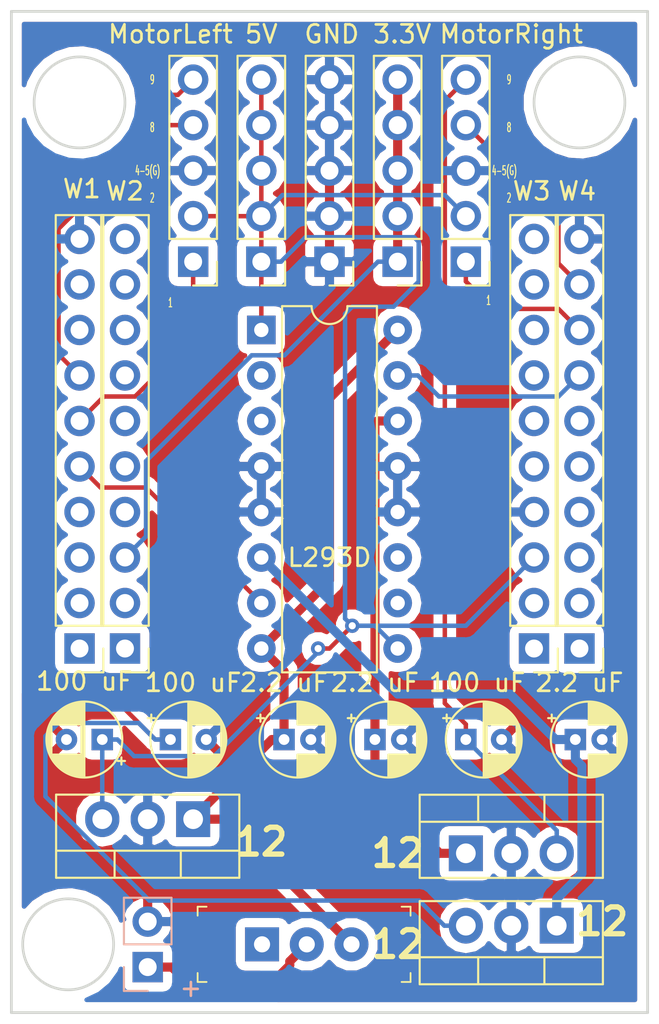
<source format=kicad_pcb>
(kicad_pcb (version 20171130) (host pcbnew "(5.0.2)-1")

  (general
    (thickness 1.6)
    (drawings 21)
    (tracks 133)
    (zones 0)
    (modules 21)
    (nets 50)
  )

  (page A4)
  (layers
    (0 F.Cu signal)
    (31 B.Cu signal)
    (32 B.Adhes user)
    (33 F.Adhes user)
    (34 B.Paste user)
    (35 F.Paste user)
    (36 B.SilkS user)
    (37 F.SilkS user)
    (38 B.Mask user)
    (39 F.Mask user)
    (40 Dwgs.User user)
    (41 Cmts.User user)
    (42 Eco1.User user)
    (43 Eco2.User user)
    (44 Edge.Cuts user)
    (45 Margin user)
    (46 B.CrtYd user)
    (47 F.CrtYd user)
    (48 B.Fab user)
    (49 F.Fab user)
  )

  (setup
    (last_trace_width 0.25)
    (user_trace_width 0.508)
    (trace_clearance 0.2)
    (zone_clearance 0.508)
    (zone_45_only no)
    (trace_min 0.2)
    (segment_width 0.2)
    (edge_width 0.15)
    (via_size 0.8)
    (via_drill 0.4)
    (via_min_size 0.4)
    (via_min_drill 0.3)
    (uvia_size 0.3)
    (uvia_drill 0.1)
    (uvias_allowed no)
    (uvia_min_size 0.2)
    (uvia_min_drill 0.1)
    (pcb_text_width 0.3)
    (pcb_text_size 0.254 0.508)
    (mod_edge_width 0.15)
    (mod_text_size 1 1)
    (mod_text_width 0.15)
    (pad_size 1.524 1.524)
    (pad_drill 0.762)
    (pad_to_mask_clearance 0.051)
    (solder_mask_min_width 0.25)
    (aux_axis_origin 0 0)
    (visible_elements FFFFFF7F)
    (pcbplotparams
      (layerselection 0x010fc_ffffffff)
      (usegerberextensions false)
      (usegerberattributes false)
      (usegerberadvancedattributes false)
      (creategerberjobfile false)
      (excludeedgelayer true)
      (linewidth 0.100000)
      (plotframeref false)
      (viasonmask false)
      (mode 1)
      (useauxorigin false)
      (hpglpennumber 1)
      (hpglpenspeed 20)
      (hpglpendiameter 15.000000)
      (psnegative false)
      (psa4output false)
      (plotreference true)
      (plotvalue true)
      (plotinvisibletext false)
      (padsonsilk false)
      (subtractmaskfromsilk false)
      (outputformat 1)
      (mirror false)
      (drillshape 1)
      (scaleselection 1)
      (outputdirectory ""))
  )

  (net 0 "")
  (net 1 "Net-(C1-Pad1)")
  (net 2 GND)
  (net 3 12VforCW)
  (net 4 +12V)
  (net 5 +5V)
  (net 6 "Net-(C5-Pad1)")
  (net 7 12VforRight)
  (net 8 StartStopL)
  (net 9 SpeedL)
  (net 10 "Net-(J2-Pad1)")
  (net 11 "Net-(J3-Pad9)")
  (net 12 "Net-(J3-Pad8)")
  (net 13 CwforLeft)
  (net 14 "Net-(J3-Pad4)")
  (net 15 "Net-(J3-Pad3)")
  (net 16 "Net-(J3-Pad2)")
  (net 17 "Net-(J3-Pad1)")
  (net 18 "Net-(J5-Pad1)")
  (net 19 "Net-(J5-Pad2)")
  (net 20 +3V3)
  (net 21 "Net-(J5-Pad4)")
  (net 22 "Net-(J5-Pad5)")
  (net 23 "Net-(J5-Pad6)")
  (net 24 "Net-(J5-Pad7)")
  (net 25 "Net-(J5-Pad8)")
  (net 26 "Net-(J5-Pad9)")
  (net 27 "Net-(J5-Pad10)")
  (net 28 "Net-(J7-Pad10)")
  (net 29 "Net-(J7-Pad9)")
  (net 30 "Net-(J7-Pad8)")
  (net 31 "Net-(J7-Pad7)")
  (net 32 "Net-(J7-Pad6)")
  (net 33 "Net-(J7-Pad5)")
  (net 34 "Net-(J7-Pad2)")
  (net 35 "Net-(J7-Pad1)")
  (net 36 "Net-(J9-Pad1)")
  (net 37 "Net-(J9-Pad2)")
  (net 38 "Net-(J9-Pad3)")
  (net 39 "Net-(J9-Pad4)")
  (net 40 "Net-(J9-Pad5)")
  (net 41 "Net-(J9-Pad6)")
  (net 42 CwforRight)
  (net 43 StartStopR)
  (net 44 SpeedR)
  (net 45 "Net-(S1-Pad1)")
  (net 46 "Net-(U2-Pad2)")
  (net 47 "Net-(U2-Pad10)")
  (net 48 "Net-(U2-Pad3)")
  (net 49 "Net-(U2-Pad11)")

  (net_class Default "This is the default net class."
    (clearance 0.2)
    (trace_width 0.25)
    (via_dia 0.8)
    (via_drill 0.4)
    (uvia_dia 0.3)
    (uvia_drill 0.1)
    (add_net +12V)
    (add_net +3V3)
    (add_net +5V)
    (add_net 12VforCW)
    (add_net 12VforRight)
    (add_net CwforLeft)
    (add_net CwforRight)
    (add_net GND)
    (add_net "Net-(C1-Pad1)")
    (add_net "Net-(C5-Pad1)")
    (add_net "Net-(J2-Pad1)")
    (add_net "Net-(J3-Pad1)")
    (add_net "Net-(J3-Pad2)")
    (add_net "Net-(J3-Pad3)")
    (add_net "Net-(J3-Pad4)")
    (add_net "Net-(J3-Pad8)")
    (add_net "Net-(J3-Pad9)")
    (add_net "Net-(J5-Pad1)")
    (add_net "Net-(J5-Pad10)")
    (add_net "Net-(J5-Pad2)")
    (add_net "Net-(J5-Pad4)")
    (add_net "Net-(J5-Pad5)")
    (add_net "Net-(J5-Pad6)")
    (add_net "Net-(J5-Pad7)")
    (add_net "Net-(J5-Pad8)")
    (add_net "Net-(J5-Pad9)")
    (add_net "Net-(J7-Pad1)")
    (add_net "Net-(J7-Pad10)")
    (add_net "Net-(J7-Pad2)")
    (add_net "Net-(J7-Pad5)")
    (add_net "Net-(J7-Pad6)")
    (add_net "Net-(J7-Pad7)")
    (add_net "Net-(J7-Pad8)")
    (add_net "Net-(J7-Pad9)")
    (add_net "Net-(J9-Pad1)")
    (add_net "Net-(J9-Pad2)")
    (add_net "Net-(J9-Pad3)")
    (add_net "Net-(J9-Pad4)")
    (add_net "Net-(J9-Pad5)")
    (add_net "Net-(J9-Pad6)")
    (add_net "Net-(S1-Pad1)")
    (add_net "Net-(U2-Pad10)")
    (add_net "Net-(U2-Pad11)")
    (add_net "Net-(U2-Pad2)")
    (add_net "Net-(U2-Pad3)")
    (add_net SpeedL)
    (add_net SpeedR)
    (add_net StartStopL)
    (add_net StartStopR)
  )

  (module Connector_PinHeader_2.54mm:PinHeader_1x10_P2.54mm_Vertical (layer F.Cu) (tedit 5C4DA8EB) (tstamp 5C59466F)
    (at 152.4 116.84 180)
    (descr "Through hole straight pin header, 1x10, 2.54mm pitch, single row")
    (tags "Through hole pin header THT 1x10 2.54mm single row")
    (path /5C4F30AA)
    (fp_text reference "" (at 0 -2.33 180) (layer F.SilkS)
      (effects (font (size 1 1) (thickness 0.15)))
    )
    (fp_text value W4 (at 0.127 25.527 180) (layer F.SilkS)
      (effects (font (size 1 1) (thickness 0.15)))
    )
    (fp_line (start -0.635 -1.27) (end 1.27 -1.27) (layer F.Fab) (width 0.1))
    (fp_line (start 1.27 -1.27) (end 1.27 24.13) (layer F.Fab) (width 0.1))
    (fp_line (start 1.27 24.13) (end -1.27 24.13) (layer F.Fab) (width 0.1))
    (fp_line (start -1.27 24.13) (end -1.27 -0.635) (layer F.Fab) (width 0.1))
    (fp_line (start -1.27 -0.635) (end -0.635 -1.27) (layer F.Fab) (width 0.1))
    (fp_line (start -1.33 24.19) (end 1.33 24.19) (layer F.SilkS) (width 0.12))
    (fp_line (start -1.33 1.27) (end -1.33 24.19) (layer F.SilkS) (width 0.12))
    (fp_line (start 1.33 1.27) (end 1.33 24.19) (layer F.SilkS) (width 0.12))
    (fp_line (start -1.33 1.27) (end 1.33 1.27) (layer F.SilkS) (width 0.12))
    (fp_line (start -1.33 0) (end -1.33 -1.33) (layer F.SilkS) (width 0.12))
    (fp_line (start -1.33 -1.33) (end 0 -1.33) (layer F.SilkS) (width 0.12))
    (fp_line (start -1.8 -1.8) (end -1.8 24.65) (layer F.CrtYd) (width 0.05))
    (fp_line (start -1.8 24.65) (end 1.8 24.65) (layer F.CrtYd) (width 0.05))
    (fp_line (start 1.8 24.65) (end 1.8 -1.8) (layer F.CrtYd) (width 0.05))
    (fp_line (start 1.8 -1.8) (end -1.8 -1.8) (layer F.CrtYd) (width 0.05))
    (fp_text user %R (at 0 11.43 270) (layer F.Fab)
      (effects (font (size 1 1) (thickness 0.15)))
    )
    (pad 1 thru_hole rect (at 0 0 180) (size 1.7 1.7) (drill 1) (layers *.Cu *.Mask)
      (net 36 "Net-(J9-Pad1)"))
    (pad 2 thru_hole oval (at 0 2.54 180) (size 1.7 1.7) (drill 1) (layers *.Cu *.Mask)
      (net 37 "Net-(J9-Pad2)"))
    (pad 3 thru_hole oval (at 0 5.08 180) (size 1.7 1.7) (drill 1) (layers *.Cu *.Mask)
      (net 38 "Net-(J9-Pad3)"))
    (pad 4 thru_hole oval (at 0 7.62 180) (size 1.7 1.7) (drill 1) (layers *.Cu *.Mask)
      (net 39 "Net-(J9-Pad4)"))
    (pad 5 thru_hole oval (at 0 10.16 180) (size 1.7 1.7) (drill 1) (layers *.Cu *.Mask)
      (net 40 "Net-(J9-Pad5)"))
    (pad 6 thru_hole oval (at 0 12.7 180) (size 1.7 1.7) (drill 1) (layers *.Cu *.Mask)
      (net 41 "Net-(J9-Pad6)"))
    (pad 7 thru_hole oval (at 0 15.24 180) (size 1.7 1.7) (drill 1) (layers *.Cu *.Mask)
      (net 42 CwforRight))
    (pad 8 thru_hole oval (at 0 17.78 180) (size 1.7 1.7) (drill 1) (layers *.Cu *.Mask)
      (net 43 StartStopR))
    (pad 9 thru_hole oval (at 0 20.32 180) (size 1.7 1.7) (drill 1) (layers *.Cu *.Mask)
      (net 44 SpeedR))
    (pad 10 thru_hole oval (at 0 22.86 180) (size 1.7 1.7) (drill 1) (layers *.Cu *.Mask)
      (net 2 GND))
    (model ${KISYS3DMOD}/Connector_PinHeader_2.54mm.3dshapes/PinHeader_1x10_P2.54mm_Vertical.wrl
      (at (xyz 0 0 0))
      (scale (xyz 1 1 1))
      (rotate (xyz 0 0 0))
    )
  )

  (module Connector_PinHeader_2.54mm:PinHeader_1x05_P2.54mm_Vertical (layer F.Cu) (tedit 5C4DA87D) (tstamp 5C594596)
    (at 130.81 95.25 180)
    (descr "Through hole straight pin header, 1x05, 2.54mm pitch, single row")
    (tags "Through hole pin header THT 1x05 2.54mm single row")
    (path /5C450941)
    (fp_text reference "" (at 0 -2.33 180) (layer F.SilkS)
      (effects (font (size 1 1) (thickness 0.15)))
    )
    (fp_text value MotorLeft (at 1.27 12.7 180) (layer F.SilkS)
      (effects (font (size 1 1) (thickness 0.15)))
    )
    (fp_line (start -0.635 -1.27) (end 1.27 -1.27) (layer F.Fab) (width 0.1))
    (fp_line (start 1.27 -1.27) (end 1.27 11.43) (layer F.Fab) (width 0.1))
    (fp_line (start 1.27 11.43) (end -1.27 11.43) (layer F.Fab) (width 0.1))
    (fp_line (start -1.27 11.43) (end -1.27 -0.635) (layer F.Fab) (width 0.1))
    (fp_line (start -1.27 -0.635) (end -0.635 -1.27) (layer F.Fab) (width 0.1))
    (fp_line (start -1.33 11.49) (end 1.33 11.49) (layer F.SilkS) (width 0.12))
    (fp_line (start -1.33 1.27) (end -1.33 11.49) (layer F.SilkS) (width 0.12))
    (fp_line (start 1.33 1.27) (end 1.33 11.49) (layer F.SilkS) (width 0.12))
    (fp_line (start -1.33 1.27) (end 1.33 1.27) (layer F.SilkS) (width 0.12))
    (fp_line (start -1.33 0) (end -1.33 -1.33) (layer F.SilkS) (width 0.12))
    (fp_line (start -1.33 -1.33) (end 0 -1.33) (layer F.SilkS) (width 0.12))
    (fp_line (start -1.8 -1.8) (end -1.8 11.95) (layer F.CrtYd) (width 0.05))
    (fp_line (start -1.8 11.95) (end 1.8 11.95) (layer F.CrtYd) (width 0.05))
    (fp_line (start 1.8 11.95) (end 1.8 -1.8) (layer F.CrtYd) (width 0.05))
    (fp_line (start 1.8 -1.8) (end -1.8 -1.8) (layer F.CrtYd) (width 0.05))
    (fp_text user %R (at 0 5.08 270) (layer F.Fab)
      (effects (font (size 1 1) (thickness 0.15)))
    )
    (pad 1 thru_hole rect (at 0 0 180) (size 1.7 1.7) (drill 1) (layers *.Cu *.Mask)
      (net 8 StartStopL))
    (pad 2 thru_hole oval (at 0 2.54 180) (size 1.7 1.7) (drill 1) (layers *.Cu *.Mask)
      (net 5 +5V))
    (pad 3 thru_hole oval (at 0 5.08 180) (size 1.7 1.7) (drill 1) (layers *.Cu *.Mask)
      (net 2 GND))
    (pad 4 thru_hole oval (at 0 7.62 180) (size 1.7 1.7) (drill 1) (layers *.Cu *.Mask)
      (net 9 SpeedL))
    (pad 5 thru_hole oval (at 0 10.16 180) (size 1.7 1.7) (drill 1) (layers *.Cu *.Mask)
      (net 1 "Net-(C1-Pad1)"))
    (model ${KISYS3DMOD}/Connector_PinHeader_2.54mm.3dshapes/PinHeader_1x05_P2.54mm_Vertical.wrl
      (at (xyz 0 0 0))
      (scale (xyz 1 1 1))
      (rotate (xyz 0 0 0))
    )
  )

  (module Capacitor_THT:CP_Radial_D4.0mm_P2.00mm (layer F.Cu) (tedit 5C4C9CFF) (tstamp 5C594364)
    (at 129.54 121.92)
    (descr "CP, Radial series, Radial, pin pitch=2.00mm, , diameter=4mm, Electrolytic Capacitor")
    (tags "CP Radial series Radial pin pitch 2.00mm  diameter 4mm Electrolytic Capacitor")
    (path /5C328CCA)
    (fp_text reference "" (at 1 -3.25) (layer F.SilkS)
      (effects (font (size 1 1) (thickness 0.15)))
    )
    (fp_text value "100 uF" (at 1.27 -3.175) (layer F.SilkS)
      (effects (font (size 1 1) (thickness 0.15)))
    )
    (fp_circle (center 1 0) (end 3 0) (layer F.Fab) (width 0.1))
    (fp_circle (center 1 0) (end 3.12 0) (layer F.SilkS) (width 0.12))
    (fp_circle (center 1 0) (end 3.25 0) (layer F.CrtYd) (width 0.05))
    (fp_line (start -0.702554 -0.8675) (end -0.302554 -0.8675) (layer F.Fab) (width 0.1))
    (fp_line (start -0.502554 -1.0675) (end -0.502554 -0.6675) (layer F.Fab) (width 0.1))
    (fp_line (start 1 -2.08) (end 1 2.08) (layer F.SilkS) (width 0.12))
    (fp_line (start 1.04 -2.08) (end 1.04 2.08) (layer F.SilkS) (width 0.12))
    (fp_line (start 1.08 -2.079) (end 1.08 2.079) (layer F.SilkS) (width 0.12))
    (fp_line (start 1.12 -2.077) (end 1.12 2.077) (layer F.SilkS) (width 0.12))
    (fp_line (start 1.16 -2.074) (end 1.16 2.074) (layer F.SilkS) (width 0.12))
    (fp_line (start 1.2 -2.071) (end 1.2 -0.84) (layer F.SilkS) (width 0.12))
    (fp_line (start 1.2 0.84) (end 1.2 2.071) (layer F.SilkS) (width 0.12))
    (fp_line (start 1.24 -2.067) (end 1.24 -0.84) (layer F.SilkS) (width 0.12))
    (fp_line (start 1.24 0.84) (end 1.24 2.067) (layer F.SilkS) (width 0.12))
    (fp_line (start 1.28 -2.062) (end 1.28 -0.84) (layer F.SilkS) (width 0.12))
    (fp_line (start 1.28 0.84) (end 1.28 2.062) (layer F.SilkS) (width 0.12))
    (fp_line (start 1.32 -2.056) (end 1.32 -0.84) (layer F.SilkS) (width 0.12))
    (fp_line (start 1.32 0.84) (end 1.32 2.056) (layer F.SilkS) (width 0.12))
    (fp_line (start 1.36 -2.05) (end 1.36 -0.84) (layer F.SilkS) (width 0.12))
    (fp_line (start 1.36 0.84) (end 1.36 2.05) (layer F.SilkS) (width 0.12))
    (fp_line (start 1.4 -2.042) (end 1.4 -0.84) (layer F.SilkS) (width 0.12))
    (fp_line (start 1.4 0.84) (end 1.4 2.042) (layer F.SilkS) (width 0.12))
    (fp_line (start 1.44 -2.034) (end 1.44 -0.84) (layer F.SilkS) (width 0.12))
    (fp_line (start 1.44 0.84) (end 1.44 2.034) (layer F.SilkS) (width 0.12))
    (fp_line (start 1.48 -2.025) (end 1.48 -0.84) (layer F.SilkS) (width 0.12))
    (fp_line (start 1.48 0.84) (end 1.48 2.025) (layer F.SilkS) (width 0.12))
    (fp_line (start 1.52 -2.016) (end 1.52 -0.84) (layer F.SilkS) (width 0.12))
    (fp_line (start 1.52 0.84) (end 1.52 2.016) (layer F.SilkS) (width 0.12))
    (fp_line (start 1.56 -2.005) (end 1.56 -0.84) (layer F.SilkS) (width 0.12))
    (fp_line (start 1.56 0.84) (end 1.56 2.005) (layer F.SilkS) (width 0.12))
    (fp_line (start 1.6 -1.994) (end 1.6 -0.84) (layer F.SilkS) (width 0.12))
    (fp_line (start 1.6 0.84) (end 1.6 1.994) (layer F.SilkS) (width 0.12))
    (fp_line (start 1.64 -1.982) (end 1.64 -0.84) (layer F.SilkS) (width 0.12))
    (fp_line (start 1.64 0.84) (end 1.64 1.982) (layer F.SilkS) (width 0.12))
    (fp_line (start 1.68 -1.968) (end 1.68 -0.84) (layer F.SilkS) (width 0.12))
    (fp_line (start 1.68 0.84) (end 1.68 1.968) (layer F.SilkS) (width 0.12))
    (fp_line (start 1.721 -1.954) (end 1.721 -0.84) (layer F.SilkS) (width 0.12))
    (fp_line (start 1.721 0.84) (end 1.721 1.954) (layer F.SilkS) (width 0.12))
    (fp_line (start 1.761 -1.94) (end 1.761 -0.84) (layer F.SilkS) (width 0.12))
    (fp_line (start 1.761 0.84) (end 1.761 1.94) (layer F.SilkS) (width 0.12))
    (fp_line (start 1.801 -1.924) (end 1.801 -0.84) (layer F.SilkS) (width 0.12))
    (fp_line (start 1.801 0.84) (end 1.801 1.924) (layer F.SilkS) (width 0.12))
    (fp_line (start 1.841 -1.907) (end 1.841 -0.84) (layer F.SilkS) (width 0.12))
    (fp_line (start 1.841 0.84) (end 1.841 1.907) (layer F.SilkS) (width 0.12))
    (fp_line (start 1.881 -1.889) (end 1.881 -0.84) (layer F.SilkS) (width 0.12))
    (fp_line (start 1.881 0.84) (end 1.881 1.889) (layer F.SilkS) (width 0.12))
    (fp_line (start 1.921 -1.87) (end 1.921 -0.84) (layer F.SilkS) (width 0.12))
    (fp_line (start 1.921 0.84) (end 1.921 1.87) (layer F.SilkS) (width 0.12))
    (fp_line (start 1.961 -1.851) (end 1.961 -0.84) (layer F.SilkS) (width 0.12))
    (fp_line (start 1.961 0.84) (end 1.961 1.851) (layer F.SilkS) (width 0.12))
    (fp_line (start 2.001 -1.83) (end 2.001 -0.84) (layer F.SilkS) (width 0.12))
    (fp_line (start 2.001 0.84) (end 2.001 1.83) (layer F.SilkS) (width 0.12))
    (fp_line (start 2.041 -1.808) (end 2.041 -0.84) (layer F.SilkS) (width 0.12))
    (fp_line (start 2.041 0.84) (end 2.041 1.808) (layer F.SilkS) (width 0.12))
    (fp_line (start 2.081 -1.785) (end 2.081 -0.84) (layer F.SilkS) (width 0.12))
    (fp_line (start 2.081 0.84) (end 2.081 1.785) (layer F.SilkS) (width 0.12))
    (fp_line (start 2.121 -1.76) (end 2.121 -0.84) (layer F.SilkS) (width 0.12))
    (fp_line (start 2.121 0.84) (end 2.121 1.76) (layer F.SilkS) (width 0.12))
    (fp_line (start 2.161 -1.735) (end 2.161 -0.84) (layer F.SilkS) (width 0.12))
    (fp_line (start 2.161 0.84) (end 2.161 1.735) (layer F.SilkS) (width 0.12))
    (fp_line (start 2.201 -1.708) (end 2.201 -0.84) (layer F.SilkS) (width 0.12))
    (fp_line (start 2.201 0.84) (end 2.201 1.708) (layer F.SilkS) (width 0.12))
    (fp_line (start 2.241 -1.68) (end 2.241 -0.84) (layer F.SilkS) (width 0.12))
    (fp_line (start 2.241 0.84) (end 2.241 1.68) (layer F.SilkS) (width 0.12))
    (fp_line (start 2.281 -1.65) (end 2.281 -0.84) (layer F.SilkS) (width 0.12))
    (fp_line (start 2.281 0.84) (end 2.281 1.65) (layer F.SilkS) (width 0.12))
    (fp_line (start 2.321 -1.619) (end 2.321 -0.84) (layer F.SilkS) (width 0.12))
    (fp_line (start 2.321 0.84) (end 2.321 1.619) (layer F.SilkS) (width 0.12))
    (fp_line (start 2.361 -1.587) (end 2.361 -0.84) (layer F.SilkS) (width 0.12))
    (fp_line (start 2.361 0.84) (end 2.361 1.587) (layer F.SilkS) (width 0.12))
    (fp_line (start 2.401 -1.552) (end 2.401 -0.84) (layer F.SilkS) (width 0.12))
    (fp_line (start 2.401 0.84) (end 2.401 1.552) (layer F.SilkS) (width 0.12))
    (fp_line (start 2.441 -1.516) (end 2.441 -0.84) (layer F.SilkS) (width 0.12))
    (fp_line (start 2.441 0.84) (end 2.441 1.516) (layer F.SilkS) (width 0.12))
    (fp_line (start 2.481 -1.478) (end 2.481 -0.84) (layer F.SilkS) (width 0.12))
    (fp_line (start 2.481 0.84) (end 2.481 1.478) (layer F.SilkS) (width 0.12))
    (fp_line (start 2.521 -1.438) (end 2.521 -0.84) (layer F.SilkS) (width 0.12))
    (fp_line (start 2.521 0.84) (end 2.521 1.438) (layer F.SilkS) (width 0.12))
    (fp_line (start 2.561 -1.396) (end 2.561 -0.84) (layer F.SilkS) (width 0.12))
    (fp_line (start 2.561 0.84) (end 2.561 1.396) (layer F.SilkS) (width 0.12))
    (fp_line (start 2.601 -1.351) (end 2.601 -0.84) (layer F.SilkS) (width 0.12))
    (fp_line (start 2.601 0.84) (end 2.601 1.351) (layer F.SilkS) (width 0.12))
    (fp_line (start 2.641 -1.304) (end 2.641 -0.84) (layer F.SilkS) (width 0.12))
    (fp_line (start 2.641 0.84) (end 2.641 1.304) (layer F.SilkS) (width 0.12))
    (fp_line (start 2.681 -1.254) (end 2.681 -0.84) (layer F.SilkS) (width 0.12))
    (fp_line (start 2.681 0.84) (end 2.681 1.254) (layer F.SilkS) (width 0.12))
    (fp_line (start 2.721 -1.2) (end 2.721 -0.84) (layer F.SilkS) (width 0.12))
    (fp_line (start 2.721 0.84) (end 2.721 1.2) (layer F.SilkS) (width 0.12))
    (fp_line (start 2.761 -1.142) (end 2.761 -0.84) (layer F.SilkS) (width 0.12))
    (fp_line (start 2.761 0.84) (end 2.761 1.142) (layer F.SilkS) (width 0.12))
    (fp_line (start 2.801 -1.08) (end 2.801 -0.84) (layer F.SilkS) (width 0.12))
    (fp_line (start 2.801 0.84) (end 2.801 1.08) (layer F.SilkS) (width 0.12))
    (fp_line (start 2.841 -1.013) (end 2.841 1.013) (layer F.SilkS) (width 0.12))
    (fp_line (start 2.881 -0.94) (end 2.881 0.94) (layer F.SilkS) (width 0.12))
    (fp_line (start 2.921 -0.859) (end 2.921 0.859) (layer F.SilkS) (width 0.12))
    (fp_line (start 2.961 -0.768) (end 2.961 0.768) (layer F.SilkS) (width 0.12))
    (fp_line (start 3.001 -0.664) (end 3.001 0.664) (layer F.SilkS) (width 0.12))
    (fp_line (start 3.041 -0.537) (end 3.041 0.537) (layer F.SilkS) (width 0.12))
    (fp_line (start 3.081 -0.37) (end 3.081 0.37) (layer F.SilkS) (width 0.12))
    (fp_line (start -1.269801 -1.195) (end -0.869801 -1.195) (layer F.SilkS) (width 0.12))
    (fp_line (start -1.069801 -1.395) (end -1.069801 -0.995) (layer F.SilkS) (width 0.12))
    (fp_text user %R (at 1 0) (layer F.Fab)
      (effects (font (size 0.8 0.8) (thickness 0.12)))
    )
    (pad 1 thru_hole rect (at 0 0) (size 1.2 1.2) (drill 0.6) (layers *.Cu *.Mask)
      (net 1 "Net-(C1-Pad1)"))
    (pad 2 thru_hole circle (at 2 0) (size 1.2 1.2) (drill 0.6) (layers *.Cu *.Mask)
      (net 2 GND))
    (model ${KISYS3DMOD}/Capacitor_THT.3dshapes/CP_Radial_D4.0mm_P2.00mm.wrl
      (at (xyz 0 0 0))
      (scale (xyz 1 1 1))
      (rotate (xyz 0 0 0))
    )
  )

  (module Capacitor_THT:CP_Radial_D4.0mm_P1.50mm (layer F.Cu) (tedit 5C4DA569) (tstamp 5C5943CF)
    (at 152.17 121.92)
    (descr "CP, Radial series, Radial, pin pitch=1.50mm, , diameter=4mm, Electrolytic Capacitor")
    (tags "CP Radial series Radial pin pitch 1.50mm  diameter 4mm Electrolytic Capacitor")
    (path /5C329106)
    (fp_text reference "" (at 0.75 -3.25) (layer F.SilkS)
      (effects (font (size 1 1) (thickness 0.15)))
    )
    (fp_text value "2.2 uF" (at 0.23 -3.175) (layer F.SilkS)
      (effects (font (size 1 1) (thickness 0.15)))
    )
    (fp_text user %R (at 0.75 0) (layer F.Fab)
      (effects (font (size 0.8 0.8) (thickness 0.12)))
    )
    (fp_line (start -1.319801 -1.395) (end -1.319801 -0.995) (layer F.SilkS) (width 0.12))
    (fp_line (start -1.519801 -1.195) (end -1.119801 -1.195) (layer F.SilkS) (width 0.12))
    (fp_line (start 2.831 -0.37) (end 2.831 0.37) (layer F.SilkS) (width 0.12))
    (fp_line (start 2.791 -0.537) (end 2.791 0.537) (layer F.SilkS) (width 0.12))
    (fp_line (start 2.751 -0.664) (end 2.751 0.664) (layer F.SilkS) (width 0.12))
    (fp_line (start 2.711 -0.768) (end 2.711 0.768) (layer F.SilkS) (width 0.12))
    (fp_line (start 2.671 -0.859) (end 2.671 0.859) (layer F.SilkS) (width 0.12))
    (fp_line (start 2.631 -0.94) (end 2.631 0.94) (layer F.SilkS) (width 0.12))
    (fp_line (start 2.591 -1.013) (end 2.591 1.013) (layer F.SilkS) (width 0.12))
    (fp_line (start 2.551 -1.08) (end 2.551 1.08) (layer F.SilkS) (width 0.12))
    (fp_line (start 2.511 -1.142) (end 2.511 1.142) (layer F.SilkS) (width 0.12))
    (fp_line (start 2.471 -1.2) (end 2.471 1.2) (layer F.SilkS) (width 0.12))
    (fp_line (start 2.431 -1.254) (end 2.431 1.254) (layer F.SilkS) (width 0.12))
    (fp_line (start 2.391 -1.304) (end 2.391 1.304) (layer F.SilkS) (width 0.12))
    (fp_line (start 2.351 -1.351) (end 2.351 1.351) (layer F.SilkS) (width 0.12))
    (fp_line (start 2.311 0.84) (end 2.311 1.396) (layer F.SilkS) (width 0.12))
    (fp_line (start 2.311 -1.396) (end 2.311 -0.84) (layer F.SilkS) (width 0.12))
    (fp_line (start 2.271 0.84) (end 2.271 1.438) (layer F.SilkS) (width 0.12))
    (fp_line (start 2.271 -1.438) (end 2.271 -0.84) (layer F.SilkS) (width 0.12))
    (fp_line (start 2.231 0.84) (end 2.231 1.478) (layer F.SilkS) (width 0.12))
    (fp_line (start 2.231 -1.478) (end 2.231 -0.84) (layer F.SilkS) (width 0.12))
    (fp_line (start 2.191 0.84) (end 2.191 1.516) (layer F.SilkS) (width 0.12))
    (fp_line (start 2.191 -1.516) (end 2.191 -0.84) (layer F.SilkS) (width 0.12))
    (fp_line (start 2.151 0.84) (end 2.151 1.552) (layer F.SilkS) (width 0.12))
    (fp_line (start 2.151 -1.552) (end 2.151 -0.84) (layer F.SilkS) (width 0.12))
    (fp_line (start 2.111 0.84) (end 2.111 1.587) (layer F.SilkS) (width 0.12))
    (fp_line (start 2.111 -1.587) (end 2.111 -0.84) (layer F.SilkS) (width 0.12))
    (fp_line (start 2.071 0.84) (end 2.071 1.619) (layer F.SilkS) (width 0.12))
    (fp_line (start 2.071 -1.619) (end 2.071 -0.84) (layer F.SilkS) (width 0.12))
    (fp_line (start 2.031 0.84) (end 2.031 1.65) (layer F.SilkS) (width 0.12))
    (fp_line (start 2.031 -1.65) (end 2.031 -0.84) (layer F.SilkS) (width 0.12))
    (fp_line (start 1.991 0.84) (end 1.991 1.68) (layer F.SilkS) (width 0.12))
    (fp_line (start 1.991 -1.68) (end 1.991 -0.84) (layer F.SilkS) (width 0.12))
    (fp_line (start 1.951 0.84) (end 1.951 1.708) (layer F.SilkS) (width 0.12))
    (fp_line (start 1.951 -1.708) (end 1.951 -0.84) (layer F.SilkS) (width 0.12))
    (fp_line (start 1.911 0.84) (end 1.911 1.735) (layer F.SilkS) (width 0.12))
    (fp_line (start 1.911 -1.735) (end 1.911 -0.84) (layer F.SilkS) (width 0.12))
    (fp_line (start 1.871 0.84) (end 1.871 1.76) (layer F.SilkS) (width 0.12))
    (fp_line (start 1.871 -1.76) (end 1.871 -0.84) (layer F.SilkS) (width 0.12))
    (fp_line (start 1.831 0.84) (end 1.831 1.785) (layer F.SilkS) (width 0.12))
    (fp_line (start 1.831 -1.785) (end 1.831 -0.84) (layer F.SilkS) (width 0.12))
    (fp_line (start 1.791 0.84) (end 1.791 1.808) (layer F.SilkS) (width 0.12))
    (fp_line (start 1.791 -1.808) (end 1.791 -0.84) (layer F.SilkS) (width 0.12))
    (fp_line (start 1.751 0.84) (end 1.751 1.83) (layer F.SilkS) (width 0.12))
    (fp_line (start 1.751 -1.83) (end 1.751 -0.84) (layer F.SilkS) (width 0.12))
    (fp_line (start 1.711 0.84) (end 1.711 1.851) (layer F.SilkS) (width 0.12))
    (fp_line (start 1.711 -1.851) (end 1.711 -0.84) (layer F.SilkS) (width 0.12))
    (fp_line (start 1.671 0.84) (end 1.671 1.87) (layer F.SilkS) (width 0.12))
    (fp_line (start 1.671 -1.87) (end 1.671 -0.84) (layer F.SilkS) (width 0.12))
    (fp_line (start 1.631 0.84) (end 1.631 1.889) (layer F.SilkS) (width 0.12))
    (fp_line (start 1.631 -1.889) (end 1.631 -0.84) (layer F.SilkS) (width 0.12))
    (fp_line (start 1.591 0.84) (end 1.591 1.907) (layer F.SilkS) (width 0.12))
    (fp_line (start 1.591 -1.907) (end 1.591 -0.84) (layer F.SilkS) (width 0.12))
    (fp_line (start 1.551 0.84) (end 1.551 1.924) (layer F.SilkS) (width 0.12))
    (fp_line (start 1.551 -1.924) (end 1.551 -0.84) (layer F.SilkS) (width 0.12))
    (fp_line (start 1.511 0.84) (end 1.511 1.94) (layer F.SilkS) (width 0.12))
    (fp_line (start 1.511 -1.94) (end 1.511 -0.84) (layer F.SilkS) (width 0.12))
    (fp_line (start 1.471 0.84) (end 1.471 1.954) (layer F.SilkS) (width 0.12))
    (fp_line (start 1.471 -1.954) (end 1.471 -0.84) (layer F.SilkS) (width 0.12))
    (fp_line (start 1.43 0.84) (end 1.43 1.968) (layer F.SilkS) (width 0.12))
    (fp_line (start 1.43 -1.968) (end 1.43 -0.84) (layer F.SilkS) (width 0.12))
    (fp_line (start 1.39 0.84) (end 1.39 1.982) (layer F.SilkS) (width 0.12))
    (fp_line (start 1.39 -1.982) (end 1.39 -0.84) (layer F.SilkS) (width 0.12))
    (fp_line (start 1.35 0.84) (end 1.35 1.994) (layer F.SilkS) (width 0.12))
    (fp_line (start 1.35 -1.994) (end 1.35 -0.84) (layer F.SilkS) (width 0.12))
    (fp_line (start 1.31 0.84) (end 1.31 2.005) (layer F.SilkS) (width 0.12))
    (fp_line (start 1.31 -2.005) (end 1.31 -0.84) (layer F.SilkS) (width 0.12))
    (fp_line (start 1.27 0.84) (end 1.27 2.016) (layer F.SilkS) (width 0.12))
    (fp_line (start 1.27 -2.016) (end 1.27 -0.84) (layer F.SilkS) (width 0.12))
    (fp_line (start 1.23 0.84) (end 1.23 2.025) (layer F.SilkS) (width 0.12))
    (fp_line (start 1.23 -2.025) (end 1.23 -0.84) (layer F.SilkS) (width 0.12))
    (fp_line (start 1.19 0.84) (end 1.19 2.034) (layer F.SilkS) (width 0.12))
    (fp_line (start 1.19 -2.034) (end 1.19 -0.84) (layer F.SilkS) (width 0.12))
    (fp_line (start 1.15 0.84) (end 1.15 2.042) (layer F.SilkS) (width 0.12))
    (fp_line (start 1.15 -2.042) (end 1.15 -0.84) (layer F.SilkS) (width 0.12))
    (fp_line (start 1.11 0.84) (end 1.11 2.05) (layer F.SilkS) (width 0.12))
    (fp_line (start 1.11 -2.05) (end 1.11 -0.84) (layer F.SilkS) (width 0.12))
    (fp_line (start 1.07 0.84) (end 1.07 2.056) (layer F.SilkS) (width 0.12))
    (fp_line (start 1.07 -2.056) (end 1.07 -0.84) (layer F.SilkS) (width 0.12))
    (fp_line (start 1.03 0.84) (end 1.03 2.062) (layer F.SilkS) (width 0.12))
    (fp_line (start 1.03 -2.062) (end 1.03 -0.84) (layer F.SilkS) (width 0.12))
    (fp_line (start 0.99 0.84) (end 0.99 2.067) (layer F.SilkS) (width 0.12))
    (fp_line (start 0.99 -2.067) (end 0.99 -0.84) (layer F.SilkS) (width 0.12))
    (fp_line (start 0.95 0.84) (end 0.95 2.071) (layer F.SilkS) (width 0.12))
    (fp_line (start 0.95 -2.071) (end 0.95 -0.84) (layer F.SilkS) (width 0.12))
    (fp_line (start 0.91 0.84) (end 0.91 2.074) (layer F.SilkS) (width 0.12))
    (fp_line (start 0.91 -2.074) (end 0.91 -0.84) (layer F.SilkS) (width 0.12))
    (fp_line (start 0.87 0.84) (end 0.87 2.077) (layer F.SilkS) (width 0.12))
    (fp_line (start 0.87 -2.077) (end 0.87 -0.84) (layer F.SilkS) (width 0.12))
    (fp_line (start 0.83 -2.079) (end 0.83 -0.84) (layer F.SilkS) (width 0.12))
    (fp_line (start 0.83 0.84) (end 0.83 2.079) (layer F.SilkS) (width 0.12))
    (fp_line (start 0.79 -2.08) (end 0.79 -0.84) (layer F.SilkS) (width 0.12))
    (fp_line (start 0.79 0.84) (end 0.79 2.08) (layer F.SilkS) (width 0.12))
    (fp_line (start 0.75 -2.08) (end 0.75 -0.84) (layer F.SilkS) (width 0.12))
    (fp_line (start 0.75 0.84) (end 0.75 2.08) (layer F.SilkS) (width 0.12))
    (fp_line (start -0.752554 -1.0675) (end -0.752554 -0.6675) (layer F.Fab) (width 0.1))
    (fp_line (start -0.952554 -0.8675) (end -0.552554 -0.8675) (layer F.Fab) (width 0.1))
    (fp_circle (center 0.75 0) (end 3 0) (layer F.CrtYd) (width 0.05))
    (fp_circle (center 0.75 0) (end 2.87 0) (layer F.SilkS) (width 0.12))
    (fp_circle (center 0.75 0) (end 2.75 0) (layer F.Fab) (width 0.1))
    (pad 2 thru_hole circle (at 1.5 0) (size 1.2 1.2) (drill 0.6) (layers *.Cu *.Mask)
      (net 2 GND))
    (pad 1 thru_hole rect (at 0 0) (size 1.2 1.2) (drill 0.6) (layers *.Cu *.Mask)
      (net 3 12VforCW))
    (model ${KISYS3DMOD}/Capacitor_THT.3dshapes/CP_Radial_D4.0mm_P1.50mm.wrl
      (at (xyz 0 0 0))
      (scale (xyz 1 1 1))
      (rotate (xyz 0 0 0))
    )
  )

  (module Capacitor_THT:CP_Radial_D4.0mm_P1.50mm (layer F.Cu) (tedit 5C4DA54D) (tstamp 5C59443A)
    (at 135.89 121.92)
    (descr "CP, Radial series, Radial, pin pitch=1.50mm, , diameter=4mm, Electrolytic Capacitor")
    (tags "CP Radial series Radial pin pitch 1.50mm  diameter 4mm Electrolytic Capacitor")
    (path /5C328C6A)
    (fp_text reference "" (at 0.75 -3.25) (layer F.SilkS)
      (effects (font (size 1 1) (thickness 0.15)))
    )
    (fp_text value "2.2 uF" (at 0 -3.175) (layer F.SilkS)
      (effects (font (size 1 1) (thickness 0.15)))
    )
    (fp_circle (center 0.75 0) (end 2.75 0) (layer F.Fab) (width 0.1))
    (fp_circle (center 0.75 0) (end 2.87 0) (layer F.SilkS) (width 0.12))
    (fp_circle (center 0.75 0) (end 3 0) (layer F.CrtYd) (width 0.05))
    (fp_line (start -0.952554 -0.8675) (end -0.552554 -0.8675) (layer F.Fab) (width 0.1))
    (fp_line (start -0.752554 -1.0675) (end -0.752554 -0.6675) (layer F.Fab) (width 0.1))
    (fp_line (start 0.75 0.84) (end 0.75 2.08) (layer F.SilkS) (width 0.12))
    (fp_line (start 0.75 -2.08) (end 0.75 -0.84) (layer F.SilkS) (width 0.12))
    (fp_line (start 0.79 0.84) (end 0.79 2.08) (layer F.SilkS) (width 0.12))
    (fp_line (start 0.79 -2.08) (end 0.79 -0.84) (layer F.SilkS) (width 0.12))
    (fp_line (start 0.83 0.84) (end 0.83 2.079) (layer F.SilkS) (width 0.12))
    (fp_line (start 0.83 -2.079) (end 0.83 -0.84) (layer F.SilkS) (width 0.12))
    (fp_line (start 0.87 -2.077) (end 0.87 -0.84) (layer F.SilkS) (width 0.12))
    (fp_line (start 0.87 0.84) (end 0.87 2.077) (layer F.SilkS) (width 0.12))
    (fp_line (start 0.91 -2.074) (end 0.91 -0.84) (layer F.SilkS) (width 0.12))
    (fp_line (start 0.91 0.84) (end 0.91 2.074) (layer F.SilkS) (width 0.12))
    (fp_line (start 0.95 -2.071) (end 0.95 -0.84) (layer F.SilkS) (width 0.12))
    (fp_line (start 0.95 0.84) (end 0.95 2.071) (layer F.SilkS) (width 0.12))
    (fp_line (start 0.99 -2.067) (end 0.99 -0.84) (layer F.SilkS) (width 0.12))
    (fp_line (start 0.99 0.84) (end 0.99 2.067) (layer F.SilkS) (width 0.12))
    (fp_line (start 1.03 -2.062) (end 1.03 -0.84) (layer F.SilkS) (width 0.12))
    (fp_line (start 1.03 0.84) (end 1.03 2.062) (layer F.SilkS) (width 0.12))
    (fp_line (start 1.07 -2.056) (end 1.07 -0.84) (layer F.SilkS) (width 0.12))
    (fp_line (start 1.07 0.84) (end 1.07 2.056) (layer F.SilkS) (width 0.12))
    (fp_line (start 1.11 -2.05) (end 1.11 -0.84) (layer F.SilkS) (width 0.12))
    (fp_line (start 1.11 0.84) (end 1.11 2.05) (layer F.SilkS) (width 0.12))
    (fp_line (start 1.15 -2.042) (end 1.15 -0.84) (layer F.SilkS) (width 0.12))
    (fp_line (start 1.15 0.84) (end 1.15 2.042) (layer F.SilkS) (width 0.12))
    (fp_line (start 1.19 -2.034) (end 1.19 -0.84) (layer F.SilkS) (width 0.12))
    (fp_line (start 1.19 0.84) (end 1.19 2.034) (layer F.SilkS) (width 0.12))
    (fp_line (start 1.23 -2.025) (end 1.23 -0.84) (layer F.SilkS) (width 0.12))
    (fp_line (start 1.23 0.84) (end 1.23 2.025) (layer F.SilkS) (width 0.12))
    (fp_line (start 1.27 -2.016) (end 1.27 -0.84) (layer F.SilkS) (width 0.12))
    (fp_line (start 1.27 0.84) (end 1.27 2.016) (layer F.SilkS) (width 0.12))
    (fp_line (start 1.31 -2.005) (end 1.31 -0.84) (layer F.SilkS) (width 0.12))
    (fp_line (start 1.31 0.84) (end 1.31 2.005) (layer F.SilkS) (width 0.12))
    (fp_line (start 1.35 -1.994) (end 1.35 -0.84) (layer F.SilkS) (width 0.12))
    (fp_line (start 1.35 0.84) (end 1.35 1.994) (layer F.SilkS) (width 0.12))
    (fp_line (start 1.39 -1.982) (end 1.39 -0.84) (layer F.SilkS) (width 0.12))
    (fp_line (start 1.39 0.84) (end 1.39 1.982) (layer F.SilkS) (width 0.12))
    (fp_line (start 1.43 -1.968) (end 1.43 -0.84) (layer F.SilkS) (width 0.12))
    (fp_line (start 1.43 0.84) (end 1.43 1.968) (layer F.SilkS) (width 0.12))
    (fp_line (start 1.471 -1.954) (end 1.471 -0.84) (layer F.SilkS) (width 0.12))
    (fp_line (start 1.471 0.84) (end 1.471 1.954) (layer F.SilkS) (width 0.12))
    (fp_line (start 1.511 -1.94) (end 1.511 -0.84) (layer F.SilkS) (width 0.12))
    (fp_line (start 1.511 0.84) (end 1.511 1.94) (layer F.SilkS) (width 0.12))
    (fp_line (start 1.551 -1.924) (end 1.551 -0.84) (layer F.SilkS) (width 0.12))
    (fp_line (start 1.551 0.84) (end 1.551 1.924) (layer F.SilkS) (width 0.12))
    (fp_line (start 1.591 -1.907) (end 1.591 -0.84) (layer F.SilkS) (width 0.12))
    (fp_line (start 1.591 0.84) (end 1.591 1.907) (layer F.SilkS) (width 0.12))
    (fp_line (start 1.631 -1.889) (end 1.631 -0.84) (layer F.SilkS) (width 0.12))
    (fp_line (start 1.631 0.84) (end 1.631 1.889) (layer F.SilkS) (width 0.12))
    (fp_line (start 1.671 -1.87) (end 1.671 -0.84) (layer F.SilkS) (width 0.12))
    (fp_line (start 1.671 0.84) (end 1.671 1.87) (layer F.SilkS) (width 0.12))
    (fp_line (start 1.711 -1.851) (end 1.711 -0.84) (layer F.SilkS) (width 0.12))
    (fp_line (start 1.711 0.84) (end 1.711 1.851) (layer F.SilkS) (width 0.12))
    (fp_line (start 1.751 -1.83) (end 1.751 -0.84) (layer F.SilkS) (width 0.12))
    (fp_line (start 1.751 0.84) (end 1.751 1.83) (layer F.SilkS) (width 0.12))
    (fp_line (start 1.791 -1.808) (end 1.791 -0.84) (layer F.SilkS) (width 0.12))
    (fp_line (start 1.791 0.84) (end 1.791 1.808) (layer F.SilkS) (width 0.12))
    (fp_line (start 1.831 -1.785) (end 1.831 -0.84) (layer F.SilkS) (width 0.12))
    (fp_line (start 1.831 0.84) (end 1.831 1.785) (layer F.SilkS) (width 0.12))
    (fp_line (start 1.871 -1.76) (end 1.871 -0.84) (layer F.SilkS) (width 0.12))
    (fp_line (start 1.871 0.84) (end 1.871 1.76) (layer F.SilkS) (width 0.12))
    (fp_line (start 1.911 -1.735) (end 1.911 -0.84) (layer F.SilkS) (width 0.12))
    (fp_line (start 1.911 0.84) (end 1.911 1.735) (layer F.SilkS) (width 0.12))
    (fp_line (start 1.951 -1.708) (end 1.951 -0.84) (layer F.SilkS) (width 0.12))
    (fp_line (start 1.951 0.84) (end 1.951 1.708) (layer F.SilkS) (width 0.12))
    (fp_line (start 1.991 -1.68) (end 1.991 -0.84) (layer F.SilkS) (width 0.12))
    (fp_line (start 1.991 0.84) (end 1.991 1.68) (layer F.SilkS) (width 0.12))
    (fp_line (start 2.031 -1.65) (end 2.031 -0.84) (layer F.SilkS) (width 0.12))
    (fp_line (start 2.031 0.84) (end 2.031 1.65) (layer F.SilkS) (width 0.12))
    (fp_line (start 2.071 -1.619) (end 2.071 -0.84) (layer F.SilkS) (width 0.12))
    (fp_line (start 2.071 0.84) (end 2.071 1.619) (layer F.SilkS) (width 0.12))
    (fp_line (start 2.111 -1.587) (end 2.111 -0.84) (layer F.SilkS) (width 0.12))
    (fp_line (start 2.111 0.84) (end 2.111 1.587) (layer F.SilkS) (width 0.12))
    (fp_line (start 2.151 -1.552) (end 2.151 -0.84) (layer F.SilkS) (width 0.12))
    (fp_line (start 2.151 0.84) (end 2.151 1.552) (layer F.SilkS) (width 0.12))
    (fp_line (start 2.191 -1.516) (end 2.191 -0.84) (layer F.SilkS) (width 0.12))
    (fp_line (start 2.191 0.84) (end 2.191 1.516) (layer F.SilkS) (width 0.12))
    (fp_line (start 2.231 -1.478) (end 2.231 -0.84) (layer F.SilkS) (width 0.12))
    (fp_line (start 2.231 0.84) (end 2.231 1.478) (layer F.SilkS) (width 0.12))
    (fp_line (start 2.271 -1.438) (end 2.271 -0.84) (layer F.SilkS) (width 0.12))
    (fp_line (start 2.271 0.84) (end 2.271 1.438) (layer F.SilkS) (width 0.12))
    (fp_line (start 2.311 -1.396) (end 2.311 -0.84) (layer F.SilkS) (width 0.12))
    (fp_line (start 2.311 0.84) (end 2.311 1.396) (layer F.SilkS) (width 0.12))
    (fp_line (start 2.351 -1.351) (end 2.351 1.351) (layer F.SilkS) (width 0.12))
    (fp_line (start 2.391 -1.304) (end 2.391 1.304) (layer F.SilkS) (width 0.12))
    (fp_line (start 2.431 -1.254) (end 2.431 1.254) (layer F.SilkS) (width 0.12))
    (fp_line (start 2.471 -1.2) (end 2.471 1.2) (layer F.SilkS) (width 0.12))
    (fp_line (start 2.511 -1.142) (end 2.511 1.142) (layer F.SilkS) (width 0.12))
    (fp_line (start 2.551 -1.08) (end 2.551 1.08) (layer F.SilkS) (width 0.12))
    (fp_line (start 2.591 -1.013) (end 2.591 1.013) (layer F.SilkS) (width 0.12))
    (fp_line (start 2.631 -0.94) (end 2.631 0.94) (layer F.SilkS) (width 0.12))
    (fp_line (start 2.671 -0.859) (end 2.671 0.859) (layer F.SilkS) (width 0.12))
    (fp_line (start 2.711 -0.768) (end 2.711 0.768) (layer F.SilkS) (width 0.12))
    (fp_line (start 2.751 -0.664) (end 2.751 0.664) (layer F.SilkS) (width 0.12))
    (fp_line (start 2.791 -0.537) (end 2.791 0.537) (layer F.SilkS) (width 0.12))
    (fp_line (start 2.831 -0.37) (end 2.831 0.37) (layer F.SilkS) (width 0.12))
    (fp_line (start -1.519801 -1.195) (end -1.119801 -1.195) (layer F.SilkS) (width 0.12))
    (fp_line (start -1.319801 -1.395) (end -1.319801 -0.995) (layer F.SilkS) (width 0.12))
    (fp_text user %R (at 0.75 0) (layer F.Fab)
      (effects (font (size 0.8 0.8) (thickness 0.12)))
    )
    (pad 1 thru_hole rect (at 0 0) (size 1.2 1.2) (drill 0.6) (layers *.Cu *.Mask)
      (net 4 +12V))
    (pad 2 thru_hole circle (at 1.5 0) (size 1.2 1.2) (drill 0.6) (layers *.Cu *.Mask)
      (net 2 GND))
    (model ${KISYS3DMOD}/Capacitor_THT.3dshapes/CP_Radial_D4.0mm_P1.50mm.wrl
      (at (xyz 0 0 0))
      (scale (xyz 1 1 1))
      (rotate (xyz 0 0 0))
    )
  )

  (module Capacitor_THT:CP_Radial_D4.0mm_P2.00mm (layer F.Cu) (tedit 5C4C9CF3) (tstamp 5C5944A6)
    (at 125.73 121.92 180)
    (descr "CP, Radial series, Radial, pin pitch=2.00mm, , diameter=4mm, Electrolytic Capacitor")
    (tags "CP Radial series Radial pin pitch 2.00mm  diameter 4mm Electrolytic Capacitor")
    (path /5C3290B3)
    (fp_text reference "" (at 1 -3.25 180) (layer F.SilkS)
      (effects (font (size 1 1) (thickness 0.15)))
    )
    (fp_text value "100 uF" (at 1 3.25 180) (layer F.SilkS)
      (effects (font (size 1 1) (thickness 0.15)))
    )
    (fp_text user %R (at 1 0 180) (layer F.Fab)
      (effects (font (size 0.8 0.8) (thickness 0.12)))
    )
    (fp_line (start -1.069801 -1.395) (end -1.069801 -0.995) (layer F.SilkS) (width 0.12))
    (fp_line (start -1.269801 -1.195) (end -0.869801 -1.195) (layer F.SilkS) (width 0.12))
    (fp_line (start 3.081 -0.37) (end 3.081 0.37) (layer F.SilkS) (width 0.12))
    (fp_line (start 3.041 -0.537) (end 3.041 0.537) (layer F.SilkS) (width 0.12))
    (fp_line (start 3.001 -0.664) (end 3.001 0.664) (layer F.SilkS) (width 0.12))
    (fp_line (start 2.961 -0.768) (end 2.961 0.768) (layer F.SilkS) (width 0.12))
    (fp_line (start 2.921 -0.859) (end 2.921 0.859) (layer F.SilkS) (width 0.12))
    (fp_line (start 2.881 -0.94) (end 2.881 0.94) (layer F.SilkS) (width 0.12))
    (fp_line (start 2.841 -1.013) (end 2.841 1.013) (layer F.SilkS) (width 0.12))
    (fp_line (start 2.801 0.84) (end 2.801 1.08) (layer F.SilkS) (width 0.12))
    (fp_line (start 2.801 -1.08) (end 2.801 -0.84) (layer F.SilkS) (width 0.12))
    (fp_line (start 2.761 0.84) (end 2.761 1.142) (layer F.SilkS) (width 0.12))
    (fp_line (start 2.761 -1.142) (end 2.761 -0.84) (layer F.SilkS) (width 0.12))
    (fp_line (start 2.721 0.84) (end 2.721 1.2) (layer F.SilkS) (width 0.12))
    (fp_line (start 2.721 -1.2) (end 2.721 -0.84) (layer F.SilkS) (width 0.12))
    (fp_line (start 2.681 0.84) (end 2.681 1.254) (layer F.SilkS) (width 0.12))
    (fp_line (start 2.681 -1.254) (end 2.681 -0.84) (layer F.SilkS) (width 0.12))
    (fp_line (start 2.641 0.84) (end 2.641 1.304) (layer F.SilkS) (width 0.12))
    (fp_line (start 2.641 -1.304) (end 2.641 -0.84) (layer F.SilkS) (width 0.12))
    (fp_line (start 2.601 0.84) (end 2.601 1.351) (layer F.SilkS) (width 0.12))
    (fp_line (start 2.601 -1.351) (end 2.601 -0.84) (layer F.SilkS) (width 0.12))
    (fp_line (start 2.561 0.84) (end 2.561 1.396) (layer F.SilkS) (width 0.12))
    (fp_line (start 2.561 -1.396) (end 2.561 -0.84) (layer F.SilkS) (width 0.12))
    (fp_line (start 2.521 0.84) (end 2.521 1.438) (layer F.SilkS) (width 0.12))
    (fp_line (start 2.521 -1.438) (end 2.521 -0.84) (layer F.SilkS) (width 0.12))
    (fp_line (start 2.481 0.84) (end 2.481 1.478) (layer F.SilkS) (width 0.12))
    (fp_line (start 2.481 -1.478) (end 2.481 -0.84) (layer F.SilkS) (width 0.12))
    (fp_line (start 2.441 0.84) (end 2.441 1.516) (layer F.SilkS) (width 0.12))
    (fp_line (start 2.441 -1.516) (end 2.441 -0.84) (layer F.SilkS) (width 0.12))
    (fp_line (start 2.401 0.84) (end 2.401 1.552) (layer F.SilkS) (width 0.12))
    (fp_line (start 2.401 -1.552) (end 2.401 -0.84) (layer F.SilkS) (width 0.12))
    (fp_line (start 2.361 0.84) (end 2.361 1.587) (layer F.SilkS) (width 0.12))
    (fp_line (start 2.361 -1.587) (end 2.361 -0.84) (layer F.SilkS) (width 0.12))
    (fp_line (start 2.321 0.84) (end 2.321 1.619) (layer F.SilkS) (width 0.12))
    (fp_line (start 2.321 -1.619) (end 2.321 -0.84) (layer F.SilkS) (width 0.12))
    (fp_line (start 2.281 0.84) (end 2.281 1.65) (layer F.SilkS) (width 0.12))
    (fp_line (start 2.281 -1.65) (end 2.281 -0.84) (layer F.SilkS) (width 0.12))
    (fp_line (start 2.241 0.84) (end 2.241 1.68) (layer F.SilkS) (width 0.12))
    (fp_line (start 2.241 -1.68) (end 2.241 -0.84) (layer F.SilkS) (width 0.12))
    (fp_line (start 2.201 0.84) (end 2.201 1.708) (layer F.SilkS) (width 0.12))
    (fp_line (start 2.201 -1.708) (end 2.201 -0.84) (layer F.SilkS) (width 0.12))
    (fp_line (start 2.161 0.84) (end 2.161 1.735) (layer F.SilkS) (width 0.12))
    (fp_line (start 2.161 -1.735) (end 2.161 -0.84) (layer F.SilkS) (width 0.12))
    (fp_line (start 2.121 0.84) (end 2.121 1.76) (layer F.SilkS) (width 0.12))
    (fp_line (start 2.121 -1.76) (end 2.121 -0.84) (layer F.SilkS) (width 0.12))
    (fp_line (start 2.081 0.84) (end 2.081 1.785) (layer F.SilkS) (width 0.12))
    (fp_line (start 2.081 -1.785) (end 2.081 -0.84) (layer F.SilkS) (width 0.12))
    (fp_line (start 2.041 0.84) (end 2.041 1.808) (layer F.SilkS) (width 0.12))
    (fp_line (start 2.041 -1.808) (end 2.041 -0.84) (layer F.SilkS) (width 0.12))
    (fp_line (start 2.001 0.84) (end 2.001 1.83) (layer F.SilkS) (width 0.12))
    (fp_line (start 2.001 -1.83) (end 2.001 -0.84) (layer F.SilkS) (width 0.12))
    (fp_line (start 1.961 0.84) (end 1.961 1.851) (layer F.SilkS) (width 0.12))
    (fp_line (start 1.961 -1.851) (end 1.961 -0.84) (layer F.SilkS) (width 0.12))
    (fp_line (start 1.921 0.84) (end 1.921 1.87) (layer F.SilkS) (width 0.12))
    (fp_line (start 1.921 -1.87) (end 1.921 -0.84) (layer F.SilkS) (width 0.12))
    (fp_line (start 1.881 0.84) (end 1.881 1.889) (layer F.SilkS) (width 0.12))
    (fp_line (start 1.881 -1.889) (end 1.881 -0.84) (layer F.SilkS) (width 0.12))
    (fp_line (start 1.841 0.84) (end 1.841 1.907) (layer F.SilkS) (width 0.12))
    (fp_line (start 1.841 -1.907) (end 1.841 -0.84) (layer F.SilkS) (width 0.12))
    (fp_line (start 1.801 0.84) (end 1.801 1.924) (layer F.SilkS) (width 0.12))
    (fp_line (start 1.801 -1.924) (end 1.801 -0.84) (layer F.SilkS) (width 0.12))
    (fp_line (start 1.761 0.84) (end 1.761 1.94) (layer F.SilkS) (width 0.12))
    (fp_line (start 1.761 -1.94) (end 1.761 -0.84) (layer F.SilkS) (width 0.12))
    (fp_line (start 1.721 0.84) (end 1.721 1.954) (layer F.SilkS) (width 0.12))
    (fp_line (start 1.721 -1.954) (end 1.721 -0.84) (layer F.SilkS) (width 0.12))
    (fp_line (start 1.68 0.84) (end 1.68 1.968) (layer F.SilkS) (width 0.12))
    (fp_line (start 1.68 -1.968) (end 1.68 -0.84) (layer F.SilkS) (width 0.12))
    (fp_line (start 1.64 0.84) (end 1.64 1.982) (layer F.SilkS) (width 0.12))
    (fp_line (start 1.64 -1.982) (end 1.64 -0.84) (layer F.SilkS) (width 0.12))
    (fp_line (start 1.6 0.84) (end 1.6 1.994) (layer F.SilkS) (width 0.12))
    (fp_line (start 1.6 -1.994) (end 1.6 -0.84) (layer F.SilkS) (width 0.12))
    (fp_line (start 1.56 0.84) (end 1.56 2.005) (layer F.SilkS) (width 0.12))
    (fp_line (start 1.56 -2.005) (end 1.56 -0.84) (layer F.SilkS) (width 0.12))
    (fp_line (start 1.52 0.84) (end 1.52 2.016) (layer F.SilkS) (width 0.12))
    (fp_line (start 1.52 -2.016) (end 1.52 -0.84) (layer F.SilkS) (width 0.12))
    (fp_line (start 1.48 0.84) (end 1.48 2.025) (layer F.SilkS) (width 0.12))
    (fp_line (start 1.48 -2.025) (end 1.48 -0.84) (layer F.SilkS) (width 0.12))
    (fp_line (start 1.44 0.84) (end 1.44 2.034) (layer F.SilkS) (width 0.12))
    (fp_line (start 1.44 -2.034) (end 1.44 -0.84) (layer F.SilkS) (width 0.12))
    (fp_line (start 1.4 0.84) (end 1.4 2.042) (layer F.SilkS) (width 0.12))
    (fp_line (start 1.4 -2.042) (end 1.4 -0.84) (layer F.SilkS) (width 0.12))
    (fp_line (start 1.36 0.84) (end 1.36 2.05) (layer F.SilkS) (width 0.12))
    (fp_line (start 1.36 -2.05) (end 1.36 -0.84) (layer F.SilkS) (width 0.12))
    (fp_line (start 1.32 0.84) (end 1.32 2.056) (layer F.SilkS) (width 0.12))
    (fp_line (start 1.32 -2.056) (end 1.32 -0.84) (layer F.SilkS) (width 0.12))
    (fp_line (start 1.28 0.84) (end 1.28 2.062) (layer F.SilkS) (width 0.12))
    (fp_line (start 1.28 -2.062) (end 1.28 -0.84) (layer F.SilkS) (width 0.12))
    (fp_line (start 1.24 0.84) (end 1.24 2.067) (layer F.SilkS) (width 0.12))
    (fp_line (start 1.24 -2.067) (end 1.24 -0.84) (layer F.SilkS) (width 0.12))
    (fp_line (start 1.2 0.84) (end 1.2 2.071) (layer F.SilkS) (width 0.12))
    (fp_line (start 1.2 -2.071) (end 1.2 -0.84) (layer F.SilkS) (width 0.12))
    (fp_line (start 1.16 -2.074) (end 1.16 2.074) (layer F.SilkS) (width 0.12))
    (fp_line (start 1.12 -2.077) (end 1.12 2.077) (layer F.SilkS) (width 0.12))
    (fp_line (start 1.08 -2.079) (end 1.08 2.079) (layer F.SilkS) (width 0.12))
    (fp_line (start 1.04 -2.08) (end 1.04 2.08) (layer F.SilkS) (width 0.12))
    (fp_line (start 1 -2.08) (end 1 2.08) (layer F.SilkS) (width 0.12))
    (fp_line (start -0.502554 -1.0675) (end -0.502554 -0.6675) (layer F.Fab) (width 0.1))
    (fp_line (start -0.702554 -0.8675) (end -0.302554 -0.8675) (layer F.Fab) (width 0.1))
    (fp_circle (center 1 0) (end 3.25 0) (layer F.CrtYd) (width 0.05))
    (fp_circle (center 1 0) (end 3.12 0) (layer F.SilkS) (width 0.12))
    (fp_circle (center 1 0) (end 3 0) (layer F.Fab) (width 0.1))
    (pad 2 thru_hole circle (at 2 0 180) (size 1.2 1.2) (drill 0.6) (layers *.Cu *.Mask)
      (net 2 GND))
    (pad 1 thru_hole rect (at 0 0 180) (size 1.2 1.2) (drill 0.6) (layers *.Cu *.Mask)
      (net 5 +5V))
    (model ${KISYS3DMOD}/Capacitor_THT.3dshapes/CP_Radial_D4.0mm_P2.00mm.wrl
      (at (xyz 0 0 0))
      (scale (xyz 1 1 1))
      (rotate (xyz 0 0 0))
    )
  )

  (module Capacitor_THT:CP_Radial_D4.0mm_P2.00mm (layer F.Cu) (tedit 5C4DA558) (tstamp 5C594512)
    (at 146.05 121.92)
    (descr "CP, Radial series, Radial, pin pitch=2.00mm, , diameter=4mm, Electrolytic Capacitor")
    (tags "CP Radial series Radial pin pitch 2.00mm  diameter 4mm Electrolytic Capacitor")
    (path /5C4C3663)
    (fp_text reference "" (at 1 -3.25) (layer F.SilkS)
      (effects (font (size 1 1) (thickness 0.15)))
    )
    (fp_text value "100 uF" (at 0.635 -3.175) (layer F.SilkS)
      (effects (font (size 1 1) (thickness 0.15)))
    )
    (fp_circle (center 1 0) (end 3 0) (layer F.Fab) (width 0.1))
    (fp_circle (center 1 0) (end 3.12 0) (layer F.SilkS) (width 0.12))
    (fp_circle (center 1 0) (end 3.25 0) (layer F.CrtYd) (width 0.05))
    (fp_line (start -0.702554 -0.8675) (end -0.302554 -0.8675) (layer F.Fab) (width 0.1))
    (fp_line (start -0.502554 -1.0675) (end -0.502554 -0.6675) (layer F.Fab) (width 0.1))
    (fp_line (start 1 -2.08) (end 1 2.08) (layer F.SilkS) (width 0.12))
    (fp_line (start 1.04 -2.08) (end 1.04 2.08) (layer F.SilkS) (width 0.12))
    (fp_line (start 1.08 -2.079) (end 1.08 2.079) (layer F.SilkS) (width 0.12))
    (fp_line (start 1.12 -2.077) (end 1.12 2.077) (layer F.SilkS) (width 0.12))
    (fp_line (start 1.16 -2.074) (end 1.16 2.074) (layer F.SilkS) (width 0.12))
    (fp_line (start 1.2 -2.071) (end 1.2 -0.84) (layer F.SilkS) (width 0.12))
    (fp_line (start 1.2 0.84) (end 1.2 2.071) (layer F.SilkS) (width 0.12))
    (fp_line (start 1.24 -2.067) (end 1.24 -0.84) (layer F.SilkS) (width 0.12))
    (fp_line (start 1.24 0.84) (end 1.24 2.067) (layer F.SilkS) (width 0.12))
    (fp_line (start 1.28 -2.062) (end 1.28 -0.84) (layer F.SilkS) (width 0.12))
    (fp_line (start 1.28 0.84) (end 1.28 2.062) (layer F.SilkS) (width 0.12))
    (fp_line (start 1.32 -2.056) (end 1.32 -0.84) (layer F.SilkS) (width 0.12))
    (fp_line (start 1.32 0.84) (end 1.32 2.056) (layer F.SilkS) (width 0.12))
    (fp_line (start 1.36 -2.05) (end 1.36 -0.84) (layer F.SilkS) (width 0.12))
    (fp_line (start 1.36 0.84) (end 1.36 2.05) (layer F.SilkS) (width 0.12))
    (fp_line (start 1.4 -2.042) (end 1.4 -0.84) (layer F.SilkS) (width 0.12))
    (fp_line (start 1.4 0.84) (end 1.4 2.042) (layer F.SilkS) (width 0.12))
    (fp_line (start 1.44 -2.034) (end 1.44 -0.84) (layer F.SilkS) (width 0.12))
    (fp_line (start 1.44 0.84) (end 1.44 2.034) (layer F.SilkS) (width 0.12))
    (fp_line (start 1.48 -2.025) (end 1.48 -0.84) (layer F.SilkS) (width 0.12))
    (fp_line (start 1.48 0.84) (end 1.48 2.025) (layer F.SilkS) (width 0.12))
    (fp_line (start 1.52 -2.016) (end 1.52 -0.84) (layer F.SilkS) (width 0.12))
    (fp_line (start 1.52 0.84) (end 1.52 2.016) (layer F.SilkS) (width 0.12))
    (fp_line (start 1.56 -2.005) (end 1.56 -0.84) (layer F.SilkS) (width 0.12))
    (fp_line (start 1.56 0.84) (end 1.56 2.005) (layer F.SilkS) (width 0.12))
    (fp_line (start 1.6 -1.994) (end 1.6 -0.84) (layer F.SilkS) (width 0.12))
    (fp_line (start 1.6 0.84) (end 1.6 1.994) (layer F.SilkS) (width 0.12))
    (fp_line (start 1.64 -1.982) (end 1.64 -0.84) (layer F.SilkS) (width 0.12))
    (fp_line (start 1.64 0.84) (end 1.64 1.982) (layer F.SilkS) (width 0.12))
    (fp_line (start 1.68 -1.968) (end 1.68 -0.84) (layer F.SilkS) (width 0.12))
    (fp_line (start 1.68 0.84) (end 1.68 1.968) (layer F.SilkS) (width 0.12))
    (fp_line (start 1.721 -1.954) (end 1.721 -0.84) (layer F.SilkS) (width 0.12))
    (fp_line (start 1.721 0.84) (end 1.721 1.954) (layer F.SilkS) (width 0.12))
    (fp_line (start 1.761 -1.94) (end 1.761 -0.84) (layer F.SilkS) (width 0.12))
    (fp_line (start 1.761 0.84) (end 1.761 1.94) (layer F.SilkS) (width 0.12))
    (fp_line (start 1.801 -1.924) (end 1.801 -0.84) (layer F.SilkS) (width 0.12))
    (fp_line (start 1.801 0.84) (end 1.801 1.924) (layer F.SilkS) (width 0.12))
    (fp_line (start 1.841 -1.907) (end 1.841 -0.84) (layer F.SilkS) (width 0.12))
    (fp_line (start 1.841 0.84) (end 1.841 1.907) (layer F.SilkS) (width 0.12))
    (fp_line (start 1.881 -1.889) (end 1.881 -0.84) (layer F.SilkS) (width 0.12))
    (fp_line (start 1.881 0.84) (end 1.881 1.889) (layer F.SilkS) (width 0.12))
    (fp_line (start 1.921 -1.87) (end 1.921 -0.84) (layer F.SilkS) (width 0.12))
    (fp_line (start 1.921 0.84) (end 1.921 1.87) (layer F.SilkS) (width 0.12))
    (fp_line (start 1.961 -1.851) (end 1.961 -0.84) (layer F.SilkS) (width 0.12))
    (fp_line (start 1.961 0.84) (end 1.961 1.851) (layer F.SilkS) (width 0.12))
    (fp_line (start 2.001 -1.83) (end 2.001 -0.84) (layer F.SilkS) (width 0.12))
    (fp_line (start 2.001 0.84) (end 2.001 1.83) (layer F.SilkS) (width 0.12))
    (fp_line (start 2.041 -1.808) (end 2.041 -0.84) (layer F.SilkS) (width 0.12))
    (fp_line (start 2.041 0.84) (end 2.041 1.808) (layer F.SilkS) (width 0.12))
    (fp_line (start 2.081 -1.785) (end 2.081 -0.84) (layer F.SilkS) (width 0.12))
    (fp_line (start 2.081 0.84) (end 2.081 1.785) (layer F.SilkS) (width 0.12))
    (fp_line (start 2.121 -1.76) (end 2.121 -0.84) (layer F.SilkS) (width 0.12))
    (fp_line (start 2.121 0.84) (end 2.121 1.76) (layer F.SilkS) (width 0.12))
    (fp_line (start 2.161 -1.735) (end 2.161 -0.84) (layer F.SilkS) (width 0.12))
    (fp_line (start 2.161 0.84) (end 2.161 1.735) (layer F.SilkS) (width 0.12))
    (fp_line (start 2.201 -1.708) (end 2.201 -0.84) (layer F.SilkS) (width 0.12))
    (fp_line (start 2.201 0.84) (end 2.201 1.708) (layer F.SilkS) (width 0.12))
    (fp_line (start 2.241 -1.68) (end 2.241 -0.84) (layer F.SilkS) (width 0.12))
    (fp_line (start 2.241 0.84) (end 2.241 1.68) (layer F.SilkS) (width 0.12))
    (fp_line (start 2.281 -1.65) (end 2.281 -0.84) (layer F.SilkS) (width 0.12))
    (fp_line (start 2.281 0.84) (end 2.281 1.65) (layer F.SilkS) (width 0.12))
    (fp_line (start 2.321 -1.619) (end 2.321 -0.84) (layer F.SilkS) (width 0.12))
    (fp_line (start 2.321 0.84) (end 2.321 1.619) (layer F.SilkS) (width 0.12))
    (fp_line (start 2.361 -1.587) (end 2.361 -0.84) (layer F.SilkS) (width 0.12))
    (fp_line (start 2.361 0.84) (end 2.361 1.587) (layer F.SilkS) (width 0.12))
    (fp_line (start 2.401 -1.552) (end 2.401 -0.84) (layer F.SilkS) (width 0.12))
    (fp_line (start 2.401 0.84) (end 2.401 1.552) (layer F.SilkS) (width 0.12))
    (fp_line (start 2.441 -1.516) (end 2.441 -0.84) (layer F.SilkS) (width 0.12))
    (fp_line (start 2.441 0.84) (end 2.441 1.516) (layer F.SilkS) (width 0.12))
    (fp_line (start 2.481 -1.478) (end 2.481 -0.84) (layer F.SilkS) (width 0.12))
    (fp_line (start 2.481 0.84) (end 2.481 1.478) (layer F.SilkS) (width 0.12))
    (fp_line (start 2.521 -1.438) (end 2.521 -0.84) (layer F.SilkS) (width 0.12))
    (fp_line (start 2.521 0.84) (end 2.521 1.438) (layer F.SilkS) (width 0.12))
    (fp_line (start 2.561 -1.396) (end 2.561 -0.84) (layer F.SilkS) (width 0.12))
    (fp_line (start 2.561 0.84) (end 2.561 1.396) (layer F.SilkS) (width 0.12))
    (fp_line (start 2.601 -1.351) (end 2.601 -0.84) (layer F.SilkS) (width 0.12))
    (fp_line (start 2.601 0.84) (end 2.601 1.351) (layer F.SilkS) (width 0.12))
    (fp_line (start 2.641 -1.304) (end 2.641 -0.84) (layer F.SilkS) (width 0.12))
    (fp_line (start 2.641 0.84) (end 2.641 1.304) (layer F.SilkS) (width 0.12))
    (fp_line (start 2.681 -1.254) (end 2.681 -0.84) (layer F.SilkS) (width 0.12))
    (fp_line (start 2.681 0.84) (end 2.681 1.254) (layer F.SilkS) (width 0.12))
    (fp_line (start 2.721 -1.2) (end 2.721 -0.84) (layer F.SilkS) (width 0.12))
    (fp_line (start 2.721 0.84) (end 2.721 1.2) (layer F.SilkS) (width 0.12))
    (fp_line (start 2.761 -1.142) (end 2.761 -0.84) (layer F.SilkS) (width 0.12))
    (fp_line (start 2.761 0.84) (end 2.761 1.142) (layer F.SilkS) (width 0.12))
    (fp_line (start 2.801 -1.08) (end 2.801 -0.84) (layer F.SilkS) (width 0.12))
    (fp_line (start 2.801 0.84) (end 2.801 1.08) (layer F.SilkS) (width 0.12))
    (fp_line (start 2.841 -1.013) (end 2.841 1.013) (layer F.SilkS) (width 0.12))
    (fp_line (start 2.881 -0.94) (end 2.881 0.94) (layer F.SilkS) (width 0.12))
    (fp_line (start 2.921 -0.859) (end 2.921 0.859) (layer F.SilkS) (width 0.12))
    (fp_line (start 2.961 -0.768) (end 2.961 0.768) (layer F.SilkS) (width 0.12))
    (fp_line (start 3.001 -0.664) (end 3.001 0.664) (layer F.SilkS) (width 0.12))
    (fp_line (start 3.041 -0.537) (end 3.041 0.537) (layer F.SilkS) (width 0.12))
    (fp_line (start 3.081 -0.37) (end 3.081 0.37) (layer F.SilkS) (width 0.12))
    (fp_line (start -1.269801 -1.195) (end -0.869801 -1.195) (layer F.SilkS) (width 0.12))
    (fp_line (start -1.069801 -1.395) (end -1.069801 -0.995) (layer F.SilkS) (width 0.12))
    (fp_text user %R (at 1 0) (layer F.Fab)
      (effects (font (size 0.8 0.8) (thickness 0.12)))
    )
    (pad 1 thru_hole rect (at 0 0) (size 1.2 1.2) (drill 0.6) (layers *.Cu *.Mask)
      (net 6 "Net-(C5-Pad1)"))
    (pad 2 thru_hole circle (at 2 0) (size 1.2 1.2) (drill 0.6) (layers *.Cu *.Mask)
      (net 2 GND))
    (model ${KISYS3DMOD}/Capacitor_THT.3dshapes/CP_Radial_D4.0mm_P2.00mm.wrl
      (at (xyz 0 0 0))
      (scale (xyz 1 1 1))
      (rotate (xyz 0 0 0))
    )
  )

  (module Capacitor_THT:CP_Radial_D4.0mm_P1.50mm (layer F.Cu) (tedit 5C4DA552) (tstamp 5C59457D)
    (at 140.97 121.92)
    (descr "CP, Radial series, Radial, pin pitch=1.50mm, , diameter=4mm, Electrolytic Capacitor")
    (tags "CP Radial series Radial pin pitch 1.50mm  diameter 4mm Electrolytic Capacitor")
    (path /5C4C366A)
    (fp_text reference "" (at 0.75 -3.25) (layer F.SilkS)
      (effects (font (size 1 1) (thickness 0.15)))
    )
    (fp_text value "2.2 uF" (at 0 -3.175) (layer F.SilkS)
      (effects (font (size 1 1) (thickness 0.15)))
    )
    (fp_circle (center 0.75 0) (end 2.75 0) (layer F.Fab) (width 0.1))
    (fp_circle (center 0.75 0) (end 2.87 0) (layer F.SilkS) (width 0.12))
    (fp_circle (center 0.75 0) (end 3 0) (layer F.CrtYd) (width 0.05))
    (fp_line (start -0.952554 -0.8675) (end -0.552554 -0.8675) (layer F.Fab) (width 0.1))
    (fp_line (start -0.752554 -1.0675) (end -0.752554 -0.6675) (layer F.Fab) (width 0.1))
    (fp_line (start 0.75 0.84) (end 0.75 2.08) (layer F.SilkS) (width 0.12))
    (fp_line (start 0.75 -2.08) (end 0.75 -0.84) (layer F.SilkS) (width 0.12))
    (fp_line (start 0.79 0.84) (end 0.79 2.08) (layer F.SilkS) (width 0.12))
    (fp_line (start 0.79 -2.08) (end 0.79 -0.84) (layer F.SilkS) (width 0.12))
    (fp_line (start 0.83 0.84) (end 0.83 2.079) (layer F.SilkS) (width 0.12))
    (fp_line (start 0.83 -2.079) (end 0.83 -0.84) (layer F.SilkS) (width 0.12))
    (fp_line (start 0.87 -2.077) (end 0.87 -0.84) (layer F.SilkS) (width 0.12))
    (fp_line (start 0.87 0.84) (end 0.87 2.077) (layer F.SilkS) (width 0.12))
    (fp_line (start 0.91 -2.074) (end 0.91 -0.84) (layer F.SilkS) (width 0.12))
    (fp_line (start 0.91 0.84) (end 0.91 2.074) (layer F.SilkS) (width 0.12))
    (fp_line (start 0.95 -2.071) (end 0.95 -0.84) (layer F.SilkS) (width 0.12))
    (fp_line (start 0.95 0.84) (end 0.95 2.071) (layer F.SilkS) (width 0.12))
    (fp_line (start 0.99 -2.067) (end 0.99 -0.84) (layer F.SilkS) (width 0.12))
    (fp_line (start 0.99 0.84) (end 0.99 2.067) (layer F.SilkS) (width 0.12))
    (fp_line (start 1.03 -2.062) (end 1.03 -0.84) (layer F.SilkS) (width 0.12))
    (fp_line (start 1.03 0.84) (end 1.03 2.062) (layer F.SilkS) (width 0.12))
    (fp_line (start 1.07 -2.056) (end 1.07 -0.84) (layer F.SilkS) (width 0.12))
    (fp_line (start 1.07 0.84) (end 1.07 2.056) (layer F.SilkS) (width 0.12))
    (fp_line (start 1.11 -2.05) (end 1.11 -0.84) (layer F.SilkS) (width 0.12))
    (fp_line (start 1.11 0.84) (end 1.11 2.05) (layer F.SilkS) (width 0.12))
    (fp_line (start 1.15 -2.042) (end 1.15 -0.84) (layer F.SilkS) (width 0.12))
    (fp_line (start 1.15 0.84) (end 1.15 2.042) (layer F.SilkS) (width 0.12))
    (fp_line (start 1.19 -2.034) (end 1.19 -0.84) (layer F.SilkS) (width 0.12))
    (fp_line (start 1.19 0.84) (end 1.19 2.034) (layer F.SilkS) (width 0.12))
    (fp_line (start 1.23 -2.025) (end 1.23 -0.84) (layer F.SilkS) (width 0.12))
    (fp_line (start 1.23 0.84) (end 1.23 2.025) (layer F.SilkS) (width 0.12))
    (fp_line (start 1.27 -2.016) (end 1.27 -0.84) (layer F.SilkS) (width 0.12))
    (fp_line (start 1.27 0.84) (end 1.27 2.016) (layer F.SilkS) (width 0.12))
    (fp_line (start 1.31 -2.005) (end 1.31 -0.84) (layer F.SilkS) (width 0.12))
    (fp_line (start 1.31 0.84) (end 1.31 2.005) (layer F.SilkS) (width 0.12))
    (fp_line (start 1.35 -1.994) (end 1.35 -0.84) (layer F.SilkS) (width 0.12))
    (fp_line (start 1.35 0.84) (end 1.35 1.994) (layer F.SilkS) (width 0.12))
    (fp_line (start 1.39 -1.982) (end 1.39 -0.84) (layer F.SilkS) (width 0.12))
    (fp_line (start 1.39 0.84) (end 1.39 1.982) (layer F.SilkS) (width 0.12))
    (fp_line (start 1.43 -1.968) (end 1.43 -0.84) (layer F.SilkS) (width 0.12))
    (fp_line (start 1.43 0.84) (end 1.43 1.968) (layer F.SilkS) (width 0.12))
    (fp_line (start 1.471 -1.954) (end 1.471 -0.84) (layer F.SilkS) (width 0.12))
    (fp_line (start 1.471 0.84) (end 1.471 1.954) (layer F.SilkS) (width 0.12))
    (fp_line (start 1.511 -1.94) (end 1.511 -0.84) (layer F.SilkS) (width 0.12))
    (fp_line (start 1.511 0.84) (end 1.511 1.94) (layer F.SilkS) (width 0.12))
    (fp_line (start 1.551 -1.924) (end 1.551 -0.84) (layer F.SilkS) (width 0.12))
    (fp_line (start 1.551 0.84) (end 1.551 1.924) (layer F.SilkS) (width 0.12))
    (fp_line (start 1.591 -1.907) (end 1.591 -0.84) (layer F.SilkS) (width 0.12))
    (fp_line (start 1.591 0.84) (end 1.591 1.907) (layer F.SilkS) (width 0.12))
    (fp_line (start 1.631 -1.889) (end 1.631 -0.84) (layer F.SilkS) (width 0.12))
    (fp_line (start 1.631 0.84) (end 1.631 1.889) (layer F.SilkS) (width 0.12))
    (fp_line (start 1.671 -1.87) (end 1.671 -0.84) (layer F.SilkS) (width 0.12))
    (fp_line (start 1.671 0.84) (end 1.671 1.87) (layer F.SilkS) (width 0.12))
    (fp_line (start 1.711 -1.851) (end 1.711 -0.84) (layer F.SilkS) (width 0.12))
    (fp_line (start 1.711 0.84) (end 1.711 1.851) (layer F.SilkS) (width 0.12))
    (fp_line (start 1.751 -1.83) (end 1.751 -0.84) (layer F.SilkS) (width 0.12))
    (fp_line (start 1.751 0.84) (end 1.751 1.83) (layer F.SilkS) (width 0.12))
    (fp_line (start 1.791 -1.808) (end 1.791 -0.84) (layer F.SilkS) (width 0.12))
    (fp_line (start 1.791 0.84) (end 1.791 1.808) (layer F.SilkS) (width 0.12))
    (fp_line (start 1.831 -1.785) (end 1.831 -0.84) (layer F.SilkS) (width 0.12))
    (fp_line (start 1.831 0.84) (end 1.831 1.785) (layer F.SilkS) (width 0.12))
    (fp_line (start 1.871 -1.76) (end 1.871 -0.84) (layer F.SilkS) (width 0.12))
    (fp_line (start 1.871 0.84) (end 1.871 1.76) (layer F.SilkS) (width 0.12))
    (fp_line (start 1.911 -1.735) (end 1.911 -0.84) (layer F.SilkS) (width 0.12))
    (fp_line (start 1.911 0.84) (end 1.911 1.735) (layer F.SilkS) (width 0.12))
    (fp_line (start 1.951 -1.708) (end 1.951 -0.84) (layer F.SilkS) (width 0.12))
    (fp_line (start 1.951 0.84) (end 1.951 1.708) (layer F.SilkS) (width 0.12))
    (fp_line (start 1.991 -1.68) (end 1.991 -0.84) (layer F.SilkS) (width 0.12))
    (fp_line (start 1.991 0.84) (end 1.991 1.68) (layer F.SilkS) (width 0.12))
    (fp_line (start 2.031 -1.65) (end 2.031 -0.84) (layer F.SilkS) (width 0.12))
    (fp_line (start 2.031 0.84) (end 2.031 1.65) (layer F.SilkS) (width 0.12))
    (fp_line (start 2.071 -1.619) (end 2.071 -0.84) (layer F.SilkS) (width 0.12))
    (fp_line (start 2.071 0.84) (end 2.071 1.619) (layer F.SilkS) (width 0.12))
    (fp_line (start 2.111 -1.587) (end 2.111 -0.84) (layer F.SilkS) (width 0.12))
    (fp_line (start 2.111 0.84) (end 2.111 1.587) (layer F.SilkS) (width 0.12))
    (fp_line (start 2.151 -1.552) (end 2.151 -0.84) (layer F.SilkS) (width 0.12))
    (fp_line (start 2.151 0.84) (end 2.151 1.552) (layer F.SilkS) (width 0.12))
    (fp_line (start 2.191 -1.516) (end 2.191 -0.84) (layer F.SilkS) (width 0.12))
    (fp_line (start 2.191 0.84) (end 2.191 1.516) (layer F.SilkS) (width 0.12))
    (fp_line (start 2.231 -1.478) (end 2.231 -0.84) (layer F.SilkS) (width 0.12))
    (fp_line (start 2.231 0.84) (end 2.231 1.478) (layer F.SilkS) (width 0.12))
    (fp_line (start 2.271 -1.438) (end 2.271 -0.84) (layer F.SilkS) (width 0.12))
    (fp_line (start 2.271 0.84) (end 2.271 1.438) (layer F.SilkS) (width 0.12))
    (fp_line (start 2.311 -1.396) (end 2.311 -0.84) (layer F.SilkS) (width 0.12))
    (fp_line (start 2.311 0.84) (end 2.311 1.396) (layer F.SilkS) (width 0.12))
    (fp_line (start 2.351 -1.351) (end 2.351 1.351) (layer F.SilkS) (width 0.12))
    (fp_line (start 2.391 -1.304) (end 2.391 1.304) (layer F.SilkS) (width 0.12))
    (fp_line (start 2.431 -1.254) (end 2.431 1.254) (layer F.SilkS) (width 0.12))
    (fp_line (start 2.471 -1.2) (end 2.471 1.2) (layer F.SilkS) (width 0.12))
    (fp_line (start 2.511 -1.142) (end 2.511 1.142) (layer F.SilkS) (width 0.12))
    (fp_line (start 2.551 -1.08) (end 2.551 1.08) (layer F.SilkS) (width 0.12))
    (fp_line (start 2.591 -1.013) (end 2.591 1.013) (layer F.SilkS) (width 0.12))
    (fp_line (start 2.631 -0.94) (end 2.631 0.94) (layer F.SilkS) (width 0.12))
    (fp_line (start 2.671 -0.859) (end 2.671 0.859) (layer F.SilkS) (width 0.12))
    (fp_line (start 2.711 -0.768) (end 2.711 0.768) (layer F.SilkS) (width 0.12))
    (fp_line (start 2.751 -0.664) (end 2.751 0.664) (layer F.SilkS) (width 0.12))
    (fp_line (start 2.791 -0.537) (end 2.791 0.537) (layer F.SilkS) (width 0.12))
    (fp_line (start 2.831 -0.37) (end 2.831 0.37) (layer F.SilkS) (width 0.12))
    (fp_line (start -1.519801 -1.195) (end -1.119801 -1.195) (layer F.SilkS) (width 0.12))
    (fp_line (start -1.319801 -1.395) (end -1.319801 -0.995) (layer F.SilkS) (width 0.12))
    (fp_text user %R (at 0.75 0) (layer F.Fab)
      (effects (font (size 0.8 0.8) (thickness 0.12)))
    )
    (pad 1 thru_hole rect (at 0 0) (size 1.2 1.2) (drill 0.6) (layers *.Cu *.Mask)
      (net 7 12VforRight))
    (pad 2 thru_hole circle (at 1.5 0) (size 1.2 1.2) (drill 0.6) (layers *.Cu *.Mask)
      (net 2 GND))
    (model ${KISYS3DMOD}/Capacitor_THT.3dshapes/CP_Radial_D4.0mm_P1.50mm.wrl
      (at (xyz 0 0 0))
      (scale (xyz 1 1 1))
      (rotate (xyz 0 0 0))
    )
  )

  (module Connector_PinHeader_2.54mm:PinHeader_1x02_P2.54mm_Vertical (layer B.Cu) (tedit 5C4DA95B) (tstamp 5C5945AC)
    (at 128.27 134.62)
    (descr "Through hole straight pin header, 1x02, 2.54mm pitch, single row")
    (tags "Through hole pin header THT 1x02 2.54mm single row")
    (path /5C43C86F)
    (fp_text reference + (at 2.413 1.143) (layer B.SilkS)
      (effects (font (size 1 1) (thickness 0.15)) (justify mirror))
    )
    (fp_text value Conn_01x02_Female (at 0 -4.87) (layer B.Fab)
      (effects (font (size 1 1) (thickness 0.15)) (justify mirror))
    )
    (fp_line (start -0.635 1.27) (end 1.27 1.27) (layer B.Fab) (width 0.1))
    (fp_line (start 1.27 1.27) (end 1.27 -3.81) (layer B.Fab) (width 0.1))
    (fp_line (start 1.27 -3.81) (end -1.27 -3.81) (layer B.Fab) (width 0.1))
    (fp_line (start -1.27 -3.81) (end -1.27 0.635) (layer B.Fab) (width 0.1))
    (fp_line (start -1.27 0.635) (end -0.635 1.27) (layer B.Fab) (width 0.1))
    (fp_line (start -1.33 -3.87) (end 1.33 -3.87) (layer B.SilkS) (width 0.12))
    (fp_line (start -1.33 -1.27) (end -1.33 -3.87) (layer B.SilkS) (width 0.12))
    (fp_line (start 1.33 -1.27) (end 1.33 -3.87) (layer B.SilkS) (width 0.12))
    (fp_line (start -1.33 -1.27) (end 1.33 -1.27) (layer B.SilkS) (width 0.12))
    (fp_line (start -1.33 0) (end -1.33 1.33) (layer B.SilkS) (width 0.12))
    (fp_line (start -1.33 1.33) (end 0 1.33) (layer B.SilkS) (width 0.12))
    (fp_line (start -1.8 1.8) (end -1.8 -4.35) (layer B.CrtYd) (width 0.05))
    (fp_line (start -1.8 -4.35) (end 1.8 -4.35) (layer B.CrtYd) (width 0.05))
    (fp_line (start 1.8 -4.35) (end 1.8 1.8) (layer B.CrtYd) (width 0.05))
    (fp_line (start 1.8 1.8) (end -1.8 1.8) (layer B.CrtYd) (width 0.05))
    (fp_text user %R (at 0 -1.27 -90) (layer B.Fab)
      (effects (font (size 1 1) (thickness 0.15)) (justify mirror))
    )
    (pad 1 thru_hole rect (at 0 0) (size 1.7 1.7) (drill 1) (layers *.Cu *.Mask)
      (net 10 "Net-(J2-Pad1)"))
    (pad 2 thru_hole oval (at 0 -2.54) (size 1.7 1.7) (drill 1) (layers *.Cu *.Mask)
      (net 2 GND))
    (model ${KISYS3DMOD}/Connector_PinHeader_2.54mm.3dshapes/PinHeader_1x02_P2.54mm_Vertical.wrl
      (at (xyz 0 0 0))
      (scale (xyz 1 1 1))
      (rotate (xyz 0 0 0))
    )
  )

  (module Connector_PinHeader_2.54mm:PinHeader_1x10_P2.54mm_Vertical (layer F.Cu) (tedit 5C4DA8CE) (tstamp 5C5945CA)
    (at 124.46 116.84 180)
    (descr "Through hole straight pin header, 1x10, 2.54mm pitch, single row")
    (tags "Through hole pin header THT 1x10 2.54mm single row")
    (path /5C4F04CF)
    (fp_text reference "" (at 0 -2.33 180) (layer F.SilkS)
      (effects (font (size 1 1) (thickness 0.15)))
    )
    (fp_text value W1 (at -0.127 25.654 180) (layer F.SilkS)
      (effects (font (size 1 1) (thickness 0.15)))
    )
    (fp_text user %R (at 0 11.43 270) (layer F.Fab)
      (effects (font (size 1 1) (thickness 0.15)))
    )
    (fp_line (start 1.8 -1.8) (end -1.8 -1.8) (layer F.CrtYd) (width 0.05))
    (fp_line (start 1.8 24.65) (end 1.8 -1.8) (layer F.CrtYd) (width 0.05))
    (fp_line (start -1.8 24.65) (end 1.8 24.65) (layer F.CrtYd) (width 0.05))
    (fp_line (start -1.8 -1.8) (end -1.8 24.65) (layer F.CrtYd) (width 0.05))
    (fp_line (start -1.33 -1.33) (end 0 -1.33) (layer F.SilkS) (width 0.12))
    (fp_line (start -1.33 0) (end -1.33 -1.33) (layer F.SilkS) (width 0.12))
    (fp_line (start -1.33 1.27) (end 1.33 1.27) (layer F.SilkS) (width 0.12))
    (fp_line (start 1.33 1.27) (end 1.33 24.19) (layer F.SilkS) (width 0.12))
    (fp_line (start -1.33 1.27) (end -1.33 24.19) (layer F.SilkS) (width 0.12))
    (fp_line (start -1.33 24.19) (end 1.33 24.19) (layer F.SilkS) (width 0.12))
    (fp_line (start -1.27 -0.635) (end -0.635 -1.27) (layer F.Fab) (width 0.1))
    (fp_line (start -1.27 24.13) (end -1.27 -0.635) (layer F.Fab) (width 0.1))
    (fp_line (start 1.27 24.13) (end -1.27 24.13) (layer F.Fab) (width 0.1))
    (fp_line (start 1.27 -1.27) (end 1.27 24.13) (layer F.Fab) (width 0.1))
    (fp_line (start -0.635 -1.27) (end 1.27 -1.27) (layer F.Fab) (width 0.1))
    (pad 10 thru_hole oval (at 0 22.86 180) (size 1.7 1.7) (drill 1) (layers *.Cu *.Mask)
      (net 2 GND))
    (pad 9 thru_hole oval (at 0 20.32 180) (size 1.7 1.7) (drill 1) (layers *.Cu *.Mask)
      (net 11 "Net-(J3-Pad9)"))
    (pad 8 thru_hole oval (at 0 17.78 180) (size 1.7 1.7) (drill 1) (layers *.Cu *.Mask)
      (net 12 "Net-(J3-Pad8)"))
    (pad 7 thru_hole oval (at 0 15.24 180) (size 1.7 1.7) (drill 1) (layers *.Cu *.Mask)
      (net 9 SpeedL))
    (pad 6 thru_hole oval (at 0 12.7 180) (size 1.7 1.7) (drill 1) (layers *.Cu *.Mask)
      (net 8 StartStopL))
    (pad 5 thru_hole oval (at 0 10.16 180) (size 1.7 1.7) (drill 1) (layers *.Cu *.Mask)
      (net 13 CwforLeft))
    (pad 4 thru_hole oval (at 0 7.62 180) (size 1.7 1.7) (drill 1) (layers *.Cu *.Mask)
      (net 14 "Net-(J3-Pad4)"))
    (pad 3 thru_hole oval (at 0 5.08 180) (size 1.7 1.7) (drill 1) (layers *.Cu *.Mask)
      (net 15 "Net-(J3-Pad3)"))
    (pad 2 thru_hole oval (at 0 2.54 180) (size 1.7 1.7) (drill 1) (layers *.Cu *.Mask)
      (net 16 "Net-(J3-Pad2)"))
    (pad 1 thru_hole rect (at 0 0 180) (size 1.7 1.7) (drill 1) (layers *.Cu *.Mask)
      (net 17 "Net-(J3-Pad1)"))
    (model ${KISYS3DMOD}/Connector_PinHeader_2.54mm.3dshapes/PinHeader_1x10_P2.54mm_Vertical.wrl
      (at (xyz 0 0 0))
      (scale (xyz 1 1 1))
      (rotate (xyz 0 0 0))
    )
  )

  (module Connector_PinHeader_2.54mm:PinHeader_1x05_P2.54mm_Vertical (layer F.Cu) (tedit 5C4DA8FA) (tstamp 5C5945E3)
    (at 134.62 95.25 180)
    (descr "Through hole straight pin header, 1x05, 2.54mm pitch, single row")
    (tags "Through hole pin header THT 1x05 2.54mm single row")
    (path /5C52B6AE)
    (fp_text reference "" (at 0 -2.33 180) (layer F.SilkS)
      (effects (font (size 1 1) (thickness 0.15)))
    )
    (fp_text value 5V (at 0 12.7 180) (layer F.SilkS)
      (effects (font (size 1 1) (thickness 0.15)))
    )
    (fp_line (start -0.635 -1.27) (end 1.27 -1.27) (layer F.Fab) (width 0.1))
    (fp_line (start 1.27 -1.27) (end 1.27 11.43) (layer F.Fab) (width 0.1))
    (fp_line (start 1.27 11.43) (end -1.27 11.43) (layer F.Fab) (width 0.1))
    (fp_line (start -1.27 11.43) (end -1.27 -0.635) (layer F.Fab) (width 0.1))
    (fp_line (start -1.27 -0.635) (end -0.635 -1.27) (layer F.Fab) (width 0.1))
    (fp_line (start -1.33 11.49) (end 1.33 11.49) (layer F.SilkS) (width 0.12))
    (fp_line (start -1.33 1.27) (end -1.33 11.49) (layer F.SilkS) (width 0.12))
    (fp_line (start 1.33 1.27) (end 1.33 11.49) (layer F.SilkS) (width 0.12))
    (fp_line (start -1.33 1.27) (end 1.33 1.27) (layer F.SilkS) (width 0.12))
    (fp_line (start -1.33 0) (end -1.33 -1.33) (layer F.SilkS) (width 0.12))
    (fp_line (start -1.33 -1.33) (end 0 -1.33) (layer F.SilkS) (width 0.12))
    (fp_line (start -1.8 -1.8) (end -1.8 11.95) (layer F.CrtYd) (width 0.05))
    (fp_line (start -1.8 11.95) (end 1.8 11.95) (layer F.CrtYd) (width 0.05))
    (fp_line (start 1.8 11.95) (end 1.8 -1.8) (layer F.CrtYd) (width 0.05))
    (fp_line (start 1.8 -1.8) (end -1.8 -1.8) (layer F.CrtYd) (width 0.05))
    (fp_text user %R (at 0 5.08 270) (layer F.Fab)
      (effects (font (size 1 1) (thickness 0.15)))
    )
    (pad 1 thru_hole rect (at 0 0 180) (size 1.7 1.7) (drill 1) (layers *.Cu *.Mask)
      (net 5 +5V))
    (pad 2 thru_hole oval (at 0 2.54 180) (size 1.7 1.7) (drill 1) (layers *.Cu *.Mask)
      (net 5 +5V))
    (pad 3 thru_hole oval (at 0 5.08 180) (size 1.7 1.7) (drill 1) (layers *.Cu *.Mask)
      (net 5 +5V))
    (pad 4 thru_hole oval (at 0 7.62 180) (size 1.7 1.7) (drill 1) (layers *.Cu *.Mask)
      (net 5 +5V))
    (pad 5 thru_hole oval (at 0 10.16 180) (size 1.7 1.7) (drill 1) (layers *.Cu *.Mask)
      (net 5 +5V))
    (model ${KISYS3DMOD}/Connector_PinHeader_2.54mm.3dshapes/PinHeader_1x05_P2.54mm_Vertical.wrl
      (at (xyz 0 0 0))
      (scale (xyz 1 1 1))
      (rotate (xyz 0 0 0))
    )
  )

  (module Connector_PinHeader_2.54mm:PinHeader_1x10_P2.54mm_Vertical (layer F.Cu) (tedit 5C4DA8B3) (tstamp 5C594601)
    (at 127 116.84 180)
    (descr "Through hole straight pin header, 1x10, 2.54mm pitch, single row")
    (tags "Through hole pin header THT 1x10 2.54mm single row")
    (path /5C4F0770)
    (fp_text reference "" (at 0 -2.33 180) (layer F.SilkS)
      (effects (font (size 1 1) (thickness 0.15)))
    )
    (fp_text value W2 (at 0 25.527 180) (layer F.SilkS)
      (effects (font (size 1 1) (thickness 0.15)))
    )
    (fp_line (start -0.635 -1.27) (end 1.27 -1.27) (layer F.Fab) (width 0.1))
    (fp_line (start 1.27 -1.27) (end 1.27 24.13) (layer F.Fab) (width 0.1))
    (fp_line (start 1.27 24.13) (end -1.27 24.13) (layer F.Fab) (width 0.1))
    (fp_line (start -1.27 24.13) (end -1.27 -0.635) (layer F.Fab) (width 0.1))
    (fp_line (start -1.27 -0.635) (end -0.635 -1.27) (layer F.Fab) (width 0.1))
    (fp_line (start -1.33 24.19) (end 1.33 24.19) (layer F.SilkS) (width 0.12))
    (fp_line (start -1.33 1.27) (end -1.33 24.19) (layer F.SilkS) (width 0.12))
    (fp_line (start 1.33 1.27) (end 1.33 24.19) (layer F.SilkS) (width 0.12))
    (fp_line (start -1.33 1.27) (end 1.33 1.27) (layer F.SilkS) (width 0.12))
    (fp_line (start -1.33 0) (end -1.33 -1.33) (layer F.SilkS) (width 0.12))
    (fp_line (start -1.33 -1.33) (end 0 -1.33) (layer F.SilkS) (width 0.12))
    (fp_line (start -1.8 -1.8) (end -1.8 24.65) (layer F.CrtYd) (width 0.05))
    (fp_line (start -1.8 24.65) (end 1.8 24.65) (layer F.CrtYd) (width 0.05))
    (fp_line (start 1.8 24.65) (end 1.8 -1.8) (layer F.CrtYd) (width 0.05))
    (fp_line (start 1.8 -1.8) (end -1.8 -1.8) (layer F.CrtYd) (width 0.05))
    (fp_text user %R (at 0 11.43 270) (layer F.Fab)
      (effects (font (size 1 1) (thickness 0.15)))
    )
    (pad 1 thru_hole rect (at 0 0 180) (size 1.7 1.7) (drill 1) (layers *.Cu *.Mask)
      (net 18 "Net-(J5-Pad1)"))
    (pad 2 thru_hole oval (at 0 2.54 180) (size 1.7 1.7) (drill 1) (layers *.Cu *.Mask)
      (net 19 "Net-(J5-Pad2)"))
    (pad 3 thru_hole oval (at 0 5.08 180) (size 1.7 1.7) (drill 1) (layers *.Cu *.Mask)
      (net 20 +3V3))
    (pad 4 thru_hole oval (at 0 7.62 180) (size 1.7 1.7) (drill 1) (layers *.Cu *.Mask)
      (net 21 "Net-(J5-Pad4)"))
    (pad 5 thru_hole oval (at 0 10.16 180) (size 1.7 1.7) (drill 1) (layers *.Cu *.Mask)
      (net 22 "Net-(J5-Pad5)"))
    (pad 6 thru_hole oval (at 0 12.7 180) (size 1.7 1.7) (drill 1) (layers *.Cu *.Mask)
      (net 23 "Net-(J5-Pad6)"))
    (pad 7 thru_hole oval (at 0 15.24 180) (size 1.7 1.7) (drill 1) (layers *.Cu *.Mask)
      (net 24 "Net-(J5-Pad7)"))
    (pad 8 thru_hole oval (at 0 17.78 180) (size 1.7 1.7) (drill 1) (layers *.Cu *.Mask)
      (net 25 "Net-(J5-Pad8)"))
    (pad 9 thru_hole oval (at 0 20.32 180) (size 1.7 1.7) (drill 1) (layers *.Cu *.Mask)
      (net 26 "Net-(J5-Pad9)"))
    (pad 10 thru_hole oval (at 0 22.86 180) (size 1.7 1.7) (drill 1) (layers *.Cu *.Mask)
      (net 27 "Net-(J5-Pad10)"))
    (model ${KISYS3DMOD}/Connector_PinHeader_2.54mm.3dshapes/PinHeader_1x10_P2.54mm_Vertical.wrl
      (at (xyz 0 0 0))
      (scale (xyz 1 1 1))
      (rotate (xyz 0 0 0))
    )
  )

  (module Connector_PinHeader_2.54mm:PinHeader_1x05_P2.54mm_Vertical (layer F.Cu) (tedit 5C4DA8FF) (tstamp 5C59461A)
    (at 138.43 95.25 180)
    (descr "Through hole straight pin header, 1x05, 2.54mm pitch, single row")
    (tags "Through hole pin header THT 1x05 2.54mm single row")
    (path /5C52B841)
    (fp_text reference "" (at 0 -2.33 180) (layer F.SilkS)
      (effects (font (size 1 1) (thickness 0.15)))
    )
    (fp_text value GND (at -0.127 12.7 180) (layer F.SilkS)
      (effects (font (size 1 1) (thickness 0.15)))
    )
    (fp_text user %R (at 0 5.08 270) (layer F.Fab)
      (effects (font (size 1 1) (thickness 0.15)))
    )
    (fp_line (start 1.8 -1.8) (end -1.8 -1.8) (layer F.CrtYd) (width 0.05))
    (fp_line (start 1.8 11.95) (end 1.8 -1.8) (layer F.CrtYd) (width 0.05))
    (fp_line (start -1.8 11.95) (end 1.8 11.95) (layer F.CrtYd) (width 0.05))
    (fp_line (start -1.8 -1.8) (end -1.8 11.95) (layer F.CrtYd) (width 0.05))
    (fp_line (start -1.33 -1.33) (end 0 -1.33) (layer F.SilkS) (width 0.12))
    (fp_line (start -1.33 0) (end -1.33 -1.33) (layer F.SilkS) (width 0.12))
    (fp_line (start -1.33 1.27) (end 1.33 1.27) (layer F.SilkS) (width 0.12))
    (fp_line (start 1.33 1.27) (end 1.33 11.49) (layer F.SilkS) (width 0.12))
    (fp_line (start -1.33 1.27) (end -1.33 11.49) (layer F.SilkS) (width 0.12))
    (fp_line (start -1.33 11.49) (end 1.33 11.49) (layer F.SilkS) (width 0.12))
    (fp_line (start -1.27 -0.635) (end -0.635 -1.27) (layer F.Fab) (width 0.1))
    (fp_line (start -1.27 11.43) (end -1.27 -0.635) (layer F.Fab) (width 0.1))
    (fp_line (start 1.27 11.43) (end -1.27 11.43) (layer F.Fab) (width 0.1))
    (fp_line (start 1.27 -1.27) (end 1.27 11.43) (layer F.Fab) (width 0.1))
    (fp_line (start -0.635 -1.27) (end 1.27 -1.27) (layer F.Fab) (width 0.1))
    (pad 5 thru_hole oval (at 0 10.16 180) (size 1.7 1.7) (drill 1) (layers *.Cu *.Mask)
      (net 2 GND))
    (pad 4 thru_hole oval (at 0 7.62 180) (size 1.7 1.7) (drill 1) (layers *.Cu *.Mask)
      (net 2 GND))
    (pad 3 thru_hole oval (at 0 5.08 180) (size 1.7 1.7) (drill 1) (layers *.Cu *.Mask)
      (net 2 GND))
    (pad 2 thru_hole oval (at 0 2.54 180) (size 1.7 1.7) (drill 1) (layers *.Cu *.Mask)
      (net 2 GND))
    (pad 1 thru_hole rect (at 0 0 180) (size 1.7 1.7) (drill 1) (layers *.Cu *.Mask)
      (net 2 GND))
    (model ${KISYS3DMOD}/Connector_PinHeader_2.54mm.3dshapes/PinHeader_1x05_P2.54mm_Vertical.wrl
      (at (xyz 0 0 0))
      (scale (xyz 1 1 1))
      (rotate (xyz 0 0 0))
    )
  )

  (module Connector_PinHeader_2.54mm:PinHeader_1x10_P2.54mm_Vertical (layer F.Cu) (tedit 5C4DA8BB) (tstamp 5C594638)
    (at 149.86 116.84 180)
    (descr "Through hole straight pin header, 1x10, 2.54mm pitch, single row")
    (tags "Through hole pin header THT 1x10 2.54mm single row")
    (path /5C4F149D)
    (fp_text reference "" (at 0 -2.33 180) (layer F.SilkS)
      (effects (font (size 1 1) (thickness 0.15)))
    )
    (fp_text value W3 (at 0.127 25.527 180) (layer F.SilkS)
      (effects (font (size 1 1) (thickness 0.15)))
    )
    (fp_text user %R (at 0 11.43 270) (layer F.Fab)
      (effects (font (size 1 1) (thickness 0.15)))
    )
    (fp_line (start 1.8 -1.8) (end -1.8 -1.8) (layer F.CrtYd) (width 0.05))
    (fp_line (start 1.8 24.65) (end 1.8 -1.8) (layer F.CrtYd) (width 0.05))
    (fp_line (start -1.8 24.65) (end 1.8 24.65) (layer F.CrtYd) (width 0.05))
    (fp_line (start -1.8 -1.8) (end -1.8 24.65) (layer F.CrtYd) (width 0.05))
    (fp_line (start -1.33 -1.33) (end 0 -1.33) (layer F.SilkS) (width 0.12))
    (fp_line (start -1.33 0) (end -1.33 -1.33) (layer F.SilkS) (width 0.12))
    (fp_line (start -1.33 1.27) (end 1.33 1.27) (layer F.SilkS) (width 0.12))
    (fp_line (start 1.33 1.27) (end 1.33 24.19) (layer F.SilkS) (width 0.12))
    (fp_line (start -1.33 1.27) (end -1.33 24.19) (layer F.SilkS) (width 0.12))
    (fp_line (start -1.33 24.19) (end 1.33 24.19) (layer F.SilkS) (width 0.12))
    (fp_line (start -1.27 -0.635) (end -0.635 -1.27) (layer F.Fab) (width 0.1))
    (fp_line (start -1.27 24.13) (end -1.27 -0.635) (layer F.Fab) (width 0.1))
    (fp_line (start 1.27 24.13) (end -1.27 24.13) (layer F.Fab) (width 0.1))
    (fp_line (start 1.27 -1.27) (end 1.27 24.13) (layer F.Fab) (width 0.1))
    (fp_line (start -0.635 -1.27) (end 1.27 -1.27) (layer F.Fab) (width 0.1))
    (pad 10 thru_hole oval (at 0 22.86 180) (size 1.7 1.7) (drill 1) (layers *.Cu *.Mask)
      (net 28 "Net-(J7-Pad10)"))
    (pad 9 thru_hole oval (at 0 20.32 180) (size 1.7 1.7) (drill 1) (layers *.Cu *.Mask)
      (net 29 "Net-(J7-Pad9)"))
    (pad 8 thru_hole oval (at 0 17.78 180) (size 1.7 1.7) (drill 1) (layers *.Cu *.Mask)
      (net 30 "Net-(J7-Pad8)"))
    (pad 7 thru_hole oval (at 0 15.24 180) (size 1.7 1.7) (drill 1) (layers *.Cu *.Mask)
      (net 31 "Net-(J7-Pad7)"))
    (pad 6 thru_hole oval (at 0 12.7 180) (size 1.7 1.7) (drill 1) (layers *.Cu *.Mask)
      (net 32 "Net-(J7-Pad6)"))
    (pad 5 thru_hole oval (at 0 10.16 180) (size 1.7 1.7) (drill 1) (layers *.Cu *.Mask)
      (net 33 "Net-(J7-Pad5)"))
    (pad 4 thru_hole oval (at 0 7.62 180) (size 1.7 1.7) (drill 1) (layers *.Cu *.Mask)
      (net 2 GND))
    (pad 3 thru_hole oval (at 0 5.08 180) (size 1.7 1.7) (drill 1) (layers *.Cu *.Mask)
      (net 5 +5V))
    (pad 2 thru_hole oval (at 0 2.54 180) (size 1.7 1.7) (drill 1) (layers *.Cu *.Mask)
      (net 34 "Net-(J7-Pad2)"))
    (pad 1 thru_hole rect (at 0 0 180) (size 1.7 1.7) (drill 1) (layers *.Cu *.Mask)
      (net 35 "Net-(J7-Pad1)"))
    (model ${KISYS3DMOD}/Connector_PinHeader_2.54mm.3dshapes/PinHeader_1x10_P2.54mm_Vertical.wrl
      (at (xyz 0 0 0))
      (scale (xyz 1 1 1))
      (rotate (xyz 0 0 0))
    )
  )

  (module Connector_PinHeader_2.54mm:PinHeader_1x05_P2.54mm_Vertical (layer F.Cu) (tedit 5C4DA906) (tstamp 5C594651)
    (at 142.24 95.25 180)
    (descr "Through hole straight pin header, 1x05, 2.54mm pitch, single row")
    (tags "Through hole pin header THT 1x05 2.54mm single row")
    (path /5C52B913)
    (fp_text reference "" (at 0 -2.33 180) (layer F.SilkS)
      (effects (font (size 1 1) (thickness 0.15)))
    )
    (fp_text value 3.3V (at -0.254 12.7 180) (layer F.SilkS)
      (effects (font (size 1 1) (thickness 0.15)))
    )
    (fp_line (start -0.635 -1.27) (end 1.27 -1.27) (layer F.Fab) (width 0.1))
    (fp_line (start 1.27 -1.27) (end 1.27 11.43) (layer F.Fab) (width 0.1))
    (fp_line (start 1.27 11.43) (end -1.27 11.43) (layer F.Fab) (width 0.1))
    (fp_line (start -1.27 11.43) (end -1.27 -0.635) (layer F.Fab) (width 0.1))
    (fp_line (start -1.27 -0.635) (end -0.635 -1.27) (layer F.Fab) (width 0.1))
    (fp_line (start -1.33 11.49) (end 1.33 11.49) (layer F.SilkS) (width 0.12))
    (fp_line (start -1.33 1.27) (end -1.33 11.49) (layer F.SilkS) (width 0.12))
    (fp_line (start 1.33 1.27) (end 1.33 11.49) (layer F.SilkS) (width 0.12))
    (fp_line (start -1.33 1.27) (end 1.33 1.27) (layer F.SilkS) (width 0.12))
    (fp_line (start -1.33 0) (end -1.33 -1.33) (layer F.SilkS) (width 0.12))
    (fp_line (start -1.33 -1.33) (end 0 -1.33) (layer F.SilkS) (width 0.12))
    (fp_line (start -1.8 -1.8) (end -1.8 11.95) (layer F.CrtYd) (width 0.05))
    (fp_line (start -1.8 11.95) (end 1.8 11.95) (layer F.CrtYd) (width 0.05))
    (fp_line (start 1.8 11.95) (end 1.8 -1.8) (layer F.CrtYd) (width 0.05))
    (fp_line (start 1.8 -1.8) (end -1.8 -1.8) (layer F.CrtYd) (width 0.05))
    (fp_text user %R (at 0 5.08 270) (layer F.Fab)
      (effects (font (size 1 1) (thickness 0.15)))
    )
    (pad 1 thru_hole rect (at 0 0 180) (size 1.7 1.7) (drill 1) (layers *.Cu *.Mask)
      (net 20 +3V3))
    (pad 2 thru_hole oval (at 0 2.54 180) (size 1.7 1.7) (drill 1) (layers *.Cu *.Mask)
      (net 20 +3V3))
    (pad 3 thru_hole oval (at 0 5.08 180) (size 1.7 1.7) (drill 1) (layers *.Cu *.Mask)
      (net 20 +3V3))
    (pad 4 thru_hole oval (at 0 7.62 180) (size 1.7 1.7) (drill 1) (layers *.Cu *.Mask)
      (net 20 +3V3))
    (pad 5 thru_hole oval (at 0 10.16 180) (size 1.7 1.7) (drill 1) (layers *.Cu *.Mask)
      (net 20 +3V3))
    (model ${KISYS3DMOD}/Connector_PinHeader_2.54mm.3dshapes/PinHeader_1x05_P2.54mm_Vertical.wrl
      (at (xyz 0 0 0))
      (scale (xyz 1 1 1))
      (rotate (xyz 0 0 0))
    )
  )

  (module Connector_PinHeader_2.54mm:PinHeader_1x05_P2.54mm_Vertical (layer F.Cu) (tedit 5C4DA897) (tstamp 5C594688)
    (at 146.05 95.25 180)
    (descr "Through hole straight pin header, 1x05, 2.54mm pitch, single row")
    (tags "Through hole pin header THT 1x05 2.54mm single row")
    (path /5C4C367D)
    (fp_text reference "" (at 0 -2.33 180) (layer F.SilkS)
      (effects (font (size 1 1) (thickness 0.15)))
    )
    (fp_text value MotorRight (at -2.54 12.7 180) (layer F.SilkS)
      (effects (font (size 1 1) (thickness 0.15)))
    )
    (fp_text user %R (at 0 5.08 270) (layer F.Fab)
      (effects (font (size 1 1) (thickness 0.15)))
    )
    (fp_line (start 1.8 -1.8) (end -1.8 -1.8) (layer F.CrtYd) (width 0.05))
    (fp_line (start 1.8 11.95) (end 1.8 -1.8) (layer F.CrtYd) (width 0.05))
    (fp_line (start -1.8 11.95) (end 1.8 11.95) (layer F.CrtYd) (width 0.05))
    (fp_line (start -1.8 -1.8) (end -1.8 11.95) (layer F.CrtYd) (width 0.05))
    (fp_line (start -1.33 -1.33) (end 0 -1.33) (layer F.SilkS) (width 0.12))
    (fp_line (start -1.33 0) (end -1.33 -1.33) (layer F.SilkS) (width 0.12))
    (fp_line (start -1.33 1.27) (end 1.33 1.27) (layer F.SilkS) (width 0.12))
    (fp_line (start 1.33 1.27) (end 1.33 11.49) (layer F.SilkS) (width 0.12))
    (fp_line (start -1.33 1.27) (end -1.33 11.49) (layer F.SilkS) (width 0.12))
    (fp_line (start -1.33 11.49) (end 1.33 11.49) (layer F.SilkS) (width 0.12))
    (fp_line (start -1.27 -0.635) (end -0.635 -1.27) (layer F.Fab) (width 0.1))
    (fp_line (start -1.27 11.43) (end -1.27 -0.635) (layer F.Fab) (width 0.1))
    (fp_line (start 1.27 11.43) (end -1.27 11.43) (layer F.Fab) (width 0.1))
    (fp_line (start 1.27 -1.27) (end 1.27 11.43) (layer F.Fab) (width 0.1))
    (fp_line (start -0.635 -1.27) (end 1.27 -1.27) (layer F.Fab) (width 0.1))
    (pad 5 thru_hole oval (at 0 10.16 180) (size 1.7 1.7) (drill 1) (layers *.Cu *.Mask)
      (net 6 "Net-(C5-Pad1)"))
    (pad 4 thru_hole oval (at 0 7.62 180) (size 1.7 1.7) (drill 1) (layers *.Cu *.Mask)
      (net 44 SpeedR))
    (pad 3 thru_hole oval (at 0 5.08 180) (size 1.7 1.7) (drill 1) (layers *.Cu *.Mask)
      (net 2 GND))
    (pad 2 thru_hole oval (at 0 2.54 180) (size 1.7 1.7) (drill 1) (layers *.Cu *.Mask)
      (net 5 +5V))
    (pad 1 thru_hole rect (at 0 0 180) (size 1.7 1.7) (drill 1) (layers *.Cu *.Mask)
      (net 43 StartStopR))
    (model ${KISYS3DMOD}/Connector_PinHeader_2.54mm.3dshapes/PinHeader_1x05_P2.54mm_Vertical.wrl
      (at (xyz 0 0 0))
      (scale (xyz 1 1 1))
      (rotate (xyz 0 0 0))
    )
  )

  (module digikey-footprints:Switch_Slide_11.6x4mm_EG1218 (layer F.Cu) (tedit 5C4C9D91) (tstamp 5C5946A0)
    (at 134.66 133.35)
    (descr http://spec_sheets.e-switch.com/specs/P040040.pdf)
    (path /5C4D6A02)
    (fp_text reference S1 (at 2.49 -3.02) (layer F.Fab)
      (effects (font (size 1 1) (thickness 0.15)))
    )
    (fp_text value Switch (at 5.675 -3.175) (layer F.Fab)
      (effects (font (size 1 1) (thickness 0.15)))
    )
    (fp_text user %R (at 2.5 0) (layer F.Fab)
      (effects (font (size 1 1) (thickness 0.15)))
    )
    (fp_line (start -3.67 2.25) (end -3.67 -2.25) (layer F.CrtYd) (width 0.05))
    (fp_line (start -3.67 2.25) (end 8.43 2.25) (layer F.CrtYd) (width 0.05))
    (fp_line (start 8.43 2.25) (end 8.43 -2.25) (layer F.CrtYd) (width 0.05))
    (fp_line (start -3.67 -2.25) (end 8.43 -2.25) (layer F.CrtYd) (width 0.05))
    (fp_line (start 8.3 2.1) (end 7.8 2.1) (layer F.SilkS) (width 0.1))
    (fp_line (start 8.3 2.1) (end 8.3 1.6) (layer F.SilkS) (width 0.1))
    (fp_line (start -3.6 2.1) (end -3.1 2.1) (layer F.SilkS) (width 0.1))
    (fp_line (start -3.6 2.1) (end -3.6 1.6) (layer F.SilkS) (width 0.1))
    (fp_line (start -3.6 -2.1) (end -3.1 -2.1) (layer F.SilkS) (width 0.1))
    (fp_line (start -3.6 -2.1) (end -3.6 -1.6) (layer F.SilkS) (width 0.1))
    (fp_line (start 8.3 -2.1) (end 8.3 -1.6) (layer F.SilkS) (width 0.1))
    (fp_line (start 8.3 -2.1) (end 7.8 -2.1) (layer F.SilkS) (width 0.1))
    (fp_line (start -3.42 2) (end 8.18 2) (layer F.Fab) (width 0.1))
    (fp_line (start 8.18 2) (end 8.18 -2) (layer F.Fab) (width 0.1))
    (fp_line (start -3.42 2) (end -3.42 -2) (layer F.Fab) (width 0.1))
    (fp_line (start -3.42 -2) (end 8.18 -2) (layer F.Fab) (width 0.1))
    (pad 1 thru_hole rect (at 0 0) (size 1.9 1.9) (drill 0.9) (layers *.Cu *.Mask)
      (net 45 "Net-(S1-Pad1)"))
    (pad 2 thru_hole circle (at 2.5 0) (size 1.9 1.9) (drill 0.9) (layers *.Cu *.Mask)
      (net 10 "Net-(J2-Pad1)"))
    (pad 3 thru_hole circle (at 5 0) (size 1.9 1.9) (drill 0.9) (layers *.Cu *.Mask)
      (net 4 +12V))
  )

  (module Package_TO_SOT_THT:TO-220-3_Vertical (layer F.Cu) (tedit 5C4DA5BB) (tstamp 5C5946BA)
    (at 151.13 132.3086 180)
    (descr "TO-220-3, Vertical, RM 2.54mm, see https://www.vishay.com/docs/66542/to-220-1.pdf")
    (tags "TO-220-3 Vertical RM 2.54mm")
    (path /5C3287CB)
    (fp_text reference "" (at 12.065 5.9436 180) (layer F.SilkS)
      (effects (font (size 1 1) (thickness 0.15)))
    )
    (fp_text value L7805 (at 2.54 2.5 180) (layer F.Fab)
      (effects (font (size 1 1) (thickness 0.15)))
    )
    (fp_line (start -2.46 -3.15) (end -2.46 1.25) (layer F.Fab) (width 0.1))
    (fp_line (start -2.46 1.25) (end 7.54 1.25) (layer F.Fab) (width 0.1))
    (fp_line (start 7.54 1.25) (end 7.54 -3.15) (layer F.Fab) (width 0.1))
    (fp_line (start 7.54 -3.15) (end -2.46 -3.15) (layer F.Fab) (width 0.1))
    (fp_line (start -2.46 -1.88) (end 7.54 -1.88) (layer F.Fab) (width 0.1))
    (fp_line (start 0.69 -3.15) (end 0.69 -1.88) (layer F.Fab) (width 0.1))
    (fp_line (start 4.39 -3.15) (end 4.39 -1.88) (layer F.Fab) (width 0.1))
    (fp_line (start -2.58 -3.27) (end 7.66 -3.27) (layer F.SilkS) (width 0.12))
    (fp_line (start -2.58 1.371) (end 7.66 1.371) (layer F.SilkS) (width 0.12))
    (fp_line (start -2.58 -3.27) (end -2.58 1.371) (layer F.SilkS) (width 0.12))
    (fp_line (start 7.66 -3.27) (end 7.66 1.371) (layer F.SilkS) (width 0.12))
    (fp_line (start -2.58 -1.76) (end 7.66 -1.76) (layer F.SilkS) (width 0.12))
    (fp_line (start 0.69 -3.27) (end 0.69 -1.76) (layer F.SilkS) (width 0.12))
    (fp_line (start 4.391 -3.27) (end 4.391 -1.76) (layer F.SilkS) (width 0.12))
    (fp_line (start -2.71 -3.4) (end -2.71 1.51) (layer F.CrtYd) (width 0.05))
    (fp_line (start -2.71 1.51) (end 7.79 1.51) (layer F.CrtYd) (width 0.05))
    (fp_line (start 7.79 1.51) (end 7.79 -3.4) (layer F.CrtYd) (width 0.05))
    (fp_line (start 7.79 -3.4) (end -2.71 -3.4) (layer F.CrtYd) (width 0.05))
    (fp_text user %R (at 2.54 -4.27 180) (layer F.Fab)
      (effects (font (size 1 1) (thickness 0.15)))
    )
    (pad 1 thru_hole rect (at 0 0 180) (size 1.905 2) (drill 1.1) (layers *.Cu *.Mask)
      (net 3 12VforCW))
    (pad 2 thru_hole oval (at 2.54 0 180) (size 1.905 2) (drill 1.1) (layers *.Cu *.Mask)
      (net 2 GND))
    (pad 3 thru_hole oval (at 5.08 0 180) (size 1.905 2) (drill 1.1) (layers *.Cu *.Mask)
      (net 1 "Net-(C1-Pad1)"))
    (model ${KISYS3DMOD}/Package_TO_SOT_THT.3dshapes/TO-220-3_Vertical.wrl
      (at (xyz 0 0 0))
      (scale (xyz 1 1 1))
      (rotate (xyz 0 0 0))
    )
  )

  (module Package_DIP:DIP-16_W7.62mm (layer F.Cu) (tedit 5C4DA5D6) (tstamp 5C5946DE)
    (at 134.62 99.06)
    (descr "16-lead though-hole mounted DIP package, row spacing 7.62 mm (300 mils)")
    (tags "THT DIP DIL PDIP 2.54mm 7.62mm 300mil")
    (path /5C328724)
    (fp_text reference "" (at 3.81 -2.33) (layer F.SilkS)
      (effects (font (size 1 1) (thickness 0.15)))
    )
    (fp_text value L293D (at 3.81 12.7) (layer F.SilkS)
      (effects (font (size 1 1) (thickness 0.15)))
    )
    (fp_arc (start 3.81 -1.33) (end 2.81 -1.33) (angle -180) (layer F.SilkS) (width 0.12))
    (fp_line (start 1.635 -1.27) (end 6.985 -1.27) (layer F.Fab) (width 0.1))
    (fp_line (start 6.985 -1.27) (end 6.985 19.05) (layer F.Fab) (width 0.1))
    (fp_line (start 6.985 19.05) (end 0.635 19.05) (layer F.Fab) (width 0.1))
    (fp_line (start 0.635 19.05) (end 0.635 -0.27) (layer F.Fab) (width 0.1))
    (fp_line (start 0.635 -0.27) (end 1.635 -1.27) (layer F.Fab) (width 0.1))
    (fp_line (start 2.81 -1.33) (end 1.16 -1.33) (layer F.SilkS) (width 0.12))
    (fp_line (start 1.16 -1.33) (end 1.16 19.11) (layer F.SilkS) (width 0.12))
    (fp_line (start 1.16 19.11) (end 6.46 19.11) (layer F.SilkS) (width 0.12))
    (fp_line (start 6.46 19.11) (end 6.46 -1.33) (layer F.SilkS) (width 0.12))
    (fp_line (start 6.46 -1.33) (end 4.81 -1.33) (layer F.SilkS) (width 0.12))
    (fp_line (start -1.1 -1.55) (end -1.1 19.3) (layer F.CrtYd) (width 0.05))
    (fp_line (start -1.1 19.3) (end 8.7 19.3) (layer F.CrtYd) (width 0.05))
    (fp_line (start 8.7 19.3) (end 8.7 -1.55) (layer F.CrtYd) (width 0.05))
    (fp_line (start 8.7 -1.55) (end -1.1 -1.55) (layer F.CrtYd) (width 0.05))
    (fp_text user %R (at 3.81 8.89) (layer F.Fab)
      (effects (font (size 1 1) (thickness 0.15)))
    )
    (pad 1 thru_hole rect (at 0 0) (size 1.6 1.6) (drill 0.8) (layers *.Cu *.Mask)
      (net 5 +5V))
    (pad 9 thru_hole oval (at 7.62 17.78) (size 1.6 1.6) (drill 0.8) (layers *.Cu *.Mask)
      (net 5 +5V))
    (pad 2 thru_hole oval (at 0 2.54) (size 1.6 1.6) (drill 0.8) (layers *.Cu *.Mask)
      (net 46 "Net-(U2-Pad2)"))
    (pad 10 thru_hole oval (at 7.62 15.24) (size 1.6 1.6) (drill 0.8) (layers *.Cu *.Mask)
      (net 47 "Net-(U2-Pad10)"))
    (pad 3 thru_hole oval (at 0 5.08) (size 1.6 1.6) (drill 0.8) (layers *.Cu *.Mask)
      (net 48 "Net-(U2-Pad3)"))
    (pad 11 thru_hole oval (at 7.62 12.7) (size 1.6 1.6) (drill 0.8) (layers *.Cu *.Mask)
      (net 49 "Net-(U2-Pad11)"))
    (pad 4 thru_hole oval (at 0 7.62) (size 1.6 1.6) (drill 0.8) (layers *.Cu *.Mask)
      (net 2 GND))
    (pad 12 thru_hole oval (at 7.62 10.16) (size 1.6 1.6) (drill 0.8) (layers *.Cu *.Mask)
      (net 2 GND))
    (pad 5 thru_hole oval (at 0 10.16) (size 1.6 1.6) (drill 0.8) (layers *.Cu *.Mask)
      (net 2 GND))
    (pad 13 thru_hole oval (at 7.62 7.62) (size 1.6 1.6) (drill 0.8) (layers *.Cu *.Mask)
      (net 2 GND))
    (pad 6 thru_hole oval (at 0 12.7) (size 1.6 1.6) (drill 0.8) (layers *.Cu *.Mask)
      (net 3 12VforCW))
    (pad 14 thru_hole oval (at 7.62 5.08) (size 1.6 1.6) (drill 0.8) (layers *.Cu *.Mask)
      (net 7 12VforRight))
    (pad 7 thru_hole oval (at 0 15.24) (size 1.6 1.6) (drill 0.8) (layers *.Cu *.Mask)
      (net 13 CwforLeft))
    (pad 15 thru_hole oval (at 7.62 2.54) (size 1.6 1.6) (drill 0.8) (layers *.Cu *.Mask)
      (net 42 CwforRight))
    (pad 8 thru_hole oval (at 0 17.78) (size 1.6 1.6) (drill 0.8) (layers *.Cu *.Mask)
      (net 4 +12V))
    (pad 16 thru_hole oval (at 7.62 0) (size 1.6 1.6) (drill 0.8) (layers *.Cu *.Mask)
      (net 4 +12V))
    (model ${KISYS3DMOD}/Package_DIP.3dshapes/DIP-16_W7.62mm.wrl
      (at (xyz 0 0 0))
      (scale (xyz 1 1 1))
      (rotate (xyz 0 0 0))
    )
  )

  (module Package_TO_SOT_THT:TO-220-3_Vertical (layer F.Cu) (tedit 5C4DA5B0) (tstamp 5C5946F8)
    (at 130.81 126.365 180)
    (descr "TO-220-3, Vertical, RM 2.54mm, see https://www.vishay.com/docs/66542/to-220-1.pdf")
    (tags "TO-220-3 Vertical RM 2.54mm")
    (path /5C328915)
    (fp_text reference "" (at -7.62 0 180) (layer F.SilkS)
      (effects (font (size 1 1) (thickness 0.15)))
    )
    (fp_text value L7805 (at 2.54 2.5 180) (layer F.Fab)
      (effects (font (size 1 1) (thickness 0.15)))
    )
    (fp_text user %R (at 2.54 -4.27 180) (layer F.Fab)
      (effects (font (size 1 1) (thickness 0.15)))
    )
    (fp_line (start 7.79 -3.4) (end -2.71 -3.4) (layer F.CrtYd) (width 0.05))
    (fp_line (start 7.79 1.51) (end 7.79 -3.4) (layer F.CrtYd) (width 0.05))
    (fp_line (start -2.71 1.51) (end 7.79 1.51) (layer F.CrtYd) (width 0.05))
    (fp_line (start -2.71 -3.4) (end -2.71 1.51) (layer F.CrtYd) (width 0.05))
    (fp_line (start 4.391 -3.27) (end 4.391 -1.76) (layer F.SilkS) (width 0.12))
    (fp_line (start 0.69 -3.27) (end 0.69 -1.76) (layer F.SilkS) (width 0.12))
    (fp_line (start -2.58 -1.76) (end 7.66 -1.76) (layer F.SilkS) (width 0.12))
    (fp_line (start 7.66 -3.27) (end 7.66 1.371) (layer F.SilkS) (width 0.12))
    (fp_line (start -2.58 -3.27) (end -2.58 1.371) (layer F.SilkS) (width 0.12))
    (fp_line (start -2.58 1.371) (end 7.66 1.371) (layer F.SilkS) (width 0.12))
    (fp_line (start -2.58 -3.27) (end 7.66 -3.27) (layer F.SilkS) (width 0.12))
    (fp_line (start 4.39 -3.15) (end 4.39 -1.88) (layer F.Fab) (width 0.1))
    (fp_line (start 0.69 -3.15) (end 0.69 -1.88) (layer F.Fab) (width 0.1))
    (fp_line (start -2.46 -1.88) (end 7.54 -1.88) (layer F.Fab) (width 0.1))
    (fp_line (start 7.54 -3.15) (end -2.46 -3.15) (layer F.Fab) (width 0.1))
    (fp_line (start 7.54 1.25) (end 7.54 -3.15) (layer F.Fab) (width 0.1))
    (fp_line (start -2.46 1.25) (end 7.54 1.25) (layer F.Fab) (width 0.1))
    (fp_line (start -2.46 -3.15) (end -2.46 1.25) (layer F.Fab) (width 0.1))
    (pad 3 thru_hole oval (at 5.08 0 180) (size 1.905 2) (drill 1.1) (layers *.Cu *.Mask)
      (net 5 +5V))
    (pad 2 thru_hole oval (at 2.54 0 180) (size 1.905 2) (drill 1.1) (layers *.Cu *.Mask)
      (net 2 GND))
    (pad 1 thru_hole rect (at 0 0 180) (size 1.905 2) (drill 1.1) (layers *.Cu *.Mask)
      (net 4 +12V))
    (model ${KISYS3DMOD}/Package_TO_SOT_THT.3dshapes/TO-220-3_Vertical.wrl
      (at (xyz 0 0 0))
      (scale (xyz 1 1 1))
      (rotate (xyz 0 0 0))
    )
  )

  (module Package_TO_SOT_THT:TO-220-3_Vertical (layer F.Cu) (tedit 5C4DA5A3) (tstamp 5C594712)
    (at 146.05 128.27)
    (descr "TO-220-3, Vertical, RM 2.54mm, see https://www.vishay.com/docs/66542/to-220-1.pdf")
    (tags "TO-220-3 Vertical RM 2.54mm")
    (path /5C4C365C)
    (fp_text reference "" (at -7.62 -1.27) (layer F.SilkS)
      (effects (font (size 1 1) (thickness 0.15)))
    )
    (fp_text value L7805 (at 2.54 2.5) (layer F.Fab)
      (effects (font (size 1 1) (thickness 0.15)))
    )
    (fp_line (start -2.46 -3.15) (end -2.46 1.25) (layer F.Fab) (width 0.1))
    (fp_line (start -2.46 1.25) (end 7.54 1.25) (layer F.Fab) (width 0.1))
    (fp_line (start 7.54 1.25) (end 7.54 -3.15) (layer F.Fab) (width 0.1))
    (fp_line (start 7.54 -3.15) (end -2.46 -3.15) (layer F.Fab) (width 0.1))
    (fp_line (start -2.46 -1.88) (end 7.54 -1.88) (layer F.Fab) (width 0.1))
    (fp_line (start 0.69 -3.15) (end 0.69 -1.88) (layer F.Fab) (width 0.1))
    (fp_line (start 4.39 -3.15) (end 4.39 -1.88) (layer F.Fab) (width 0.1))
    (fp_line (start -2.58 -3.27) (end 7.66 -3.27) (layer F.SilkS) (width 0.12))
    (fp_line (start -2.58 1.371) (end 7.66 1.371) (layer F.SilkS) (width 0.12))
    (fp_line (start -2.58 -3.27) (end -2.58 1.371) (layer F.SilkS) (width 0.12))
    (fp_line (start 7.66 -3.27) (end 7.66 1.371) (layer F.SilkS) (width 0.12))
    (fp_line (start -2.58 -1.76) (end 7.66 -1.76) (layer F.SilkS) (width 0.12))
    (fp_line (start 0.69 -3.27) (end 0.69 -1.76) (layer F.SilkS) (width 0.12))
    (fp_line (start 4.391 -3.27) (end 4.391 -1.76) (layer F.SilkS) (width 0.12))
    (fp_line (start -2.71 -3.4) (end -2.71 1.51) (layer F.CrtYd) (width 0.05))
    (fp_line (start -2.71 1.51) (end 7.79 1.51) (layer F.CrtYd) (width 0.05))
    (fp_line (start 7.79 1.51) (end 7.79 -3.4) (layer F.CrtYd) (width 0.05))
    (fp_line (start 7.79 -3.4) (end -2.71 -3.4) (layer F.CrtYd) (width 0.05))
    (fp_text user %R (at 2.54 -4.27) (layer F.Fab)
      (effects (font (size 1 1) (thickness 0.15)))
    )
    (pad 1 thru_hole rect (at 0 0) (size 1.905 2) (drill 1.1) (layers *.Cu *.Mask)
      (net 7 12VforRight))
    (pad 2 thru_hole oval (at 2.54 0) (size 1.905 2) (drill 1.1) (layers *.Cu *.Mask)
      (net 2 GND))
    (pad 3 thru_hole oval (at 5.08 0) (size 1.905 2) (drill 1.1) (layers *.Cu *.Mask)
      (net 6 "Net-(C5-Pad1)"))
    (model ${KISYS3DMOD}/Package_TO_SOT_THT.3dshapes/TO-220-3_Vertical.wrl
      (at (xyz 0 0 0))
      (scale (xyz 1 1 1))
      (rotate (xyz 0 0 0))
    )
  )

  (gr_text 1 (at 147.32 97.409) (layer F.SilkS) (tstamp 5C598BCF)
    (effects (font (size 0.508 0.254) (thickness 0.0635)))
  )
  (gr_text 9 (at 148.463 85.09) (layer F.SilkS) (tstamp 5C598BC9)
    (effects (font (size 0.508 0.254) (thickness 0.0635)))
  )
  (gr_text "4-5(G)" (at 148.209 90.17) (layer F.SilkS) (tstamp 5C598BC8)
    (effects (font (size 0.508 0.254) (thickness 0.0635)))
  )
  (gr_text 8 (at 148.463 87.757) (layer F.SilkS) (tstamp 5C598BC7)
    (effects (font (size 0.508 0.254) (thickness 0.0635)))
  )
  (gr_text 2 (at 148.463 91.694) (layer F.SilkS) (tstamp 5C598BC6)
    (effects (font (size 0.508 0.254) (thickness 0.0635)))
  )
  (gr_text 9 (at 128.524 85.09) (layer F.SilkS) (tstamp 5C598BBF)
    (effects (font (size 0.508 0.254) (thickness 0.0635)))
  )
  (gr_text 8 (at 128.524 87.757) (layer F.SilkS) (tstamp 5C598BBA)
    (effects (font (size 0.508 0.254) (thickness 0.0635)))
  )
  (gr_text "4-5(G)" (at 128.27 90.17) (layer F.SilkS) (tstamp 5C598BAC)
    (effects (font (size 0.508 0.254) (thickness 0.0635)))
  )
  (gr_text 2 (at 128.524 91.694) (layer F.SilkS) (tstamp 5C598BA7)
    (effects (font (size 0.508 0.254) (thickness 0.0635)))
  )
  (gr_text 1 (at 129.54 97.536) (layer F.SilkS)
    (effects (font (size 0.508 0.254) (thickness 0.0635)))
  )
  (gr_text 12 (at 142.24 133.35) (layer F.SilkS) (tstamp 5C598156)
    (effects (font (size 1.5 1.5) (thickness 0.3)))
  )
  (gr_text 12 (at 153.67 132.08) (layer F.SilkS) (tstamp 5C598154)
    (effects (font (size 1.5 1.5) (thickness 0.3)))
  )
  (gr_text 12 (at 142.24 128.27) (layer F.SilkS) (tstamp 5C598152)
    (effects (font (size 1.5 1.5) (thickness 0.3)))
  )
  (gr_text 12 (at 134.62 127.635) (layer F.SilkS)
    (effects (font (size 1.5 1.5) (thickness 0.3)))
  )
  (gr_circle (center 123.825 133.35) (end 126.365 133.35) (layer Edge.Cuts) (width 0.15) (tstamp 5C59730C))
  (gr_circle (center 124.46 86.36) (end 127 86.36) (layer Edge.Cuts) (width 0.15) (tstamp 5C59730C))
  (gr_circle (center 152.4 86.36) (end 154.94 86.36) (layer Edge.Cuts) (width 0.15))
  (gr_line (start 156.21 137.16) (end 120.65 137.16) (layer Edge.Cuts) (width 0.15))
  (gr_line (start 156.21 81.28) (end 156.21 137.16) (layer Edge.Cuts) (width 0.15))
  (gr_line (start 120.65 81.28) (end 156.21 81.28) (layer Edge.Cuts) (width 0.15))
  (gr_line (start 120.65 137.16) (end 120.65 81.28) (layer Edge.Cuts) (width 0.15))

  (segment (start 129.490999 85.939999) (end 129.960001 85.939999) (width 0.25) (layer F.Cu) (net 1))
  (segment (start 129.960001 85.939999) (end 130.81 85.09) (width 0.25) (layer F.Cu) (net 1))
  (segment (start 122.014999 93.415999) (end 129.490999 85.939999) (width 0.25) (layer F.Cu) (net 1))
  (segment (start 122.014999 117.950001) (end 122.014999 93.415999) (width 0.25) (layer F.Cu) (net 1))
  (segment (start 122.079999 118.015001) (end 122.014999 117.950001) (width 0.25) (layer F.Cu) (net 1))
  (segment (start 129.54 121.92) (end 128.69 121.92) (width 0.25) (layer F.Cu) (net 1))
  (segment (start 123.285999 120.994999) (end 122.555 121.725998) (width 0.25) (layer B.Cu) (net 1))
  (segment (start 127.764999 120.994999) (end 123.285999 120.994999) (width 0.25) (layer B.Cu) (net 1))
  (segment (start 129.54 121.92) (end 128.69 121.92) (width 0.25) (layer B.Cu) (net 1))
  (segment (start 128.69 121.92) (end 127.764999 120.994999) (width 0.25) (layer B.Cu) (net 1))
  (segment (start 144.8475 132.3086) (end 146.05 132.3086) (width 0.25) (layer B.Cu) (net 1))
  (segment (start 143.443899 130.904999) (end 144.8475 132.3086) (width 0.25) (layer B.Cu) (net 1))
  (segment (start 128.364999 130.904999) (end 143.443899 130.904999) (width 0.25) (layer B.Cu) (net 1))
  (segment (start 122.555 125.095) (end 128.364999 130.904999) (width 0.25) (layer B.Cu) (net 1))
  (segment (start 122.555 121.725998) (end 122.555 125.095) (width 0.25) (layer B.Cu) (net 1))
  (segment (start 122.014999 117.950001) (end 122.014999 118.966999) (width 0.25) (layer F.Cu) (net 1))
  (segment (start 122.014999 118.966999) (end 122.047 118.999) (width 0.25) (layer F.Cu) (net 1))
  (segment (start 125.769 118.999) (end 128.69 121.92) (width 0.25) (layer F.Cu) (net 1))
  (segment (start 122.047 118.999) (end 125.769 118.999) (width 0.25) (layer F.Cu) (net 1))
  (segment (start 151.062 121.92) (end 152.17 121.92) (width 0.508) (layer B.Cu) (net 3))
  (segment (start 148.522 119.38) (end 151.062 121.92) (width 0.508) (layer B.Cu) (net 3))
  (segment (start 142.24 119.38) (end 148.522 119.38) (width 0.508) (layer B.Cu) (net 3))
  (segment (start 134.62 111.76) (end 142.24 119.38) (width 0.508) (layer B.Cu) (net 3))
  (segment (start 151.13 130.8006) (end 151.13 132.3086) (width 0.508) (layer B.Cu) (net 3))
  (segment (start 152.53651 129.39409) (end 151.13 130.8006) (width 0.508) (layer B.Cu) (net 3))
  (segment (start 152.53651 123.39451) (end 152.53651 129.39409) (width 0.508) (layer B.Cu) (net 3))
  (segment (start 152.17 123.028) (end 152.53651 123.39451) (width 0.508) (layer B.Cu) (net 3))
  (segment (start 152.17 121.92) (end 152.17 123.028) (width 0.508) (layer B.Cu) (net 3))
  (segment (start 132.675 126.365) (end 130.81 126.365) (width 0.508) (layer F.Cu) (net 4))
  (segment (start 139.66 133.35) (end 132.675 126.365) (width 0.508) (layer F.Cu) (net 4))
  (segment (start 135.2075 121.92) (end 135.89 121.92) (width 0.508) (layer F.Cu) (net 4))
  (segment (start 130.81 126.3175) (end 135.2075 121.92) (width 0.508) (layer F.Cu) (net 4))
  (segment (start 130.81 126.365) (end 130.81 126.3175) (width 0.508) (layer F.Cu) (net 4))
  (segment (start 135.89 118.11) (end 134.62 116.84) (width 0.508) (layer F.Cu) (net 4))
  (segment (start 135.89 121.92) (end 135.89 118.11) (width 0.508) (layer F.Cu) (net 4))
  (segment (start 134.62 116.84) (end 138.43 113.03) (width 0.508) (layer F.Cu) (net 4))
  (segment (start 138.43 102.87) (end 142.24 99.06) (width 0.508) (layer F.Cu) (net 4))
  (segment (start 138.43 113.03) (end 138.43 102.87) (width 0.508) (layer F.Cu) (net 4))
  (segment (start 130.81 92.71) (end 134.62 92.71) (width 0.25) (layer F.Cu) (net 5))
  (segment (start 134.62 85.09) (end 134.62 87.63) (width 0.25) (layer F.Cu) (net 5))
  (segment (start 134.62 87.63) (end 134.62 90.17) (width 0.25) (layer F.Cu) (net 5))
  (segment (start 134.62 90.17) (end 134.62 92.71) (width 0.25) (layer F.Cu) (net 5))
  (segment (start 134.62 92.71) (end 134.62 95.25) (width 0.25) (layer F.Cu) (net 5))
  (segment (start 134.62 95.25) (end 134.62 99.06) (width 0.25) (layer F.Cu) (net 5))
  (segment (start 145.200001 91.860001) (end 146.05 92.71) (width 0.25) (layer B.Cu) (net 5))
  (segment (start 144.874999 91.534999) (end 145.200001 91.860001) (width 0.25) (layer B.Cu) (net 5))
  (segment (start 135.795001 91.534999) (end 144.874999 91.534999) (width 0.25) (layer B.Cu) (net 5))
  (segment (start 134.62 92.71) (end 135.795001 91.534999) (width 0.25) (layer B.Cu) (net 5))
  (segment (start 125.73 126.365) (end 125.73 121.92) (width 0.25) (layer B.Cu) (net 5))
  (via (at 137.795 116.84) (size 0.8) (drill 0.4) (layers F.Cu B.Cu) (net 5))
  (segment (start 137.795 117.034002) (end 137.795 116.84) (width 0.25) (layer B.Cu) (net 5))
  (segment (start 131.984001 122.845001) (end 137.795 117.034002) (width 0.25) (layer B.Cu) (net 5))
  (segment (start 127.505001 122.845001) (end 131.984001 122.845001) (width 0.25) (layer B.Cu) (net 5))
  (segment (start 125.73 121.92) (end 126.58 121.92) (width 0.25) (layer B.Cu) (net 5))
  (segment (start 126.58 121.92) (end 127.505001 122.845001) (width 0.25) (layer B.Cu) (net 5))
  (segment (start 137.795 116.84) (end 138.43 116.84) (width 0.25) (layer F.Cu) (net 5))
  (segment (start 138.43 116.84) (end 139.7 115.57) (width 0.25) (layer F.Cu) (net 5))
  (segment (start 139.7 115.57) (end 139.7 115.57) (width 0.25) (layer F.Cu) (net 5) (tstamp 5C597A9D))
  (via (at 139.7 115.57) (size 0.8) (drill 0.4) (layers F.Cu B.Cu) (net 5))
  (segment (start 146.05 115.57) (end 149.86 111.76) (width 0.25) (layer B.Cu) (net 5))
  (segment (start 139.7 115.57) (end 146.05 115.57) (width 0.25) (layer B.Cu) (net 5))
  (segment (start 140.97 115.57) (end 142.24 116.84) (width 0.25) (layer B.Cu) (net 5))
  (segment (start 139.7 115.57) (end 140.97 115.57) (width 0.25) (layer B.Cu) (net 5))
  (via (at 134.62 95.25) (size 0.8) (drill 0.4) (layers F.Cu B.Cu) (net 5))
  (segment (start 135.72 95.25) (end 134.62 95.25) (width 0.25) (layer B.Cu) (net 5))
  (segment (start 143.160003 93.885001) (end 137.084999 93.885001) (width 0.25) (layer B.Cu) (net 5))
  (segment (start 143.415001 94.139999) (end 143.160003 93.885001) (width 0.25) (layer B.Cu) (net 5))
  (segment (start 143.415001 96.360001) (end 143.415001 94.139999) (width 0.25) (layer B.Cu) (net 5))
  (segment (start 142.013433 97.761569) (end 143.415001 96.360001) (width 0.25) (layer B.Cu) (net 5))
  (segment (start 137.084999 93.885001) (end 135.72 95.25) (width 0.25) (layer B.Cu) (net 5))
  (segment (start 139.7 97.761569) (end 142.013433 97.761569) (width 0.25) (layer B.Cu) (net 5))
  (segment (start 139.300001 98.161568) (end 139.7 97.761569) (width 0.25) (layer B.Cu) (net 5))
  (segment (start 139.300001 115.170001) (end 139.300001 98.161568) (width 0.25) (layer B.Cu) (net 5))
  (segment (start 139.7 115.57) (end 139.300001 115.170001) (width 0.25) (layer B.Cu) (net 5))
  (segment (start 151.13 127) (end 146.05 121.92) (width 0.25) (layer B.Cu) (net 6))
  (segment (start 151.13 128.27) (end 151.13 127) (width 0.25) (layer B.Cu) (net 6))
  (segment (start 145.200001 85.939999) (end 146.05 85.09) (width 0.25) (layer F.Cu) (net 6))
  (segment (start 144.874999 86.265001) (end 145.200001 85.939999) (width 0.25) (layer F.Cu) (net 6))
  (segment (start 144.874999 119.894999) (end 144.874999 86.265001) (width 0.25) (layer F.Cu) (net 6))
  (segment (start 146.05 121.07) (end 144.874999 119.894999) (width 0.25) (layer F.Cu) (net 6))
  (segment (start 146.05 121.92) (end 146.05 121.07) (width 0.25) (layer F.Cu) (net 6))
  (segment (start 140.97 120.812) (end 140.97 121.92) (width 0.508) (layer F.Cu) (net 7))
  (segment (start 140.97 104.27863) (end 140.97 120.812) (width 0.508) (layer F.Cu) (net 7))
  (segment (start 141.10863 104.14) (end 140.97 104.27863) (width 0.508) (layer F.Cu) (net 7))
  (segment (start 142.24 104.14) (end 141.10863 104.14) (width 0.508) (layer F.Cu) (net 7))
  (segment (start 144.5895 128.27) (end 146.05 128.27) (width 0.508) (layer F.Cu) (net 7))
  (segment (start 140.97 124.6505) (end 144.5895 128.27) (width 0.508) (layer F.Cu) (net 7))
  (segment (start 140.97 121.92) (end 140.97 124.6505) (width 0.508) (layer F.Cu) (net 7))
  (segment (start 130.81 96.35) (end 130.81 95.25) (width 0.25) (layer F.Cu) (net 8))
  (segment (start 130.81 99.529002) (end 130.81 96.35) (width 0.25) (layer F.Cu) (net 8))
  (segment (start 127.564001 102.775001) (end 130.81 99.529002) (width 0.25) (layer F.Cu) (net 8))
  (segment (start 125.824999 102.775001) (end 127.564001 102.775001) (width 0.25) (layer F.Cu) (net 8))
  (segment (start 124.46 104.14) (end 125.824999 102.775001) (width 0.25) (layer F.Cu) (net 8))
  (segment (start 129.607919 87.63) (end 130.81 87.63) (width 0.25) (layer F.Cu) (net 9))
  (segment (start 129.070998 87.63) (end 129.607919 87.63) (width 0.25) (layer F.Cu) (net 9))
  (segment (start 123.284999 93.415999) (end 129.070998 87.63) (width 0.25) (layer F.Cu) (net 9))
  (segment (start 123.284999 100.424999) (end 123.284999 93.415999) (width 0.25) (layer F.Cu) (net 9))
  (segment (start 124.46 101.6) (end 123.284999 100.424999) (width 0.25) (layer F.Cu) (net 9))
  (segment (start 129.628 134.62) (end 130.898 135.89) (width 0.508) (layer F.Cu) (net 10))
  (segment (start 128.27 134.62) (end 129.628 134.62) (width 0.508) (layer F.Cu) (net 10))
  (segment (start 136.210001 134.299999) (end 137.16 133.35) (width 0.508) (layer F.Cu) (net 10))
  (segment (start 136.210001 134.517201) (end 136.210001 134.299999) (width 0.508) (layer F.Cu) (net 10))
  (segment (start 134.837202 135.89) (end 136.210001 134.517201) (width 0.508) (layer F.Cu) (net 10))
  (segment (start 130.898 135.89) (end 134.837202 135.89) (width 0.508) (layer F.Cu) (net 10))
  (segment (start 133.820001 113.500001) (end 134.62 114.3) (width 0.25) (layer F.Cu) (net 13))
  (segment (start 128.175001 107.855001) (end 133.820001 113.500001) (width 0.25) (layer F.Cu) (net 13))
  (segment (start 125.635001 107.855001) (end 128.175001 107.855001) (width 0.25) (layer F.Cu) (net 13))
  (segment (start 124.46 106.68) (end 125.635001 107.855001) (width 0.25) (layer F.Cu) (net 13))
  (segment (start 142.24 85.09) (end 142.24 87.63) (width 0.508) (layer F.Cu) (net 20))
  (segment (start 142.24 87.63) (end 142.24 90.17) (width 0.508) (layer F.Cu) (net 20))
  (segment (start 142.24 90.17) (end 142.24 92.71) (width 0.508) (layer F.Cu) (net 20))
  (segment (start 142.24 92.71) (end 142.24 95.25) (width 0.508) (layer F.Cu) (net 20))
  (segment (start 127.849999 110.910001) (end 127 111.76) (width 0.25) (layer B.Cu) (net 20))
  (segment (start 128.175001 110.584999) (end 127.849999 110.910001) (width 0.25) (layer B.Cu) (net 20))
  (segment (start 134.079999 100.474999) (end 128.175001 106.379997) (width 0.25) (layer B.Cu) (net 20))
  (segment (start 135.915001 100.474999) (end 134.079999 100.474999) (width 0.25) (layer B.Cu) (net 20))
  (segment (start 128.175001 106.379997) (end 128.175001 110.584999) (width 0.25) (layer B.Cu) (net 20))
  (segment (start 141.14 95.25) (end 135.915001 100.474999) (width 0.25) (layer B.Cu) (net 20))
  (segment (start 142.24 95.25) (end 141.14 95.25) (width 0.25) (layer B.Cu) (net 20))
  (segment (start 151.550001 102.449999) (end 152.4 101.6) (width 0.25) (layer B.Cu) (net 42))
  (segment (start 151.224999 102.775001) (end 151.550001 102.449999) (width 0.25) (layer B.Cu) (net 42))
  (segment (start 144.546371 102.775001) (end 151.224999 102.775001) (width 0.25) (layer B.Cu) (net 42))
  (segment (start 143.37137 101.6) (end 144.546371 102.775001) (width 0.25) (layer B.Cu) (net 42))
  (segment (start 142.24 101.6) (end 143.37137 101.6) (width 0.25) (layer B.Cu) (net 42))
  (segment (start 151.550001 98.210001) (end 152.4 99.06) (width 0.25) (layer F.Cu) (net 43))
  (segment (start 151.224999 97.884999) (end 151.550001 98.210001) (width 0.25) (layer F.Cu) (net 43))
  (segment (start 147.584999 97.884999) (end 151.224999 97.884999) (width 0.25) (layer F.Cu) (net 43))
  (segment (start 146.05 96.35) (end 147.584999 97.884999) (width 0.25) (layer F.Cu) (net 43))
  (segment (start 146.05 95.25) (end 146.05 96.35) (width 0.25) (layer F.Cu) (net 43))
  (segment (start 151.550001 95.670001) (end 152.4 96.52) (width 0.25) (layer F.Cu) (net 44))
  (segment (start 151.224999 95.344999) (end 151.550001 95.670001) (width 0.25) (layer F.Cu) (net 44))
  (segment (start 151.224999 92.804999) (end 151.224999 95.344999) (width 0.25) (layer F.Cu) (net 44))
  (segment (start 146.05 87.63) (end 151.224999 92.804999) (width 0.25) (layer F.Cu) (net 44))

  (zone (net 2) (net_name GND) (layer B.Cu) (tstamp 0) (hatch edge 0.508)
    (connect_pads (clearance 0.508))
    (min_thickness 0.254)
    (fill yes (arc_segments 16) (thermal_gap 0.508) (thermal_bridge_width 0.508))
    (polygon
      (pts
        (xy 120.015 137.795) (xy 120.015 80.645) (xy 156.845 80.645) (xy 156.845 137.795)
      )
    )
    (filled_polygon
      (pts
        (xy 155.5 85.376887) (xy 155.265523 84.784665) (xy 154.783727 84.121531) (xy 154.152154 83.599048) (xy 153.410486 83.250045)
        (xy 152.605325 83.096453) (xy 151.787263 83.147921) (xy 151.007702 83.401216) (xy 150.315624 83.840422) (xy 149.754514 84.437942)
        (xy 149.359631 85.156233) (xy 149.155785 85.95016) (xy 149.155785 86.76984) (xy 149.359631 87.563767) (xy 149.754514 88.282058)
        (xy 150.315624 88.879578) (xy 151.007702 89.318784) (xy 151.787263 89.572079) (xy 152.605325 89.623547) (xy 153.410486 89.469955)
        (xy 154.152154 89.120952) (xy 154.783727 88.598469) (xy 155.265523 87.935335) (xy 155.5 87.343113) (xy 155.500001 136.45)
        (xy 124.856641 136.45) (xy 125.577154 136.110952) (xy 126.208727 135.588469) (xy 126.690523 134.925335) (xy 126.77256 134.718133)
        (xy 126.77256 135.47) (xy 126.821843 135.717765) (xy 126.962191 135.927809) (xy 127.172235 136.068157) (xy 127.42 136.11744)
        (xy 129.12 136.11744) (xy 129.367765 136.068157) (xy 129.577809 135.927809) (xy 129.718157 135.717765) (xy 129.76744 135.47)
        (xy 129.76744 133.77) (xy 129.718157 133.522235) (xy 129.577809 133.312191) (xy 129.367765 133.171843) (xy 129.264292 133.151261)
        (xy 129.541645 132.846924) (xy 129.711476 132.43689) (xy 129.692008 132.4) (xy 133.06256 132.4) (xy 133.06256 134.3)
        (xy 133.111843 134.547765) (xy 133.252191 134.757809) (xy 133.462235 134.898157) (xy 133.71 134.94744) (xy 135.61 134.94744)
        (xy 135.857765 134.898157) (xy 136.067809 134.757809) (xy 136.171339 134.602867) (xy 136.26217 134.693698) (xy 136.844724 134.935)
        (xy 137.475276 134.935) (xy 138.05783 134.693698) (xy 138.41 134.341528) (xy 138.76217 134.693698) (xy 139.344724 134.935)
        (xy 139.975276 134.935) (xy 140.55783 134.693698) (xy 141.003698 134.24783) (xy 141.245 133.665276) (xy 141.245 133.034724)
        (xy 141.003698 132.45217) (xy 140.55783 132.006302) (xy 139.975276 131.765) (xy 139.344724 131.765) (xy 138.76217 132.006302)
        (xy 138.41 132.358472) (xy 138.05783 132.006302) (xy 137.475276 131.765) (xy 136.844724 131.765) (xy 136.26217 132.006302)
        (xy 136.171339 132.097133) (xy 136.067809 131.942191) (xy 135.857765 131.801843) (xy 135.61 131.75256) (xy 133.71 131.75256)
        (xy 133.462235 131.801843) (xy 133.252191 131.942191) (xy 133.111843 132.152235) (xy 133.06256 132.4) (xy 129.692008 132.4)
        (xy 129.590155 132.207) (xy 128.397 132.207) (xy 128.397 132.227) (xy 128.143 132.227) (xy 128.143 132.207)
        (xy 128.123 132.207) (xy 128.123 131.953) (xy 128.143 131.953) (xy 128.143 131.933) (xy 128.397 131.933)
        (xy 128.397 131.953) (xy 129.590155 131.953) (xy 129.711476 131.72311) (xy 129.687407 131.664999) (xy 143.129098 131.664999)
        (xy 144.257171 132.793073) (xy 144.299571 132.856529) (xy 144.550963 133.024504) (xy 144.592922 133.03285) (xy 144.905477 133.500623)
        (xy 145.430589 133.851491) (xy 146.05 133.9747) (xy 146.66941 133.851491) (xy 147.194523 133.500623) (xy 147.329159 133.299126)
        (xy 147.723076 133.684573) (xy 148.21702 133.899163) (xy 148.463 133.779194) (xy 148.463 132.4356) (xy 148.443 132.4356)
        (xy 148.443 132.1816) (xy 148.463 132.1816) (xy 148.463 130.838006) (xy 148.21702 130.718037) (xy 147.723076 130.932627)
        (xy 147.329159 131.318074) (xy 147.194523 131.116577) (xy 146.669411 130.765709) (xy 146.05 130.6425) (xy 145.43059 130.765709)
        (xy 144.905477 131.116577) (xy 144.835302 131.221601) (xy 144.03423 130.420529) (xy 143.991828 130.35707) (xy 143.740436 130.189095)
        (xy 143.518751 130.144999) (xy 143.518746 130.144999) (xy 143.443899 130.130111) (xy 143.369052 130.144999) (xy 128.679802 130.144999)
        (xy 126.405329 127.870527) (xy 126.874523 127.557023) (xy 127.009159 127.355526) (xy 127.403076 127.740973) (xy 127.89702 127.955563)
        (xy 128.143 127.835594) (xy 128.143 126.492) (xy 128.123 126.492) (xy 128.123 126.238) (xy 128.143 126.238)
        (xy 128.143 124.894406) (xy 128.397 124.894406) (xy 128.397 126.238) (xy 128.417 126.238) (xy 128.417 126.492)
        (xy 128.397 126.492) (xy 128.397 127.835594) (xy 128.64298 127.955563) (xy 129.136924 127.740973) (xy 129.262745 127.617857)
        (xy 129.399691 127.822809) (xy 129.609735 127.963157) (xy 129.8575 128.01244) (xy 131.7625 128.01244) (xy 132.010265 127.963157)
        (xy 132.220309 127.822809) (xy 132.360657 127.612765) (xy 132.40994 127.365) (xy 132.40994 127.27) (xy 144.45006 127.27)
        (xy 144.45006 129.27) (xy 144.499343 129.517765) (xy 144.639691 129.727809) (xy 144.849735 129.868157) (xy 145.0975 129.91744)
        (xy 147.0025 129.91744) (xy 147.250265 129.868157) (xy 147.460309 129.727809) (xy 147.597255 129.522857) (xy 147.723076 129.645973)
        (xy 148.21702 129.860563) (xy 148.463 129.740594) (xy 148.463 128.397) (xy 148.443 128.397) (xy 148.443 128.143)
        (xy 148.463 128.143) (xy 148.463 126.799406) (xy 148.21702 126.679437) (xy 147.723076 126.894027) (xy 147.597255 127.017143)
        (xy 147.460309 126.812191) (xy 147.250265 126.671843) (xy 147.0025 126.62256) (xy 145.0975 126.62256) (xy 144.849735 126.671843)
        (xy 144.639691 126.812191) (xy 144.499343 127.022235) (xy 144.45006 127.27) (xy 132.40994 127.27) (xy 132.40994 125.365)
        (xy 132.360657 125.117235) (xy 132.220309 124.907191) (xy 132.010265 124.766843) (xy 131.7625 124.71756) (xy 129.8575 124.71756)
        (xy 129.609735 124.766843) (xy 129.399691 124.907191) (xy 129.262745 125.112143) (xy 129.136924 124.989027) (xy 128.64298 124.774437)
        (xy 128.397 124.894406) (xy 128.143 124.894406) (xy 127.89702 124.774437) (xy 127.403076 124.989027) (xy 127.009159 125.374474)
        (xy 126.874523 125.172977) (xy 126.49 124.916047) (xy 126.49 123.135614) (xy 126.577765 123.118157) (xy 126.653051 123.067852)
        (xy 126.914672 123.329474) (xy 126.957072 123.39293) (xy 127.208464 123.560905) (xy 127.430149 123.605001) (xy 127.430154 123.605001)
        (xy 127.505001 123.619889) (xy 127.579848 123.605001) (xy 131.909154 123.605001) (xy 131.984001 123.619889) (xy 132.058848 123.605001)
        (xy 132.058853 123.605001) (xy 132.280538 123.560905) (xy 132.53193 123.39293) (xy 132.574332 123.329471) (xy 134.657149 121.246654)
        (xy 134.64256 121.32) (xy 134.64256 122.52) (xy 134.691843 122.767765) (xy 134.832191 122.977809) (xy 135.042235 123.118157)
        (xy 135.29 123.16744) (xy 136.49 123.16744) (xy 136.737765 123.118157) (xy 136.852802 123.041291) (xy 137.221036 123.167807)
        (xy 137.711413 123.137482) (xy 138.023617 123.008164) (xy 138.07313 122.782735) (xy 137.39 122.099605) (xy 137.375858 122.113748)
        (xy 137.196253 121.934143) (xy 137.210395 121.92) (xy 137.569605 121.92) (xy 138.252735 122.60313) (xy 138.478164 122.553617)
        (xy 138.637807 122.088964) (xy 138.607482 121.598587) (xy 138.492089 121.32) (xy 139.72256 121.32) (xy 139.72256 122.52)
        (xy 139.771843 122.767765) (xy 139.912191 122.977809) (xy 140.122235 123.118157) (xy 140.37 123.16744) (xy 141.57 123.16744)
        (xy 141.817765 123.118157) (xy 141.932802 123.041291) (xy 142.301036 123.167807) (xy 142.791413 123.137482) (xy 143.103617 123.008164)
        (xy 143.15313 122.782735) (xy 142.47 122.099605) (xy 142.455858 122.113748) (xy 142.276253 121.934143) (xy 142.290395 121.92)
        (xy 142.649605 121.92) (xy 143.332735 122.60313) (xy 143.558164 122.553617) (xy 143.717807 122.088964) (xy 143.687482 121.598587)
        (xy 143.558164 121.286383) (xy 143.332735 121.23687) (xy 142.649605 121.92) (xy 142.290395 121.92) (xy 142.276253 121.905858)
        (xy 142.455858 121.726253) (xy 142.47 121.740395) (xy 143.15313 121.057265) (xy 143.103617 120.831836) (xy 142.638964 120.672193)
        (xy 142.148587 120.702518) (xy 141.92651 120.794505) (xy 141.817765 120.721843) (xy 141.57 120.67256) (xy 140.37 120.67256)
        (xy 140.122235 120.721843) (xy 139.912191 120.862191) (xy 139.771843 121.072235) (xy 139.72256 121.32) (xy 138.492089 121.32)
        (xy 138.478164 121.286383) (xy 138.252735 121.23687) (xy 137.569605 121.92) (xy 137.210395 121.92) (xy 137.196253 121.905858)
        (xy 137.375858 121.726253) (xy 137.39 121.740395) (xy 138.07313 121.057265) (xy 138.023617 120.831836) (xy 137.558964 120.672193)
        (xy 137.068587 120.702518) (xy 136.84651 120.794505) (xy 136.737765 120.721843) (xy 136.49 120.67256) (xy 135.29 120.67256)
        (xy 135.216654 120.687149) (xy 138.048553 117.855251) (xy 138.38128 117.717431) (xy 138.672431 117.42628) (xy 138.77688 117.174116)
        (xy 141.54947 119.946706) (xy 141.599067 120.020933) (xy 141.89313 120.217419) (xy 142.152444 120.269) (xy 142.152448 120.269)
        (xy 142.239999 120.286415) (xy 142.32755 120.269) (xy 148.153765 120.269) (xy 148.837578 120.952814) (xy 148.733129 121.057263)
        (xy 148.683617 120.831836) (xy 148.218964 120.672193) (xy 147.728587 120.702518) (xy 147.416383 120.831836) (xy 147.366871 121.057263)
        (xy 147.251178 120.94157) (xy 147.19703 120.995718) (xy 147.107809 120.862191) (xy 146.897765 120.721843) (xy 146.65 120.67256)
        (xy 145.45 120.67256) (xy 145.202235 120.721843) (xy 144.992191 120.862191) (xy 144.851843 121.072235) (xy 144.80256 121.32)
        (xy 144.80256 122.52) (xy 144.851843 122.767765) (xy 144.992191 122.977809) (xy 145.202235 123.118157) (xy 145.45 123.16744)
        (xy 146.222639 123.16744) (xy 150.074016 127.018817) (xy 149.985477 127.077977) (xy 149.850841 127.279474) (xy 149.456924 126.894027)
        (xy 148.96298 126.679437) (xy 148.717 126.799406) (xy 148.717 128.143) (xy 148.737 128.143) (xy 148.737 128.397)
        (xy 148.717 128.397) (xy 148.717 129.740594) (xy 148.96298 129.860563) (xy 149.456924 129.645973) (xy 149.850841 129.260526)
        (xy 149.985477 129.462023) (xy 150.51059 129.812891) (xy 150.802424 129.870941) (xy 150.563296 130.110069) (xy 150.489067 130.159667)
        (xy 150.292581 130.453731) (xy 150.251321 130.66116) (xy 150.1775 130.66116) (xy 149.929735 130.710443) (xy 149.719691 130.850791)
        (xy 149.582745 131.055743) (xy 149.456924 130.932627) (xy 148.96298 130.718037) (xy 148.717 130.838006) (xy 148.717 132.1816)
        (xy 148.737 132.1816) (xy 148.737 132.4356) (xy 148.717 132.4356) (xy 148.717 133.779194) (xy 148.96298 133.899163)
        (xy 149.456924 133.684573) (xy 149.582745 133.561457) (xy 149.719691 133.766409) (xy 149.929735 133.906757) (xy 150.1775 133.95604)
        (xy 152.0825 133.95604) (xy 152.330265 133.906757) (xy 152.540309 133.766409) (xy 152.680657 133.556365) (xy 152.72994 133.3086)
        (xy 152.72994 131.3086) (xy 152.680657 131.060835) (xy 152.540309 130.850791) (xy 152.418461 130.769374) (xy 153.103217 130.084619)
        (xy 153.177443 130.035023) (xy 153.294013 129.860563) (xy 153.373929 129.740961) (xy 153.442926 129.39409) (xy 153.42551 129.306534)
        (xy 153.42551 123.48206) (xy 153.442925 123.394509) (xy 153.42551 123.306958) (xy 153.42551 123.306954) (xy 153.390261 123.129748)
        (xy 153.501036 123.167807) (xy 153.991413 123.137482) (xy 154.303617 123.008164) (xy 154.35313 122.782735) (xy 153.67 122.099605)
        (xy 153.655858 122.113748) (xy 153.476253 121.934143) (xy 153.490395 121.92) (xy 153.849605 121.92) (xy 154.532735 122.60313)
        (xy 154.758164 122.553617) (xy 154.917807 122.088964) (xy 154.887482 121.598587) (xy 154.758164 121.286383) (xy 154.532735 121.23687)
        (xy 153.849605 121.92) (xy 153.490395 121.92) (xy 153.476253 121.905858) (xy 153.655858 121.726253) (xy 153.67 121.740395)
        (xy 154.35313 121.057265) (xy 154.303617 120.831836) (xy 153.838964 120.672193) (xy 153.348587 120.702518) (xy 153.12651 120.794505)
        (xy 153.017765 120.721843) (xy 152.77 120.67256) (xy 151.57 120.67256) (xy 151.322235 120.721843) (xy 151.201651 120.802415)
        (xy 149.212531 118.813296) (xy 149.162933 118.739067) (xy 148.86887 118.542581) (xy 148.609556 118.491) (xy 148.609555 118.491)
        (xy 148.522 118.473584) (xy 148.434445 118.491) (xy 142.608236 118.491) (xy 142.390427 118.273191) (xy 142.799909 118.19174)
        (xy 143.274577 117.874577) (xy 143.59174 117.399909) (xy 143.703113 116.84) (xy 143.601668 116.33) (xy 145.975153 116.33)
        (xy 146.05 116.344888) (xy 146.124847 116.33) (xy 146.124852 116.33) (xy 146.346537 116.285904) (xy 146.597929 116.117929)
        (xy 146.640331 116.05447) (xy 148.35402 114.340782) (xy 148.461161 114.879418) (xy 148.789375 115.370625) (xy 148.807619 115.382816)
        (xy 148.762235 115.391843) (xy 148.552191 115.532191) (xy 148.411843 115.742235) (xy 148.36256 115.99) (xy 148.36256 117.69)
        (xy 148.411843 117.937765) (xy 148.552191 118.147809) (xy 148.762235 118.288157) (xy 149.01 118.33744) (xy 150.71 118.33744)
        (xy 150.957765 118.288157) (xy 151.13 118.173072) (xy 151.302235 118.288157) (xy 151.55 118.33744) (xy 153.25 118.33744)
        (xy 153.497765 118.288157) (xy 153.707809 118.147809) (xy 153.848157 117.937765) (xy 153.89744 117.69) (xy 153.89744 115.99)
        (xy 153.848157 115.742235) (xy 153.707809 115.532191) (xy 153.497765 115.391843) (xy 153.452381 115.382816) (xy 153.470625 115.370625)
        (xy 153.798839 114.879418) (xy 153.914092 114.3) (xy 153.798839 113.720582) (xy 153.470625 113.229375) (xy 153.172239 113.03)
        (xy 153.470625 112.830625) (xy 153.798839 112.339418) (xy 153.914092 111.76) (xy 153.798839 111.180582) (xy 153.470625 110.689375)
        (xy 153.172239 110.49) (xy 153.470625 110.290625) (xy 153.798839 109.799418) (xy 153.914092 109.22) (xy 153.798839 108.640582)
        (xy 153.470625 108.149375) (xy 153.172239 107.95) (xy 153.470625 107.750625) (xy 153.798839 107.259418) (xy 153.914092 106.68)
        (xy 153.798839 106.100582) (xy 153.470625 105.609375) (xy 153.172239 105.41) (xy 153.470625 105.210625) (xy 153.798839 104.719418)
        (xy 153.914092 104.14) (xy 153.798839 103.560582) (xy 153.470625 103.069375) (xy 153.172239 102.87) (xy 153.470625 102.670625)
        (xy 153.798839 102.179418) (xy 153.914092 101.6) (xy 153.798839 101.020582) (xy 153.470625 100.529375) (xy 153.172239 100.33)
        (xy 153.470625 100.130625) (xy 153.798839 99.639418) (xy 153.914092 99.06) (xy 153.798839 98.480582) (xy 153.470625 97.989375)
        (xy 153.172239 97.79) (xy 153.470625 97.590625) (xy 153.798839 97.099418) (xy 153.914092 96.52) (xy 153.798839 95.940582)
        (xy 153.470625 95.449375) (xy 153.151522 95.236157) (xy 153.281358 95.175183) (xy 153.671645 94.746924) (xy 153.841476 94.33689)
        (xy 153.720155 94.107) (xy 152.527 94.107) (xy 152.527 94.127) (xy 152.273 94.127) (xy 152.273 94.107)
        (xy 152.253 94.107) (xy 152.253 93.853) (xy 152.273 93.853) (xy 152.273 92.659181) (xy 152.527 92.659181)
        (xy 152.527 93.853) (xy 153.720155 93.853) (xy 153.841476 93.62311) (xy 153.671645 93.213076) (xy 153.281358 92.784817)
        (xy 152.756892 92.538514) (xy 152.527 92.659181) (xy 152.273 92.659181) (xy 152.043108 92.538514) (xy 151.518642 92.784817)
        (xy 151.131353 93.209786) (xy 150.930625 92.909375) (xy 150.439418 92.581161) (xy 150.006256 92.495) (xy 149.713744 92.495)
        (xy 149.280582 92.581161) (xy 148.789375 92.909375) (xy 148.461161 93.400582) (xy 148.345908 93.98) (xy 148.461161 94.559418)
        (xy 148.789375 95.050625) (xy 149.087761 95.25) (xy 148.789375 95.449375) (xy 148.461161 95.940582) (xy 148.345908 96.52)
        (xy 148.461161 97.099418) (xy 148.789375 97.590625) (xy 149.087761 97.79) (xy 148.789375 97.989375) (xy 148.461161 98.480582)
        (xy 148.345908 99.06) (xy 148.461161 99.639418) (xy 148.789375 100.130625) (xy 149.087761 100.33) (xy 148.789375 100.529375)
        (xy 148.461161 101.020582) (xy 148.345908 101.6) (xy 148.428457 102.015001) (xy 144.861174 102.015001) (xy 143.961701 101.11553)
        (xy 143.919299 101.052071) (xy 143.667907 100.884096) (xy 143.459855 100.842712) (xy 143.274577 100.565423) (xy 142.922242 100.33)
        (xy 143.274577 100.094577) (xy 143.59174 99.619909) (xy 143.703113 99.06) (xy 143.59174 98.500091) (xy 143.274577 98.025423)
        (xy 143.004704 97.8451) (xy 143.899477 96.950328) (xy 143.96293 96.90793) (xy 144.005328 96.844477) (xy 144.00533 96.844475)
        (xy 144.130904 96.656539) (xy 144.130905 96.656538) (xy 144.175001 96.434853) (xy 144.175001 96.434849) (xy 144.189889 96.360002)
        (xy 144.175001 96.285155) (xy 144.175001 94.214847) (xy 144.189889 94.139999) (xy 144.175001 94.065151) (xy 144.175001 94.065147)
        (xy 144.130905 93.843462) (xy 143.96293 93.59207) (xy 143.899471 93.549668) (xy 143.750334 93.400531) (xy 143.707932 93.337072)
        (xy 143.638152 93.290446) (xy 143.638839 93.289418) (xy 143.754092 92.71) (xy 143.671543 92.294999) (xy 144.560198 92.294999)
        (xy 144.608791 92.343592) (xy 144.535908 92.71) (xy 144.651161 93.289418) (xy 144.979375 93.780625) (xy 144.997619 93.792816)
        (xy 144.952235 93.801843) (xy 144.742191 93.942191) (xy 144.601843 94.152235) (xy 144.55256 94.4) (xy 144.55256 96.1)
        (xy 144.601843 96.347765) (xy 144.742191 96.557809) (xy 144.952235 96.698157) (xy 145.2 96.74744) (xy 146.9 96.74744)
        (xy 147.147765 96.698157) (xy 147.357809 96.557809) (xy 147.498157 96.347765) (xy 147.54744 96.1) (xy 147.54744 94.4)
        (xy 147.498157 94.152235) (xy 147.357809 93.942191) (xy 147.147765 93.801843) (xy 147.102381 93.792816) (xy 147.120625 93.780625)
        (xy 147.448839 93.289418) (xy 147.564092 92.71) (xy 147.448839 92.130582) (xy 147.120625 91.639375) (xy 146.801522 91.426157)
        (xy 146.931358 91.365183) (xy 147.321645 90.936924) (xy 147.491476 90.52689) (xy 147.370155 90.297) (xy 146.177 90.297)
        (xy 146.177 90.317) (xy 145.923 90.317) (xy 145.923 90.297) (xy 144.729845 90.297) (xy 144.608524 90.52689)
        (xy 144.711288 90.774999) (xy 143.621746 90.774999) (xy 143.638839 90.749418) (xy 143.754092 90.17) (xy 143.638839 89.590582)
        (xy 143.310625 89.099375) (xy 143.012239 88.9) (xy 143.310625 88.700625) (xy 143.638839 88.209418) (xy 143.754092 87.63)
        (xy 143.638839 87.050582) (xy 143.310625 86.559375) (xy 143.012239 86.36) (xy 143.310625 86.160625) (xy 143.638839 85.669418)
        (xy 143.754092 85.09) (xy 144.535908 85.09) (xy 144.651161 85.669418) (xy 144.979375 86.160625) (xy 145.277761 86.36)
        (xy 144.979375 86.559375) (xy 144.651161 87.050582) (xy 144.535908 87.63) (xy 144.651161 88.209418) (xy 144.979375 88.700625)
        (xy 145.298478 88.913843) (xy 145.168642 88.974817) (xy 144.778355 89.403076) (xy 144.608524 89.81311) (xy 144.729845 90.043)
        (xy 145.923 90.043) (xy 145.923 90.023) (xy 146.177 90.023) (xy 146.177 90.043) (xy 147.370155 90.043)
        (xy 147.491476 89.81311) (xy 147.321645 89.403076) (xy 146.931358 88.974817) (xy 146.801522 88.913843) (xy 147.120625 88.700625)
        (xy 147.448839 88.209418) (xy 147.564092 87.63) (xy 147.448839 87.050582) (xy 147.120625 86.559375) (xy 146.822239 86.36)
        (xy 147.120625 86.160625) (xy 147.448839 85.669418) (xy 147.564092 85.09) (xy 147.448839 84.510582) (xy 147.120625 84.019375)
        (xy 146.629418 83.691161) (xy 146.196256 83.605) (xy 145.903744 83.605) (xy 145.470582 83.691161) (xy 144.979375 84.019375)
        (xy 144.651161 84.510582) (xy 144.535908 85.09) (xy 143.754092 85.09) (xy 143.638839 84.510582) (xy 143.310625 84.019375)
        (xy 142.819418 83.691161) (xy 142.386256 83.605) (xy 142.093744 83.605) (xy 141.660582 83.691161) (xy 141.169375 84.019375)
        (xy 140.841161 84.510582) (xy 140.725908 85.09) (xy 140.841161 85.669418) (xy 141.169375 86.160625) (xy 141.467761 86.36)
        (xy 141.169375 86.559375) (xy 140.841161 87.050582) (xy 140.725908 87.63) (xy 140.841161 88.209418) (xy 141.169375 88.700625)
        (xy 141.467761 88.9) (xy 141.169375 89.099375) (xy 140.841161 89.590582) (xy 140.725908 90.17) (xy 140.841161 90.749418)
        (xy 140.858254 90.774999) (xy 139.768712 90.774999) (xy 139.871476 90.52689) (xy 139.750155 90.297) (xy 138.557 90.297)
        (xy 138.557 90.317) (xy 138.303 90.317) (xy 138.303 90.297) (xy 137.109845 90.297) (xy 136.988524 90.52689)
        (xy 137.091288 90.774999) (xy 136.001746 90.774999) (xy 136.018839 90.749418) (xy 136.134092 90.17) (xy 136.018839 89.590582)
        (xy 135.690625 89.099375) (xy 135.392239 88.9) (xy 135.690625 88.700625) (xy 136.018839 88.209418) (xy 136.063102 87.98689)
        (xy 136.988524 87.98689) (xy 137.158355 88.396924) (xy 137.548642 88.825183) (xy 137.707954 88.9) (xy 137.548642 88.974817)
        (xy 137.158355 89.403076) (xy 136.988524 89.81311) (xy 137.109845 90.043) (xy 138.303 90.043) (xy 138.303 87.757)
        (xy 138.557 87.757) (xy 138.557 90.043) (xy 139.750155 90.043) (xy 139.871476 89.81311) (xy 139.701645 89.403076)
        (xy 139.311358 88.974817) (xy 139.152046 88.9) (xy 139.311358 88.825183) (xy 139.701645 88.396924) (xy 139.871476 87.98689)
        (xy 139.750155 87.757) (xy 138.557 87.757) (xy 138.303 87.757) (xy 137.109845 87.757) (xy 136.988524 87.98689)
        (xy 136.063102 87.98689) (xy 136.134092 87.63) (xy 136.018839 87.050582) (xy 135.690625 86.559375) (xy 135.392239 86.36)
        (xy 135.690625 86.160625) (xy 136.018839 85.669418) (xy 136.063102 85.44689) (xy 136.988524 85.44689) (xy 137.158355 85.856924)
        (xy 137.548642 86.285183) (xy 137.707954 86.36) (xy 137.548642 86.434817) (xy 137.158355 86.863076) (xy 136.988524 87.27311)
        (xy 137.109845 87.503) (xy 138.303 87.503) (xy 138.303 85.217) (xy 138.557 85.217) (xy 138.557 87.503)
        (xy 139.750155 87.503) (xy 139.871476 87.27311) (xy 139.701645 86.863076) (xy 139.311358 86.434817) (xy 139.152046 86.36)
        (xy 139.311358 86.285183) (xy 139.701645 85.856924) (xy 139.871476 85.44689) (xy 139.750155 85.217) (xy 138.557 85.217)
        (xy 138.303 85.217) (xy 137.109845 85.217) (xy 136.988524 85.44689) (xy 136.063102 85.44689) (xy 136.134092 85.09)
        (xy 136.063103 84.73311) (xy 136.988524 84.73311) (xy 137.109845 84.963) (xy 138.303 84.963) (xy 138.303 83.769181)
        (xy 138.557 83.769181) (xy 138.557 84.963) (xy 139.750155 84.963) (xy 139.871476 84.73311) (xy 139.701645 84.323076)
        (xy 139.311358 83.894817) (xy 138.786892 83.648514) (xy 138.557 83.769181) (xy 138.303 83.769181) (xy 138.073108 83.648514)
        (xy 137.548642 83.894817) (xy 137.158355 84.323076) (xy 136.988524 84.73311) (xy 136.063103 84.73311) (xy 136.018839 84.510582)
        (xy 135.690625 84.019375) (xy 135.199418 83.691161) (xy 134.766256 83.605) (xy 134.473744 83.605) (xy 134.040582 83.691161)
        (xy 133.549375 84.019375) (xy 133.221161 84.510582) (xy 133.105908 85.09) (xy 133.221161 85.669418) (xy 133.549375 86.160625)
        (xy 133.847761 86.36) (xy 133.549375 86.559375) (xy 133.221161 87.050582) (xy 133.105908 87.63) (xy 133.221161 88.209418)
        (xy 133.549375 88.700625) (xy 133.847761 88.9) (xy 133.549375 89.099375) (xy 133.221161 89.590582) (xy 133.105908 90.17)
        (xy 133.221161 90.749418) (xy 133.549375 91.240625) (xy 133.847761 91.44) (xy 133.549375 91.639375) (xy 133.221161 92.130582)
        (xy 133.105908 92.71) (xy 133.221161 93.289418) (xy 133.549375 93.780625) (xy 133.567619 93.792816) (xy 133.522235 93.801843)
        (xy 133.312191 93.942191) (xy 133.171843 94.152235) (xy 133.12256 94.4) (xy 133.12256 96.1) (xy 133.171843 96.347765)
        (xy 133.312191 96.557809) (xy 133.522235 96.698157) (xy 133.77 96.74744) (xy 135.47 96.74744) (xy 135.717765 96.698157)
        (xy 135.927809 96.557809) (xy 136.068157 96.347765) (xy 136.11744 96.1) (xy 136.11744 95.898483) (xy 136.267929 95.797929)
        (xy 136.310331 95.73447) (xy 136.509051 95.53575) (xy 136.945 95.53575) (xy 136.945 96.22631) (xy 137.041673 96.459699)
        (xy 137.220302 96.638327) (xy 137.453691 96.735) (xy 138.14425 96.735) (xy 138.303 96.57625) (xy 138.303 95.377)
        (xy 137.10375 95.377) (xy 136.945 95.53575) (xy 136.509051 95.53575) (xy 137.012776 95.032026) (xy 137.10375 95.123)
        (xy 138.303 95.123) (xy 138.303 95.103) (xy 138.557 95.103) (xy 138.557 95.123) (xy 139.75625 95.123)
        (xy 139.915 94.96425) (xy 139.915 94.645001) (xy 140.677481 94.645001) (xy 140.655526 94.659671) (xy 140.655524 94.659673)
        (xy 140.592071 94.702071) (xy 140.549673 94.765524) (xy 139.847224 95.467974) (xy 139.75625 95.377) (xy 138.557 95.377)
        (xy 138.557 96.57625) (xy 138.647974 96.667224) (xy 136.06744 99.247759) (xy 136.06744 98.26) (xy 136.018157 98.012235)
        (xy 135.877809 97.802191) (xy 135.667765 97.661843) (xy 135.42 97.61256) (xy 133.82 97.61256) (xy 133.572235 97.661843)
        (xy 133.362191 97.802191) (xy 133.221843 98.012235) (xy 133.17256 98.26) (xy 133.17256 99.86) (xy 133.221843 100.107765)
        (xy 133.28216 100.198036) (xy 127.950852 105.529345) (xy 127.772239 105.41) (xy 128.070625 105.210625) (xy 128.398839 104.719418)
        (xy 128.514092 104.14) (xy 128.398839 103.560582) (xy 128.070625 103.069375) (xy 127.772239 102.87) (xy 128.070625 102.670625)
        (xy 128.398839 102.179418) (xy 128.514092 101.6) (xy 128.398839 101.020582) (xy 128.070625 100.529375) (xy 127.772239 100.33)
        (xy 128.070625 100.130625) (xy 128.398839 99.639418) (xy 128.514092 99.06) (xy 128.398839 98.480582) (xy 128.070625 97.989375)
        (xy 127.772239 97.79) (xy 128.070625 97.590625) (xy 128.398839 97.099418) (xy 128.514092 96.52) (xy 128.398839 95.940582)
        (xy 128.070625 95.449375) (xy 127.772239 95.25) (xy 128.070625 95.050625) (xy 128.398839 94.559418) (xy 128.514092 93.98)
        (xy 128.398839 93.400582) (xy 128.070625 92.909375) (xy 127.77224 92.71) (xy 129.295908 92.71) (xy 129.411161 93.289418)
        (xy 129.739375 93.780625) (xy 129.757619 93.792816) (xy 129.712235 93.801843) (xy 129.502191 93.942191) (xy 129.361843 94.152235)
        (xy 129.31256 94.4) (xy 129.31256 96.1) (xy 129.361843 96.347765) (xy 129.502191 96.557809) (xy 129.712235 96.698157)
        (xy 129.96 96.74744) (xy 131.66 96.74744) (xy 131.907765 96.698157) (xy 132.117809 96.557809) (xy 132.258157 96.347765)
        (xy 132.30744 96.1) (xy 132.30744 94.4) (xy 132.258157 94.152235) (xy 132.117809 93.942191) (xy 131.907765 93.801843)
        (xy 131.862381 93.792816) (xy 131.880625 93.780625) (xy 132.208839 93.289418) (xy 132.324092 92.71) (xy 132.208839 92.130582)
        (xy 131.880625 91.639375) (xy 131.561522 91.426157) (xy 131.691358 91.365183) (xy 132.081645 90.936924) (xy 132.251476 90.52689)
        (xy 132.130155 90.297) (xy 130.937 90.297) (xy 130.937 90.317) (xy 130.683 90.317) (xy 130.683 90.297)
        (xy 129.489845 90.297) (xy 129.368524 90.52689) (xy 129.538355 90.936924) (xy 129.928642 91.365183) (xy 130.058478 91.426157)
        (xy 129.739375 91.639375) (xy 129.411161 92.130582) (xy 129.295908 92.71) (xy 127.77224 92.71) (xy 127.579418 92.581161)
        (xy 127.146256 92.495) (xy 126.853744 92.495) (xy 126.420582 92.581161) (xy 125.929375 92.909375) (xy 125.728647 93.209786)
        (xy 125.341358 92.784817) (xy 124.816892 92.538514) (xy 124.587 92.659181) (xy 124.587 93.853) (xy 124.607 93.853)
        (xy 124.607 94.107) (xy 124.587 94.107) (xy 124.587 94.127) (xy 124.333 94.127) (xy 124.333 94.107)
        (xy 123.139845 94.107) (xy 123.018524 94.33689) (xy 123.188355 94.746924) (xy 123.578642 95.175183) (xy 123.708478 95.236157)
        (xy 123.389375 95.449375) (xy 123.061161 95.940582) (xy 122.945908 96.52) (xy 123.061161 97.099418) (xy 123.389375 97.590625)
        (xy 123.687761 97.79) (xy 123.389375 97.989375) (xy 123.061161 98.480582) (xy 122.945908 99.06) (xy 123.061161 99.639418)
        (xy 123.389375 100.130625) (xy 123.687761 100.33) (xy 123.389375 100.529375) (xy 123.061161 101.020582) (xy 122.945908 101.6)
        (xy 123.061161 102.179418) (xy 123.389375 102.670625) (xy 123.687761 102.87) (xy 123.389375 103.069375) (xy 123.061161 103.560582)
        (xy 122.945908 104.14) (xy 123.061161 104.719418) (xy 123.389375 105.210625) (xy 123.687761 105.41) (xy 123.389375 105.609375)
        (xy 123.061161 106.100582) (xy 122.945908 106.68) (xy 123.061161 107.259418) (xy 123.389375 107.750625) (xy 123.687761 107.95)
        (xy 123.389375 108.149375) (xy 123.061161 108.640582) (xy 122.945908 109.22) (xy 123.061161 109.799418) (xy 123.389375 110.290625)
        (xy 123.687761 110.49) (xy 123.389375 110.689375) (xy 123.061161 111.180582) (xy 122.945908 111.76) (xy 123.061161 112.339418)
        (xy 123.389375 112.830625) (xy 123.687761 113.03) (xy 123.389375 113.229375) (xy 123.061161 113.720582) (xy 122.945908 114.3)
        (xy 123.061161 114.879418) (xy 123.389375 115.370625) (xy 123.407619 115.382816) (xy 123.362235 115.391843) (xy 123.152191 115.532191)
        (xy 123.011843 115.742235) (xy 122.96256 115.99) (xy 122.96256 117.69) (xy 123.011843 117.937765) (xy 123.152191 118.147809)
        (xy 123.362235 118.288157) (xy 123.61 118.33744) (xy 125.31 118.33744) (xy 125.557765 118.288157) (xy 125.73 118.173072)
        (xy 125.902235 118.288157) (xy 126.15 118.33744) (xy 127.85 118.33744) (xy 128.097765 118.288157) (xy 128.307809 118.147809)
        (xy 128.448157 117.937765) (xy 128.49744 117.69) (xy 128.49744 115.99) (xy 128.448157 115.742235) (xy 128.307809 115.532191)
        (xy 128.097765 115.391843) (xy 128.052381 115.382816) (xy 128.070625 115.370625) (xy 128.398839 114.879418) (xy 128.514092 114.3)
        (xy 128.398839 113.720582) (xy 128.070625 113.229375) (xy 127.772239 113.03) (xy 128.070625 112.830625) (xy 128.398839 112.339418)
        (xy 128.514092 111.76) (xy 128.441209 111.393592) (xy 128.659471 111.17533) (xy 128.72293 111.132928) (xy 128.890905 110.881536)
        (xy 128.935001 110.659851) (xy 128.935001 110.659847) (xy 128.949889 110.585) (xy 128.935001 110.510153) (xy 128.935001 107.029039)
        (xy 133.228096 107.029039) (xy 133.388959 107.417423) (xy 133.764866 107.832389) (xy 134.013367 107.95) (xy 133.764866 108.067611)
        (xy 133.388959 108.482577) (xy 133.228096 108.870961) (xy 133.350085 109.093) (xy 134.493 109.093) (xy 134.493 106.807)
        (xy 134.747 106.807) (xy 134.747 109.093) (xy 135.889915 109.093) (xy 136.011904 108.870961) (xy 135.851041 108.482577)
        (xy 135.475134 108.067611) (xy 135.226633 107.95) (xy 135.475134 107.832389) (xy 135.851041 107.417423) (xy 136.011904 107.029039)
        (xy 135.889915 106.807) (xy 134.747 106.807) (xy 134.493 106.807) (xy 133.350085 106.807) (xy 133.228096 107.029039)
        (xy 128.935001 107.029039) (xy 128.935001 106.694798) (xy 133.349022 102.280778) (xy 133.585423 102.634577) (xy 133.937758 102.87)
        (xy 133.585423 103.105423) (xy 133.26826 103.580091) (xy 133.156887 104.14) (xy 133.26826 104.699909) (xy 133.585423 105.174577)
        (xy 133.969108 105.430947) (xy 133.764866 105.527611) (xy 133.388959 105.942577) (xy 133.228096 106.330961) (xy 133.350085 106.553)
        (xy 134.493 106.553) (xy 134.493 106.533) (xy 134.747 106.533) (xy 134.747 106.553) (xy 135.889915 106.553)
        (xy 136.011904 106.330961) (xy 135.851041 105.942577) (xy 135.475134 105.527611) (xy 135.270892 105.430947) (xy 135.654577 105.174577)
        (xy 135.97174 104.699909) (xy 136.083113 104.14) (xy 135.97174 103.580091) (xy 135.654577 103.105423) (xy 135.302242 102.87)
        (xy 135.654577 102.634577) (xy 135.97174 102.159909) (xy 136.083113 101.6) (xy 136.009723 101.231047) (xy 136.211538 101.190903)
        (xy 136.46293 101.022928) (xy 136.505332 100.959469) (xy 138.540002 98.9248) (xy 138.540001 114.422766) (xy 136.048956 111.931721)
        (xy 136.083113 111.76) (xy 135.97174 111.200091) (xy 135.654577 110.725423) (xy 135.270892 110.469053) (xy 135.475134 110.372389)
        (xy 135.851041 109.957423) (xy 136.011904 109.569039) (xy 135.889915 109.347) (xy 134.747 109.347) (xy 134.747 109.367)
        (xy 134.493 109.367) (xy 134.493 109.347) (xy 133.350085 109.347) (xy 133.228096 109.569039) (xy 133.388959 109.957423)
        (xy 133.764866 110.372389) (xy 133.969108 110.469053) (xy 133.585423 110.725423) (xy 133.26826 111.200091) (xy 133.156887 111.76)
        (xy 133.26826 112.319909) (xy 133.585423 112.794577) (xy 133.937758 113.03) (xy 133.585423 113.265423) (xy 133.26826 113.740091)
        (xy 133.156887 114.3) (xy 133.26826 114.859909) (xy 133.585423 115.334577) (xy 133.937758 115.57) (xy 133.585423 115.805423)
        (xy 133.26826 116.280091) (xy 133.156887 116.84) (xy 133.26826 117.399909) (xy 133.585423 117.874577) (xy 134.060091 118.19174)
        (xy 134.478667 118.275) (xy 134.761333 118.275) (xy 135.179909 118.19174) (xy 135.654577 117.874577) (xy 135.97174 117.399909)
        (xy 136.083113 116.84) (xy 135.97174 116.280091) (xy 135.654577 115.805423) (xy 135.302242 115.57) (xy 135.654577 115.334577)
        (xy 135.97174 114.859909) (xy 136.053191 114.450427) (xy 137.460884 115.858119) (xy 137.20872 115.962569) (xy 136.917569 116.25372)
        (xy 136.76 116.634126) (xy 136.76 116.9942) (xy 132.496694 121.257507) (xy 132.402735 121.23687) (xy 131.719605 121.92)
        (xy 131.733748 121.934143) (xy 131.582889 122.085001) (xy 131.497111 122.085001) (xy 131.346253 121.934143) (xy 131.360395 121.92)
        (xy 131.346253 121.905858) (xy 131.525858 121.726253) (xy 131.54 121.740395) (xy 132.22313 121.057265) (xy 132.173617 120.831836)
        (xy 131.708964 120.672193) (xy 131.218587 120.702518) (xy 130.906383 120.831836) (xy 130.856871 121.057263) (xy 130.741178 120.94157)
        (xy 130.68703 120.995718) (xy 130.597809 120.862191) (xy 130.387765 120.721843) (xy 130.14 120.67256) (xy 128.94 120.67256)
        (xy 128.692235 120.721843) (xy 128.616949 120.772148) (xy 128.35533 120.510529) (xy 128.312928 120.44707) (xy 128.061536 120.279095)
        (xy 127.839851 120.234999) (xy 127.839846 120.234999) (xy 127.764999 120.220111) (xy 127.690152 120.234999) (xy 123.360847 120.234999)
        (xy 123.285999 120.220111) (xy 123.211151 120.234999) (xy 123.211147 120.234999) (xy 123.040213 120.269) (xy 122.989461 120.279095)
        (xy 122.802417 120.404075) (xy 122.73807 120.44707) (xy 122.69567 120.510526) (xy 122.07053 121.135667) (xy 122.007071 121.178069)
        (xy 121.839096 121.429462) (xy 121.795 121.651147) (xy 121.795 121.651151) (xy 121.780112 121.725998) (xy 121.795 121.800845)
        (xy 121.795001 125.020148) (xy 121.780112 125.095) (xy 121.795001 125.169852) (xy 121.839097 125.391537) (xy 122.007072 125.642929)
        (xy 122.070528 125.685329) (xy 127.33208 130.946882) (xy 126.998355 131.313076) (xy 126.828524 131.72311) (xy 126.949844 131.952998)
        (xy 126.785 131.952998) (xy 126.785 132.013287) (xy 126.690523 131.774665) (xy 126.208727 131.111531) (xy 125.577154 130.589048)
        (xy 124.835486 130.240045) (xy 124.030325 130.086453) (xy 123.212263 130.137921) (xy 122.432702 130.391216) (xy 121.740624 130.830422)
        (xy 121.36 131.235744) (xy 121.36 93.62311) (xy 123.018524 93.62311) (xy 123.139845 93.853) (xy 124.333 93.853)
        (xy 124.333 92.659181) (xy 124.103108 92.538514) (xy 123.578642 92.784817) (xy 123.188355 93.213076) (xy 123.018524 93.62311)
        (xy 121.36 93.62311) (xy 121.36 87.33152) (xy 121.419631 87.563767) (xy 121.814514 88.282058) (xy 122.375624 88.879578)
        (xy 123.067702 89.318784) (xy 123.847263 89.572079) (xy 124.665325 89.623547) (xy 125.470486 89.469955) (xy 126.212154 89.120952)
        (xy 126.843727 88.598469) (xy 127.325523 87.935335) (xy 127.627267 87.173216) (xy 127.73 86.36) (xy 127.627267 85.546784)
        (xy 127.446414 85.09) (xy 129.295908 85.09) (xy 129.411161 85.669418) (xy 129.739375 86.160625) (xy 130.037761 86.36)
        (xy 129.739375 86.559375) (xy 129.411161 87.050582) (xy 129.295908 87.63) (xy 129.411161 88.209418) (xy 129.739375 88.700625)
        (xy 130.058478 88.913843) (xy 129.928642 88.974817) (xy 129.538355 89.403076) (xy 129.368524 89.81311) (xy 129.489845 90.043)
        (xy 130.683 90.043) (xy 130.683 90.023) (xy 130.937 90.023) (xy 130.937 90.043) (xy 132.130155 90.043)
        (xy 132.251476 89.81311) (xy 132.081645 89.403076) (xy 131.691358 88.974817) (xy 131.561522 88.913843) (xy 131.880625 88.700625)
        (xy 132.208839 88.209418) (xy 132.324092 87.63) (xy 132.208839 87.050582) (xy 131.880625 86.559375) (xy 131.582239 86.36)
        (xy 131.880625 86.160625) (xy 132.208839 85.669418) (xy 132.324092 85.09) (xy 132.208839 84.510582) (xy 131.880625 84.019375)
        (xy 131.389418 83.691161) (xy 130.956256 83.605) (xy 130.663744 83.605) (xy 130.230582 83.691161) (xy 129.739375 84.019375)
        (xy 129.411161 84.510582) (xy 129.295908 85.09) (xy 127.446414 85.09) (xy 127.325523 84.784665) (xy 126.843727 84.121531)
        (xy 126.212154 83.599048) (xy 125.470486 83.250045) (xy 124.665325 83.096453) (xy 123.847263 83.147921) (xy 123.067702 83.401216)
        (xy 122.375624 83.840422) (xy 121.814514 84.437942) (xy 121.419631 85.156233) (xy 121.36 85.38848) (xy 121.36 81.99)
        (xy 155.5 81.99)
      )
    )
    (filled_polygon
      (pts
        (xy 150.371471 122.486707) (xy 150.421067 122.560933) (xy 150.71513 122.757419) (xy 150.974444 122.809) (xy 150.974448 122.809)
        (xy 151.00322 122.814723) (xy 151.112191 122.977809) (xy 151.275276 123.08678) (xy 151.332582 123.37487) (xy 151.456886 123.560904)
        (xy 151.529068 123.668933) (xy 151.603294 123.718529) (xy 151.64751 123.762745) (xy 151.647511 126.431746) (xy 151.614473 126.409671)
        (xy 148.34398 123.139178) (xy 148.371413 123.137482) (xy 148.683617 123.008164) (xy 148.73313 122.782735) (xy 148.05 122.099605)
        (xy 148.035858 122.113748) (xy 147.856253 121.934143) (xy 147.870395 121.92) (xy 147.856253 121.905858) (xy 148.035858 121.726253)
        (xy 148.05 121.740395) (xy 148.064143 121.726253) (xy 148.243748 121.905858) (xy 148.229605 121.92) (xy 148.912735 122.60313)
        (xy 149.138164 122.553617) (xy 149.297807 122.088964) (xy 149.267482 121.598587) (xy 149.138164 121.286383) (xy 148.912737 121.236871)
        (xy 149.017186 121.132422)
      )
    )
    (filled_polygon
      (pts
        (xy 123.923748 121.905858) (xy 123.909605 121.92) (xy 123.923748 121.934143) (xy 123.744143 122.113748) (xy 123.73 122.099605)
        (xy 123.715858 122.113748) (xy 123.536253 121.934143) (xy 123.550395 121.92) (xy 123.536253 121.905858) (xy 123.687111 121.754999)
        (xy 123.772889 121.754999)
      )
    )
    (filled_polygon
      (pts
        (xy 140.776887 99.06) (xy 140.88826 99.619909) (xy 141.205423 100.094577) (xy 141.557758 100.33) (xy 141.205423 100.565423)
        (xy 140.88826 101.040091) (xy 140.776887 101.6) (xy 140.88826 102.159909) (xy 141.205423 102.634577) (xy 141.557758 102.87)
        (xy 141.205423 103.105423) (xy 140.88826 103.580091) (xy 140.776887 104.14) (xy 140.88826 104.699909) (xy 141.205423 105.174577)
        (xy 141.589108 105.430947) (xy 141.384866 105.527611) (xy 141.008959 105.942577) (xy 140.848096 106.330961) (xy 140.970085 106.553)
        (xy 142.113 106.553) (xy 142.113 106.533) (xy 142.367 106.533) (xy 142.367 106.553) (xy 143.509915 106.553)
        (xy 143.631904 106.330961) (xy 143.471041 105.942577) (xy 143.095134 105.527611) (xy 142.890892 105.430947) (xy 143.274577 105.174577)
        (xy 143.59174 104.699909) (xy 143.703113 104.14) (xy 143.59174 103.580091) (xy 143.274577 103.105423) (xy 142.922242 102.87)
        (xy 143.274577 102.634577) (xy 143.297235 102.600667) (xy 143.956044 103.259477) (xy 143.998442 103.32293) (xy 144.061895 103.365328)
        (xy 144.061897 103.36533) (xy 144.187273 103.449103) (xy 144.249834 103.490905) (xy 144.471519 103.535001) (xy 144.471523 103.535001)
        (xy 144.54637 103.549889) (xy 144.621217 103.535001) (xy 148.478254 103.535001) (xy 148.461161 103.560582) (xy 148.345908 104.14)
        (xy 148.461161 104.719418) (xy 148.789375 105.210625) (xy 149.087761 105.41) (xy 148.789375 105.609375) (xy 148.461161 106.100582)
        (xy 148.345908 106.68) (xy 148.461161 107.259418) (xy 148.789375 107.750625) (xy 149.108478 107.963843) (xy 148.978642 108.024817)
        (xy 148.588355 108.453076) (xy 148.418524 108.86311) (xy 148.539845 109.093) (xy 149.733 109.093) (xy 149.733 109.073)
        (xy 149.987 109.073) (xy 149.987 109.093) (xy 150.007 109.093) (xy 150.007 109.347) (xy 149.987 109.347)
        (xy 149.987 109.367) (xy 149.733 109.367) (xy 149.733 109.347) (xy 148.539845 109.347) (xy 148.418524 109.57689)
        (xy 148.588355 109.986924) (xy 148.978642 110.415183) (xy 149.108478 110.476157) (xy 148.789375 110.689375) (xy 148.461161 111.180582)
        (xy 148.345908 111.76) (xy 148.418791 112.126408) (xy 145.735199 114.81) (xy 143.601668 114.81) (xy 143.703113 114.3)
        (xy 143.59174 113.740091) (xy 143.274577 113.265423) (xy 142.922242 113.03) (xy 143.274577 112.794577) (xy 143.59174 112.319909)
        (xy 143.703113 111.76) (xy 143.59174 111.200091) (xy 143.274577 110.725423) (xy 142.890892 110.469053) (xy 143.095134 110.372389)
        (xy 143.471041 109.957423) (xy 143.631904 109.569039) (xy 143.509915 109.347) (xy 142.367 109.347) (xy 142.367 109.367)
        (xy 142.113 109.367) (xy 142.113 109.347) (xy 140.970085 109.347) (xy 140.848096 109.569039) (xy 141.008959 109.957423)
        (xy 141.384866 110.372389) (xy 141.589108 110.469053) (xy 141.205423 110.725423) (xy 140.88826 111.200091) (xy 140.776887 111.76)
        (xy 140.88826 112.319909) (xy 141.205423 112.794577) (xy 141.557758 113.03) (xy 141.205423 113.265423) (xy 140.88826 113.740091)
        (xy 140.776887 114.3) (xy 140.878332 114.81) (xy 140.403711 114.81) (xy 140.28628 114.692569) (xy 140.060001 114.598841)
        (xy 140.060001 107.029039) (xy 140.848096 107.029039) (xy 141.008959 107.417423) (xy 141.384866 107.832389) (xy 141.633367 107.95)
        (xy 141.384866 108.067611) (xy 141.008959 108.482577) (xy 140.848096 108.870961) (xy 140.970085 109.093) (xy 142.113 109.093)
        (xy 142.113 106.807) (xy 142.367 106.807) (xy 142.367 109.093) (xy 143.509915 109.093) (xy 143.631904 108.870961)
        (xy 143.471041 108.482577) (xy 143.095134 108.067611) (xy 142.846633 107.95) (xy 143.095134 107.832389) (xy 143.471041 107.417423)
        (xy 143.631904 107.029039) (xy 143.509915 106.807) (xy 142.367 106.807) (xy 142.113 106.807) (xy 140.970085 106.807)
        (xy 140.848096 107.029039) (xy 140.060001 107.029039) (xy 140.060001 98.521569) (xy 140.883988 98.521569)
      )
    )
    (filled_polygon
      (pts
        (xy 136.988524 92.35311) (xy 137.109845 92.583) (xy 138.303 92.583) (xy 138.303 92.563) (xy 138.557 92.563)
        (xy 138.557 92.583) (xy 139.750155 92.583) (xy 139.871476 92.35311) (xy 139.847407 92.294999) (xy 140.808457 92.294999)
        (xy 140.725908 92.71) (xy 140.808457 93.125001) (xy 139.847407 93.125001) (xy 139.871476 93.06689) (xy 139.750155 92.837)
        (xy 138.557 92.837) (xy 138.557 92.857) (xy 138.303 92.857) (xy 138.303 92.837) (xy 137.109845 92.837)
        (xy 136.988524 93.06689) (xy 137.012407 93.124552) (xy 137.010151 93.125001) (xy 137.010147 93.125001) (xy 136.788462 93.169097)
        (xy 136.53707 93.337072) (xy 136.49467 93.400528) (xy 135.937902 93.957296) (xy 135.927809 93.942191) (xy 135.717765 93.801843)
        (xy 135.672381 93.792816) (xy 135.690625 93.780625) (xy 136.018839 93.289418) (xy 136.134092 92.71) (xy 136.061209 92.343593)
        (xy 136.109804 92.294999) (xy 137.012593 92.294999)
      )
    )
  )
  (zone (net 2) (net_name GND) (layer F.Cu) (tstamp 5C59C1ED) (hatch edge 0.508)
    (connect_pads (clearance 0.508))
    (min_thickness 0.254)
    (fill yes (arc_segments 16) (thermal_gap 0.508) (thermal_bridge_width 0.508))
    (polygon
      (pts
        (xy 120.015 137.795) (xy 120.015 80.645) (xy 156.845 80.645) (xy 156.845 137.795)
      )
    )
    (filled_polygon
      (pts
        (xy 155.5 85.376887) (xy 155.265523 84.784665) (xy 154.783727 84.121531) (xy 154.152154 83.599048) (xy 153.410486 83.250045)
        (xy 152.605325 83.096453) (xy 151.787263 83.147921) (xy 151.007702 83.401216) (xy 150.315624 83.840422) (xy 149.754514 84.437942)
        (xy 149.359631 85.156233) (xy 149.155785 85.95016) (xy 149.155785 86.76984) (xy 149.359631 87.563767) (xy 149.754514 88.282058)
        (xy 150.315624 88.879578) (xy 151.007702 89.318784) (xy 151.787263 89.572079) (xy 152.605325 89.623547) (xy 153.410486 89.469955)
        (xy 154.152154 89.120952) (xy 154.783727 88.598469) (xy 155.265523 87.935335) (xy 155.5 87.343113) (xy 155.500001 136.45)
        (xy 135.534437 136.45) (xy 136.776708 135.20773) (xy 136.850934 135.158134) (xy 137.000027 134.935) (xy 137.475276 134.935)
        (xy 138.05783 134.693698) (xy 138.41 134.341528) (xy 138.76217 134.693698) (xy 139.344724 134.935) (xy 139.975276 134.935)
        (xy 140.55783 134.693698) (xy 141.003698 134.24783) (xy 141.245 133.665276) (xy 141.245 133.034724) (xy 141.003698 132.45217)
        (xy 140.656278 132.10475) (xy 144.4625 132.10475) (xy 144.4625 132.512449) (xy 144.554609 132.97551) (xy 144.905477 133.500623)
        (xy 145.430589 133.851491) (xy 146.05 133.9747) (xy 146.66941 133.851491) (xy 147.194523 133.500623) (xy 147.329159 133.299126)
        (xy 147.723076 133.684573) (xy 148.21702 133.899163) (xy 148.463 133.779194) (xy 148.463 132.4356) (xy 148.443 132.4356)
        (xy 148.443 132.1816) (xy 148.463 132.1816) (xy 148.463 130.838006) (xy 148.717 130.838006) (xy 148.717 132.1816)
        (xy 148.737 132.1816) (xy 148.737 132.4356) (xy 148.717 132.4356) (xy 148.717 133.779194) (xy 148.96298 133.899163)
        (xy 149.456924 133.684573) (xy 149.582745 133.561457) (xy 149.719691 133.766409) (xy 149.929735 133.906757) (xy 150.1775 133.95604)
        (xy 152.0825 133.95604) (xy 152.330265 133.906757) (xy 152.540309 133.766409) (xy 152.680657 133.556365) (xy 152.72994 133.3086)
        (xy 152.72994 131.3086) (xy 152.680657 131.060835) (xy 152.540309 130.850791) (xy 152.330265 130.710443) (xy 152.0825 130.66116)
        (xy 150.1775 130.66116) (xy 149.929735 130.710443) (xy 149.719691 130.850791) (xy 149.582745 131.055743) (xy 149.456924 130.932627)
        (xy 148.96298 130.718037) (xy 148.717 130.838006) (xy 148.463 130.838006) (xy 148.21702 130.718037) (xy 147.723076 130.932627)
        (xy 147.329159 131.318074) (xy 147.194523 131.116577) (xy 146.669411 130.765709) (xy 146.05 130.6425) (xy 145.43059 130.765709)
        (xy 144.905477 131.116577) (xy 144.554609 131.641689) (xy 144.4625 132.10475) (xy 140.656278 132.10475) (xy 140.55783 132.006302)
        (xy 139.975276 131.765) (xy 139.344724 131.765) (xy 139.335894 131.768658) (xy 133.365531 125.798296) (xy 133.315933 125.724067)
        (xy 133.02187 125.527581) (xy 132.884483 125.500253) (xy 135.229358 123.155378) (xy 135.29 123.16744) (xy 136.49 123.16744)
        (xy 136.737765 123.118157) (xy 136.852802 123.041291) (xy 137.221036 123.167807) (xy 137.711413 123.137482) (xy 138.023617 123.008164)
        (xy 138.07313 122.782735) (xy 137.39 122.099605) (xy 137.375858 122.113748) (xy 137.196253 121.934143) (xy 137.210395 121.92)
        (xy 137.569605 121.92) (xy 138.252735 122.60313) (xy 138.478164 122.553617) (xy 138.637807 122.088964) (xy 138.607482 121.598587)
        (xy 138.478164 121.286383) (xy 138.252735 121.23687) (xy 137.569605 121.92) (xy 137.210395 121.92) (xy 137.196253 121.905858)
        (xy 137.375858 121.726253) (xy 137.39 121.740395) (xy 138.07313 121.057265) (xy 138.023617 120.831836) (xy 137.558964 120.672193)
        (xy 137.068587 120.702518) (xy 136.84651 120.794505) (xy 136.779 120.749396) (xy 136.779 118.19755) (xy 136.796415 118.109999)
        (xy 136.779 118.022448) (xy 136.779 118.022444) (xy 136.727419 117.76313) (xy 136.530933 117.469067) (xy 136.456707 117.419471)
        (xy 136.048956 117.01172) (xy 136.083113 116.84) (xy 136.048956 116.66828) (xy 138.996707 113.720529) (xy 139.070933 113.670933)
        (xy 139.185146 113.500001) (xy 139.267419 113.376871) (xy 139.336416 113.03) (xy 139.319 112.942444) (xy 139.319 103.238235)
        (xy 140.806809 101.750427) (xy 140.88826 102.159909) (xy 141.205423 102.634577) (xy 141.557758 102.87) (xy 141.205423 103.105423)
        (xy 141.118479 103.235544) (xy 141.108629 103.233585) (xy 141.021078 103.251) (xy 141.021074 103.251) (xy 140.76176 103.302581)
        (xy 140.467697 103.499067) (xy 140.418099 103.573296) (xy 140.403296 103.588099) (xy 140.329067 103.637697) (xy 140.132581 103.931761)
        (xy 140.081 104.191074) (xy 140.063584 104.27863) (xy 140.081 104.366185) (xy 140.081001 114.60754) (xy 139.905874 114.535)
        (xy 139.494126 114.535) (xy 139.11372 114.692569) (xy 138.822569 114.98372) (xy 138.665 115.364126) (xy 138.665 115.530198)
        (xy 138.276168 115.91903) (xy 138.000874 115.805) (xy 137.589126 115.805) (xy 137.20872 115.962569) (xy 136.917569 116.25372)
        (xy 136.76 116.634126) (xy 136.76 117.045874) (xy 136.917569 117.42628) (xy 137.20872 117.717431) (xy 137.589126 117.875)
        (xy 138.000874 117.875) (xy 138.38128 117.717431) (xy 138.497187 117.601524) (xy 138.504847 117.6) (xy 138.504852 117.6)
        (xy 138.726537 117.555904) (xy 138.977929 117.387929) (xy 139.020331 117.32447) (xy 139.739802 116.605) (xy 139.905874 116.605)
        (xy 140.081001 116.53246) (xy 140.081001 120.72444) (xy 140.081 120.724445) (xy 140.081 120.749396) (xy 139.912191 120.862191)
        (xy 139.771843 121.072235) (xy 139.72256 121.32) (xy 139.72256 122.52) (xy 139.771843 122.767765) (xy 139.912191 122.977809)
        (xy 140.081 123.090605) (xy 140.081001 124.562941) (xy 140.063584 124.6505) (xy 140.09772 124.822109) (xy 140.132582 124.99737)
        (xy 140.329068 125.291433) (xy 140.403294 125.341029) (xy 143.898971 128.836707) (xy 143.948567 128.910933) (xy 144.24263 129.107419)
        (xy 144.45006 129.14868) (xy 144.45006 129.27) (xy 144.499343 129.517765) (xy 144.639691 129.727809) (xy 144.849735 129.868157)
        (xy 145.0975 129.91744) (xy 147.0025 129.91744) (xy 147.250265 129.868157) (xy 147.460309 129.727809) (xy 147.597255 129.522857)
        (xy 147.723076 129.645973) (xy 148.21702 129.860563) (xy 148.463 129.740594) (xy 148.463 128.397) (xy 148.443 128.397)
        (xy 148.443 128.143) (xy 148.463 128.143) (xy 148.463 126.799406) (xy 148.717 126.799406) (xy 148.717 128.143)
        (xy 148.737 128.143) (xy 148.737 128.397) (xy 148.717 128.397) (xy 148.717 129.740594) (xy 148.96298 129.860563)
        (xy 149.456924 129.645973) (xy 149.850841 129.260526) (xy 149.985477 129.462023) (xy 150.51059 129.812891) (xy 151.13 129.9361)
        (xy 151.749411 129.812891) (xy 152.274523 129.462023) (xy 152.625391 128.93691) (xy 152.7175 128.473849) (xy 152.7175 128.06615)
        (xy 152.625391 127.603089) (xy 152.274523 127.077977) (xy 151.74941 126.727109) (xy 151.13 126.6039) (xy 150.510589 126.727109)
        (xy 149.985477 127.077977) (xy 149.850841 127.279474) (xy 149.456924 126.894027) (xy 148.96298 126.679437) (xy 148.717 126.799406)
        (xy 148.463 126.799406) (xy 148.21702 126.679437) (xy 147.723076 126.894027) (xy 147.597255 127.017143) (xy 147.460309 126.812191)
        (xy 147.250265 126.671843) (xy 147.0025 126.62256) (xy 145.0975 126.62256) (xy 144.849735 126.671843) (xy 144.639691 126.812191)
        (xy 144.539248 126.962513) (xy 141.859 124.282265) (xy 141.859 123.090604) (xy 141.932802 123.041291) (xy 142.301036 123.167807)
        (xy 142.791413 123.137482) (xy 143.103617 123.008164) (xy 143.15313 122.782735) (xy 142.47 122.099605) (xy 142.455858 122.113748)
        (xy 142.276253 121.934143) (xy 142.290395 121.92) (xy 142.649605 121.92) (xy 143.332735 122.60313) (xy 143.558164 122.553617)
        (xy 143.717807 122.088964) (xy 143.687482 121.598587) (xy 143.558164 121.286383) (xy 143.332735 121.23687) (xy 142.649605 121.92)
        (xy 142.290395 121.92) (xy 142.276253 121.905858) (xy 142.455858 121.726253) (xy 142.47 121.740395) (xy 143.15313 121.057265)
        (xy 143.103617 120.831836) (xy 142.638964 120.672193) (xy 142.148587 120.702518) (xy 141.92651 120.794505) (xy 141.859 120.749396)
        (xy 141.859 118.227327) (xy 142.098667 118.275) (xy 142.381333 118.275) (xy 142.799909 118.19174) (xy 143.274577 117.874577)
        (xy 143.59174 117.399909) (xy 143.703113 116.84) (xy 143.59174 116.280091) (xy 143.274577 115.805423) (xy 142.922242 115.57)
        (xy 143.274577 115.334577) (xy 143.59174 114.859909) (xy 143.703113 114.3) (xy 143.59174 113.740091) (xy 143.274577 113.265423)
        (xy 142.922242 113.03) (xy 143.274577 112.794577) (xy 143.59174 112.319909) (xy 143.703113 111.76) (xy 143.59174 111.200091)
        (xy 143.274577 110.725423) (xy 142.890892 110.469053) (xy 143.095134 110.372389) (xy 143.471041 109.957423) (xy 143.631904 109.569039)
        (xy 143.509915 109.347) (xy 142.367 109.347) (xy 142.367 109.367) (xy 142.113 109.367) (xy 142.113 109.347)
        (xy 142.093 109.347) (xy 142.093 109.093) (xy 142.113 109.093) (xy 142.113 106.807) (xy 142.367 106.807)
        (xy 142.367 109.093) (xy 143.509915 109.093) (xy 143.631904 108.870961) (xy 143.471041 108.482577) (xy 143.095134 108.067611)
        (xy 142.846633 107.95) (xy 143.095134 107.832389) (xy 143.471041 107.417423) (xy 143.631904 107.029039) (xy 143.509915 106.807)
        (xy 142.367 106.807) (xy 142.113 106.807) (xy 142.093 106.807) (xy 142.093 106.553) (xy 142.113 106.553)
        (xy 142.113 106.533) (xy 142.367 106.533) (xy 142.367 106.553) (xy 143.509915 106.553) (xy 143.631904 106.330961)
        (xy 143.471041 105.942577) (xy 143.095134 105.527611) (xy 142.890892 105.430947) (xy 143.274577 105.174577) (xy 143.59174 104.699909)
        (xy 143.703113 104.14) (xy 143.59174 103.580091) (xy 143.274577 103.105423) (xy 142.922242 102.87) (xy 143.274577 102.634577)
        (xy 143.59174 102.159909) (xy 143.703113 101.6) (xy 143.59174 101.040091) (xy 143.274577 100.565423) (xy 142.922242 100.33)
        (xy 143.274577 100.094577) (xy 143.59174 99.619909) (xy 143.703113 99.06) (xy 143.59174 98.500091) (xy 143.274577 98.025423)
        (xy 142.799909 97.70826) (xy 142.381333 97.625) (xy 142.098667 97.625) (xy 141.680091 97.70826) (xy 141.205423 98.025423)
        (xy 140.88826 98.500091) (xy 140.776887 99.06) (xy 140.811044 99.23172) (xy 137.863294 102.179471) (xy 137.789068 102.229067)
        (xy 137.739472 102.303293) (xy 137.739471 102.303294) (xy 137.592582 102.52313) (xy 137.523584 102.87) (xy 137.541001 102.957559)
        (xy 137.541 112.661764) (xy 136.053191 114.149573) (xy 135.97174 113.740091) (xy 135.654577 113.265423) (xy 135.302242 113.03)
        (xy 135.654577 112.794577) (xy 135.97174 112.319909) (xy 136.083113 111.76) (xy 135.97174 111.200091) (xy 135.654577 110.725423)
        (xy 135.270892 110.469053) (xy 135.475134 110.372389) (xy 135.851041 109.957423) (xy 136.011904 109.569039) (xy 135.889915 109.347)
        (xy 134.747 109.347) (xy 134.747 109.367) (xy 134.493 109.367) (xy 134.493 109.347) (xy 133.350085 109.347)
        (xy 133.228096 109.569039) (xy 133.388959 109.957423) (xy 133.764866 110.372389) (xy 133.969108 110.469053) (xy 133.585423 110.725423)
        (xy 133.26826 111.200091) (xy 133.156887 111.76) (xy 133.157405 111.762603) (xy 128.765332 107.370531) (xy 128.72293 107.307072)
        (xy 128.471538 107.139097) (xy 128.424628 107.129766) (xy 128.444663 107.029039) (xy 133.228096 107.029039) (xy 133.388959 107.417423)
        (xy 133.764866 107.832389) (xy 134.013367 107.95) (xy 133.764866 108.067611) (xy 133.388959 108.482577) (xy 133.228096 108.870961)
        (xy 133.350085 109.093) (xy 134.493 109.093) (xy 134.493 106.807) (xy 134.747 106.807) (xy 134.747 109.093)
        (xy 135.889915 109.093) (xy 136.011904 108.870961) (xy 135.851041 108.482577) (xy 135.475134 108.067611) (xy 135.226633 107.95)
        (xy 135.475134 107.832389) (xy 135.851041 107.417423) (xy 136.011904 107.029039) (xy 135.889915 106.807) (xy 134.747 106.807)
        (xy 134.493 106.807) (xy 133.350085 106.807) (xy 133.228096 107.029039) (xy 128.444663 107.029039) (xy 128.514092 106.68)
        (xy 128.398839 106.100582) (xy 128.070625 105.609375) (xy 127.772239 105.41) (xy 128.070625 105.210625) (xy 128.398839 104.719418)
        (xy 128.514092 104.14) (xy 128.398839 103.560582) (xy 128.180295 103.233508) (xy 131.294473 100.119331) (xy 131.357929 100.076931)
        (xy 131.400924 100.012584) (xy 131.525904 99.82554) (xy 131.549066 99.709096) (xy 131.57 99.603854) (xy 131.57 99.60385)
        (xy 131.584888 99.529002) (xy 131.57 99.454154) (xy 131.57 96.74744) (xy 131.66 96.74744) (xy 131.907765 96.698157)
        (xy 132.117809 96.557809) (xy 132.258157 96.347765) (xy 132.30744 96.1) (xy 132.30744 94.4) (xy 132.258157 94.152235)
        (xy 132.117809 93.942191) (xy 131.907765 93.801843) (xy 131.862381 93.792816) (xy 131.880625 93.780625) (xy 132.088178 93.47)
        (xy 133.341822 93.47) (xy 133.549375 93.780625) (xy 133.567619 93.792816) (xy 133.522235 93.801843) (xy 133.312191 93.942191)
        (xy 133.171843 94.152235) (xy 133.12256 94.4) (xy 133.12256 96.1) (xy 133.171843 96.347765) (xy 133.312191 96.557809)
        (xy 133.522235 96.698157) (xy 133.77 96.74744) (xy 133.86 96.74744) (xy 133.860001 97.61256) (xy 133.82 97.61256)
        (xy 133.572235 97.661843) (xy 133.362191 97.802191) (xy 133.221843 98.012235) (xy 133.17256 98.26) (xy 133.17256 99.86)
        (xy 133.221843 100.107765) (xy 133.362191 100.317809) (xy 133.572235 100.458157) (xy 133.706106 100.484785) (xy 133.585423 100.565423)
        (xy 133.26826 101.040091) (xy 133.156887 101.6) (xy 133.26826 102.159909) (xy 133.585423 102.634577) (xy 133.937758 102.87)
        (xy 133.585423 103.105423) (xy 133.26826 103.580091) (xy 133.156887 104.14) (xy 133.26826 104.699909) (xy 133.585423 105.174577)
        (xy 133.969108 105.430947) (xy 133.764866 105.527611) (xy 133.388959 105.942577) (xy 133.228096 106.330961) (xy 133.350085 106.553)
        (xy 134.493 106.553) (xy 134.493 106.533) (xy 134.747 106.533) (xy 134.747 106.553) (xy 135.889915 106.553)
        (xy 136.011904 106.330961) (xy 135.851041 105.942577) (xy 135.475134 105.527611) (xy 135.270892 105.430947) (xy 135.654577 105.174577)
        (xy 135.97174 104.699909) (xy 136.083113 104.14) (xy 135.97174 103.580091) (xy 135.654577 103.105423) (xy 135.302242 102.87)
        (xy 135.654577 102.634577) (xy 135.97174 102.159909) (xy 136.083113 101.6) (xy 135.97174 101.040091) (xy 135.654577 100.565423)
        (xy 135.533894 100.484785) (xy 135.667765 100.458157) (xy 135.877809 100.317809) (xy 136.018157 100.107765) (xy 136.06744 99.86)
        (xy 136.06744 98.26) (xy 136.018157 98.012235) (xy 135.877809 97.802191) (xy 135.667765 97.661843) (xy 135.42 97.61256)
        (xy 135.38 97.61256) (xy 135.38 96.74744) (xy 135.47 96.74744) (xy 135.717765 96.698157) (xy 135.927809 96.557809)
        (xy 136.068157 96.347765) (xy 136.11744 96.1) (xy 136.11744 95.53575) (xy 136.945 95.53575) (xy 136.945 96.22631)
        (xy 137.041673 96.459699) (xy 137.220302 96.638327) (xy 137.453691 96.735) (xy 138.14425 96.735) (xy 138.303 96.57625)
        (xy 138.303 95.377) (xy 138.557 95.377) (xy 138.557 96.57625) (xy 138.71575 96.735) (xy 139.406309 96.735)
        (xy 139.639698 96.638327) (xy 139.818327 96.459699) (xy 139.915 96.22631) (xy 139.915 95.53575) (xy 139.75625 95.377)
        (xy 138.557 95.377) (xy 138.303 95.377) (xy 137.10375 95.377) (xy 136.945 95.53575) (xy 136.11744 95.53575)
        (xy 136.11744 94.4) (xy 136.092316 94.27369) (xy 136.945 94.27369) (xy 136.945 94.96425) (xy 137.10375 95.123)
        (xy 138.303 95.123) (xy 138.303 92.837) (xy 138.557 92.837) (xy 138.557 95.123) (xy 139.75625 95.123)
        (xy 139.915 94.96425) (xy 139.915 94.27369) (xy 139.818327 94.040301) (xy 139.639698 93.861673) (xy 139.430122 93.774864)
        (xy 139.701645 93.476924) (xy 139.871476 93.06689) (xy 139.750155 92.837) (xy 138.557 92.837) (xy 138.303 92.837)
        (xy 137.109845 92.837) (xy 136.988524 93.06689) (xy 137.158355 93.476924) (xy 137.429878 93.774864) (xy 137.220302 93.861673)
        (xy 137.041673 94.040301) (xy 136.945 94.27369) (xy 136.092316 94.27369) (xy 136.068157 94.152235) (xy 135.927809 93.942191)
        (xy 135.717765 93.801843) (xy 135.672381 93.792816) (xy 135.690625 93.780625) (xy 136.018839 93.289418) (xy 136.134092 92.71)
        (xy 136.018839 92.130582) (xy 135.690625 91.639375) (xy 135.392239 91.44) (xy 135.690625 91.240625) (xy 136.018839 90.749418)
        (xy 136.063102 90.52689) (xy 136.988524 90.52689) (xy 137.158355 90.936924) (xy 137.548642 91.365183) (xy 137.707954 91.44)
        (xy 137.548642 91.514817) (xy 137.158355 91.943076) (xy 136.988524 92.35311) (xy 137.109845 92.583) (xy 138.303 92.583)
        (xy 138.303 90.297) (xy 138.557 90.297) (xy 138.557 92.583) (xy 139.750155 92.583) (xy 139.871476 92.35311)
        (xy 139.701645 91.943076) (xy 139.311358 91.514817) (xy 139.152046 91.44) (xy 139.311358 91.365183) (xy 139.701645 90.936924)
        (xy 139.871476 90.52689) (xy 139.750155 90.297) (xy 138.557 90.297) (xy 138.303 90.297) (xy 137.109845 90.297)
        (xy 136.988524 90.52689) (xy 136.063102 90.52689) (xy 136.134092 90.17) (xy 136.018839 89.590582) (xy 135.690625 89.099375)
        (xy 135.392239 88.9) (xy 135.690625 88.700625) (xy 136.018839 88.209418) (xy 136.063102 87.98689) (xy 136.988524 87.98689)
        (xy 137.158355 88.396924) (xy 137.548642 88.825183) (xy 137.707954 88.9) (xy 137.548642 88.974817) (xy 137.158355 89.403076)
        (xy 136.988524 89.81311) (xy 137.109845 90.043) (xy 138.303 90.043) (xy 138.303 87.757) (xy 138.557 87.757)
        (xy 138.557 90.043) (xy 139.750155 90.043) (xy 139.871476 89.81311) (xy 139.701645 89.403076) (xy 139.311358 88.974817)
        (xy 139.152046 88.9) (xy 139.311358 88.825183) (xy 139.701645 88.396924) (xy 139.871476 87.98689) (xy 139.750155 87.757)
        (xy 138.557 87.757) (xy 138.303 87.757) (xy 137.109845 87.757) (xy 136.988524 87.98689) (xy 136.063102 87.98689)
        (xy 136.134092 87.63) (xy 136.018839 87.050582) (xy 135.690625 86.559375) (xy 135.392239 86.36) (xy 135.690625 86.160625)
        (xy 136.018839 85.669418) (xy 136.063102 85.44689) (xy 136.988524 85.44689) (xy 137.158355 85.856924) (xy 137.548642 86.285183)
        (xy 137.707954 86.36) (xy 137.548642 86.434817) (xy 137.158355 86.863076) (xy 136.988524 87.27311) (xy 137.109845 87.503)
        (xy 138.303 87.503) (xy 138.303 85.217) (xy 138.557 85.217) (xy 138.557 87.503) (xy 139.750155 87.503)
        (xy 139.871476 87.27311) (xy 139.701645 86.863076) (xy 139.311358 86.434817) (xy 139.152046 86.36) (xy 139.311358 86.285183)
        (xy 139.701645 85.856924) (xy 139.871476 85.44689) (xy 139.750155 85.217) (xy 138.557 85.217) (xy 138.303 85.217)
        (xy 137.109845 85.217) (xy 136.988524 85.44689) (xy 136.063102 85.44689) (xy 136.134092 85.09) (xy 140.725908 85.09)
        (xy 140.841161 85.669418) (xy 141.169375 86.160625) (xy 141.351 86.281983) (xy 141.351001 86.438017) (xy 141.169375 86.559375)
        (xy 140.841161 87.050582) (xy 140.725908 87.63) (xy 140.841161 88.209418) (xy 141.169375 88.700625) (xy 141.351 88.821983)
        (xy 141.351001 88.978017) (xy 141.169375 89.099375) (xy 140.841161 89.590582) (xy 140.725908 90.17) (xy 140.841161 90.749418)
        (xy 141.169375 91.240625) (xy 141.351 91.361983) (xy 141.351001 91.518017) (xy 141.169375 91.639375) (xy 140.841161 92.130582)
        (xy 140.725908 92.71) (xy 140.841161 93.289418) (xy 141.169375 93.780625) (xy 141.187619 93.792816) (xy 141.142235 93.801843)
        (xy 140.932191 93.942191) (xy 140.791843 94.152235) (xy 140.74256 94.4) (xy 140.74256 96.1) (xy 140.791843 96.347765)
        (xy 140.932191 96.557809) (xy 141.142235 96.698157) (xy 141.39 96.74744) (xy 143.09 96.74744) (xy 143.337765 96.698157)
        (xy 143.547809 96.557809) (xy 143.688157 96.347765) (xy 143.73744 96.1) (xy 143.73744 94.4) (xy 143.688157 94.152235)
        (xy 143.547809 93.942191) (xy 143.337765 93.801843) (xy 143.292381 93.792816) (xy 143.310625 93.780625) (xy 143.638839 93.289418)
        (xy 143.754092 92.71) (xy 143.638839 92.130582) (xy 143.310625 91.639375) (xy 143.129 91.518017) (xy 143.129 91.361983)
        (xy 143.310625 91.240625) (xy 143.638839 90.749418) (xy 143.754092 90.17) (xy 143.638839 89.590582) (xy 143.310625 89.099375)
        (xy 143.129 88.978017) (xy 143.129 88.821983) (xy 143.310625 88.700625) (xy 143.638839 88.209418) (xy 143.754092 87.63)
        (xy 143.638839 87.050582) (xy 143.310625 86.559375) (xy 143.129 86.438017) (xy 143.129 86.281983) (xy 143.154415 86.265001)
        (xy 144.100111 86.265001) (xy 144.115 86.339853) (xy 144.114999 119.820152) (xy 144.100111 119.894999) (xy 144.114999 119.969846)
        (xy 144.114999 119.96985) (xy 144.159095 120.191535) (xy 144.32707 120.442928) (xy 144.390529 120.48533) (xy 144.902148 120.99695)
        (xy 144.851843 121.072235) (xy 144.80256 121.32) (xy 144.80256 122.52) (xy 144.851843 122.767765) (xy 144.992191 122.977809)
        (xy 145.202235 123.118157) (xy 145.45 123.16744) (xy 146.65 123.16744) (xy 146.897765 123.118157) (xy 147.107809 122.977809)
        (xy 147.19703 122.844282) (xy 147.251178 122.89843) (xy 147.366871 122.782737) (xy 147.416383 123.008164) (xy 147.881036 123.167807)
        (xy 148.371413 123.137482) (xy 148.683617 123.008164) (xy 148.73313 122.782735) (xy 148.05 122.099605) (xy 148.035858 122.113748)
        (xy 147.856253 121.934143) (xy 147.870395 121.92) (xy 148.229605 121.92) (xy 148.912735 122.60313) (xy 149.138164 122.553617)
        (xy 149.297807 122.088964) (xy 149.267482 121.598587) (xy 149.152089 121.32) (xy 150.92256 121.32) (xy 150.92256 122.52)
        (xy 150.971843 122.767765) (xy 151.112191 122.977809) (xy 151.322235 123.118157) (xy 151.57 123.16744) (xy 152.77 123.16744)
        (xy 153.017765 123.118157) (xy 153.132802 123.041291) (xy 153.501036 123.167807) (xy 153.991413 123.137482) (xy 154.303617 123.008164)
        (xy 154.35313 122.782735) (xy 153.67 122.099605) (xy 153.655858 122.113748) (xy 153.476253 121.934143) (xy 153.490395 121.92)
        (xy 153.849605 121.92) (xy 154.532735 122.60313) (xy 154.758164 122.553617) (xy 154.917807 122.088964) (xy 154.887482 121.598587)
        (xy 154.758164 121.286383) (xy 154.532735 121.23687) (xy 153.849605 121.92) (xy 153.490395 121.92) (xy 153.476253 121.905858)
        (xy 153.655858 121.726253) (xy 153.67 121.740395) (xy 154.35313 121.057265) (xy 154.303617 120.831836) (xy 153.838964 120.672193)
        (xy 153.348587 120.702518) (xy 153.12651 120.794505) (xy 153.017765 120.721843) (xy 152.77 120.67256) (xy 151.57 120.67256)
        (xy 151.322235 120.721843) (xy 151.112191 120.862191) (xy 150.971843 121.072235) (xy 150.92256 121.32) (xy 149.152089 121.32)
        (xy 149.138164 121.286383) (xy 148.912735 121.23687) (xy 148.229605 121.92) (xy 147.870395 121.92) (xy 147.856253 121.905858)
        (xy 148.035858 121.726253) (xy 148.05 121.740395) (xy 148.73313 121.057265) (xy 148.683617 120.831836) (xy 148.218964 120.672193)
        (xy 147.728587 120.702518) (xy 147.416383 120.831836) (xy 147.366871 121.057263) (xy 147.251178 120.94157) (xy 147.19703 120.995718)
        (xy 147.107809 120.862191) (xy 146.897765 120.721843) (xy 146.705914 120.683682) (xy 146.698483 120.67256) (xy 146.640329 120.585526)
        (xy 146.640327 120.585524) (xy 146.597929 120.522071) (xy 146.534476 120.479673) (xy 145.634999 119.580198) (xy 145.634999 97.0098)
        (xy 146.994672 98.369475) (xy 147.03707 98.432928) (xy 147.100523 98.475326) (xy 147.100525 98.475328) (xy 147.225901 98.559101)
        (xy 147.288462 98.600903) (xy 147.510147 98.644999) (xy 147.510151 98.644999) (xy 147.584998 98.659887) (xy 147.659845 98.644999)
        (xy 148.428457 98.644999) (xy 148.345908 99.06) (xy 148.461161 99.639418) (xy 148.789375 100.130625) (xy 149.087761 100.33)
        (xy 148.789375 100.529375) (xy 148.461161 101.020582) (xy 148.345908 101.6) (xy 148.461161 102.179418) (xy 148.789375 102.670625)
        (xy 149.087761 102.87) (xy 148.789375 103.069375) (xy 148.461161 103.560582) (xy 148.345908 104.14) (xy 148.461161 104.719418)
        (xy 148.789375 105.210625) (xy 149.087761 105.41) (xy 148.789375 105.609375) (xy 148.461161 106.100582) (xy 148.345908 106.68)
        (xy 148.461161 107.259418) (xy 148.789375 107.750625) (xy 149.108478 107.963843) (xy 148.978642 108.024817) (xy 148.588355 108.453076)
        (xy 148.418524 108.86311) (xy 148.539845 109.093) (xy 149.733 109.093) (xy 149.733 109.073) (xy 149.987 109.073)
        (xy 149.987 109.093) (xy 150.007 109.093) (xy 150.007 109.347) (xy 149.987 109.347) (xy 149.987 109.367)
        (xy 149.733 109.367) (xy 149.733 109.347) (xy 148.539845 109.347) (xy 148.418524 109.57689) (xy 148.588355 109.986924)
        (xy 148.978642 110.415183) (xy 149.108478 110.476157) (xy 148.789375 110.689375) (xy 148.461161 111.180582) (xy 148.345908 111.76)
        (xy 148.461161 112.339418) (xy 148.789375 112.830625) (xy 149.087761 113.03) (xy 148.789375 113.229375) (xy 148.461161 113.720582)
        (xy 148.345908 114.3) (xy 148.461161 114.879418) (xy 148.789375 115.370625) (xy 148.807619 115.382816) (xy 148.762235 115.391843)
        (xy 148.552191 115.532191) (xy 148.411843 115.742235) (xy 148.36256 115.99) (xy 148.36256 117.69) (xy 148.411843 117.937765)
        (xy 148.552191 118.147809) (xy 148.762235 118.288157) (xy 149.01 118.33744) (xy 150.71 118.33744) (xy 150.957765 118.288157)
        (xy 151.13 118.173072) (xy 151.302235 118.288157) (xy 151.55 118.33744) (xy 153.25 118.33744) (xy 153.497765 118.288157)
        (xy 153.707809 118.147809) (xy 153.848157 117.937765) (xy 153.89744 117.69) (xy 153.89744 115.99) (xy 153.848157 115.742235)
        (xy 153.707809 115.532191) (xy 153.497765 115.391843) (xy 153.452381 115.382816) (xy 153.470625 115.370625) (xy 153.798839 114.879418)
        (xy 153.914092 114.3) (xy 153.798839 113.720582) (xy 153.470625 113.229375) (xy 153.172239 113.03) (xy 153.470625 112.830625)
        (xy 153.798839 112.339418) (xy 153.914092 111.76) (xy 153.798839 111.180582) (xy 153.470625 110.689375) (xy 153.172239 110.49)
        (xy 153.470625 110.290625) (xy 153.798839 109.799418) (xy 153.914092 109.22) (xy 153.798839 108.640582) (xy 153.470625 108.149375)
        (xy 153.172239 107.95) (xy 153.470625 107.750625) (xy 153.798839 107.259418) (xy 153.914092 106.68) (xy 153.798839 106.100582)
        (xy 153.470625 105.609375) (xy 153.172239 105.41) (xy 153.470625 105.210625) (xy 153.798839 104.719418) (xy 153.914092 104.14)
        (xy 153.798839 103.560582) (xy 153.470625 103.069375) (xy 153.172239 102.87) (xy 153.470625 102.670625) (xy 153.798839 102.179418)
        (xy 153.914092 101.6) (xy 153.798839 101.020582) (xy 153.470625 100.529375) (xy 153.172239 100.33) (xy 153.470625 100.130625)
        (xy 153.798839 99.639418) (xy 153.914092 99.06) (xy 153.798839 98.480582) (xy 153.470625 97.989375) (xy 153.172239 97.79)
        (xy 153.470625 97.590625) (xy 153.798839 97.099418) (xy 153.914092 96.52) (xy 153.798839 95.940582) (xy 153.470625 95.449375)
        (xy 153.151522 95.236157) (xy 153.281358 95.175183) (xy 153.671645 94.746924) (xy 153.841476 94.33689) (xy 153.720155 94.107)
        (xy 152.527 94.107) (xy 152.527 94.127) (xy 152.273 94.127) (xy 152.273 94.107) (xy 152.253 94.107)
        (xy 152.253 93.853) (xy 152.273 93.853) (xy 152.273 92.659181) (xy 152.527 92.659181) (xy 152.527 93.853)
        (xy 153.720155 93.853) (xy 153.841476 93.62311) (xy 153.671645 93.213076) (xy 153.281358 92.784817) (xy 152.756892 92.538514)
        (xy 152.527 92.659181) (xy 152.273 92.659181) (xy 152.043108 92.538514) (xy 151.955102 92.579844) (xy 151.940903 92.508462)
        (xy 151.940903 92.508461) (xy 151.815328 92.320526) (xy 151.772928 92.25707) (xy 151.709472 92.21467) (xy 147.491209 87.996408)
        (xy 147.564092 87.63) (xy 147.448839 87.050582) (xy 147.120625 86.559375) (xy 146.822239 86.36) (xy 147.120625 86.160625)
        (xy 147.448839 85.669418) (xy 147.564092 85.09) (xy 147.448839 84.510582) (xy 147.120625 84.019375) (xy 146.629418 83.691161)
        (xy 146.196256 83.605) (xy 145.903744 83.605) (xy 145.470582 83.691161) (xy 144.979375 84.019375) (xy 144.651161 84.510582)
        (xy 144.535908 85.09) (xy 144.608791 85.456408) (xy 144.390527 85.674672) (xy 144.327071 85.717072) (xy 144.284671 85.780528)
        (xy 144.28467 85.780529) (xy 144.159096 85.968464) (xy 144.100111 86.265001) (xy 143.154415 86.265001) (xy 143.310625 86.160625)
        (xy 143.638839 85.669418) (xy 143.754092 85.09) (xy 143.638839 84.510582) (xy 143.310625 84.019375) (xy 142.819418 83.691161)
        (xy 142.386256 83.605) (xy 142.093744 83.605) (xy 141.660582 83.691161) (xy 141.169375 84.019375) (xy 140.841161 84.510582)
        (xy 140.725908 85.09) (xy 136.134092 85.09) (xy 136.063103 84.73311) (xy 136.988524 84.73311) (xy 137.109845 84.963)
        (xy 138.303 84.963) (xy 138.303 83.769181) (xy 138.557 83.769181) (xy 138.557 84.963) (xy 139.750155 84.963)
        (xy 139.871476 84.73311) (xy 139.701645 84.323076) (xy 139.311358 83.894817) (xy 138.786892 83.648514) (xy 138.557 83.769181)
        (xy 138.303 83.769181) (xy 138.073108 83.648514) (xy 137.548642 83.894817) (xy 137.158355 84.323076) (xy 136.988524 84.73311)
        (xy 136.063103 84.73311) (xy 136.018839 84.510582) (xy 135.690625 84.019375) (xy 135.199418 83.691161) (xy 134.766256 83.605)
        (xy 134.473744 83.605) (xy 134.040582 83.691161) (xy 133.549375 84.019375) (xy 133.221161 84.510582) (xy 133.105908 85.09)
        (xy 133.221161 85.669418) (xy 133.549375 86.160625) (xy 133.847761 86.36) (xy 133.549375 86.559375) (xy 133.221161 87.050582)
        (xy 133.105908 87.63) (xy 133.221161 88.209418) (xy 133.549375 88.700625) (xy 133.847761 88.9) (xy 133.549375 89.099375)
        (xy 133.221161 89.590582) (xy 133.105908 90.17) (xy 133.221161 90.749418) (xy 133.549375 91.240625) (xy 133.847761 91.44)
        (xy 133.549375 91.639375) (xy 133.341822 91.95) (xy 132.088178 91.95) (xy 131.880625 91.639375) (xy 131.561522 91.426157)
        (xy 131.691358 91.365183) (xy 132.081645 90.936924) (xy 132.251476 90.52689) (xy 132.130155 90.297) (xy 130.937 90.297)
        (xy 130.937 90.317) (xy 130.683 90.317) (xy 130.683 90.297) (xy 129.489845 90.297) (xy 129.368524 90.52689)
        (xy 129.538355 90.936924) (xy 129.928642 91.365183) (xy 130.058478 91.426157) (xy 129.739375 91.639375) (xy 129.411161 92.130582)
        (xy 129.295908 92.71) (xy 129.411161 93.289418) (xy 129.739375 93.780625) (xy 129.757619 93.792816) (xy 129.712235 93.801843)
        (xy 129.502191 93.942191) (xy 129.361843 94.152235) (xy 129.31256 94.4) (xy 129.31256 96.1) (xy 129.361843 96.347765)
        (xy 129.502191 96.557809) (xy 129.712235 96.698157) (xy 129.96 96.74744) (xy 130.050001 96.74744) (xy 130.05 99.2142)
        (xy 128.336666 100.927534) (xy 128.070625 100.529375) (xy 127.772239 100.33) (xy 128.070625 100.130625) (xy 128.398839 99.639418)
        (xy 128.514092 99.06) (xy 128.398839 98.480582) (xy 128.070625 97.989375) (xy 127.772239 97.79) (xy 128.070625 97.590625)
        (xy 128.398839 97.099418) (xy 128.514092 96.52) (xy 128.398839 95.940582) (xy 128.070625 95.449375) (xy 127.772239 95.25)
        (xy 128.070625 95.050625) (xy 128.398839 94.559418) (xy 128.514092 93.98) (xy 128.398839 93.400582) (xy 128.070625 92.909375)
        (xy 127.579418 92.581161) (xy 127.146256 92.495) (xy 126.853744 92.495) (xy 126.420582 92.581161) (xy 125.929375 92.909375)
        (xy 125.728647 93.209786) (xy 125.341358 92.784817) (xy 125.102947 92.672853) (xy 129.3858 88.39) (xy 129.531822 88.39)
        (xy 129.739375 88.700625) (xy 130.058478 88.913843) (xy 129.928642 88.974817) (xy 129.538355 89.403076) (xy 129.368524 89.81311)
        (xy 129.489845 90.043) (xy 130.683 90.043) (xy 130.683 90.023) (xy 130.937 90.023) (xy 130.937 90.043)
        (xy 132.130155 90.043) (xy 132.251476 89.81311) (xy 132.081645 89.403076) (xy 131.691358 88.974817) (xy 131.561522 88.913843)
        (xy 131.880625 88.700625) (xy 132.208839 88.209418) (xy 132.324092 87.63) (xy 132.208839 87.050582) (xy 131.880625 86.559375)
        (xy 131.582239 86.36) (xy 131.880625 86.160625) (xy 132.208839 85.669418) (xy 132.324092 85.09) (xy 132.208839 84.510582)
        (xy 131.880625 84.019375) (xy 131.389418 83.691161) (xy 130.956256 83.605) (xy 130.663744 83.605) (xy 130.230582 83.691161)
        (xy 129.739375 84.019375) (xy 129.411161 84.510582) (xy 129.295908 85.09) (xy 129.317705 85.19958) (xy 129.194462 85.224095)
        (xy 128.94307 85.39207) (xy 128.90067 85.455526) (xy 127.691509 86.664687) (xy 127.73 86.36) (xy 127.627267 85.546784)
        (xy 127.325523 84.784665) (xy 126.843727 84.121531) (xy 126.212154 83.599048) (xy 125.470486 83.250045) (xy 124.665325 83.096453)
        (xy 123.847263 83.147921) (xy 123.067702 83.401216) (xy 122.375624 83.840422) (xy 121.814514 84.437942) (xy 121.419631 85.156233)
        (xy 121.36 85.38848) (xy 121.36 81.99) (xy 155.5 81.99)
      )
    )
    (filled_polygon
      (pts
        (xy 146.177 90.043) (xy 146.197 90.043) (xy 146.197 90.297) (xy 146.177 90.297) (xy 146.177 90.317)
        (xy 145.923 90.317) (xy 145.923 90.297) (xy 145.903 90.297) (xy 145.903 90.043) (xy 145.923 90.043)
        (xy 145.923 90.023) (xy 146.177 90.023)
      )
    )
    (filled_polygon
      (pts
        (xy 133.221312 113.976114) (xy 133.156887 114.3) (xy 133.26826 114.859909) (xy 133.585423 115.334577) (xy 133.937758 115.57)
        (xy 133.585423 115.805423) (xy 133.26826 116.280091) (xy 133.156887 116.84) (xy 133.26826 117.399909) (xy 133.585423 117.874577)
        (xy 134.060091 118.19174) (xy 134.478667 118.275) (xy 134.761333 118.275) (xy 134.79172 118.268956) (xy 135.001001 118.478237)
        (xy 135.001 120.749395) (xy 134.832191 120.862191) (xy 134.691843 121.072235) (xy 134.663598 121.214233) (xy 134.566567 121.279067)
        (xy 134.516971 121.353293) (xy 131.152705 124.71756) (xy 129.8575 124.71756) (xy 129.609735 124.766843) (xy 129.399691 124.907191)
        (xy 129.262745 125.112143) (xy 129.136924 124.989027) (xy 128.64298 124.774437) (xy 128.397 124.894406) (xy 128.397 126.238)
        (xy 128.417 126.238) (xy 128.417 126.492) (xy 128.397 126.492) (xy 128.397 127.835594) (xy 128.64298 127.955563)
        (xy 129.136924 127.740973) (xy 129.262745 127.617857) (xy 129.399691 127.822809) (xy 129.609735 127.963157) (xy 129.8575 128.01244)
        (xy 131.7625 128.01244) (xy 132.010265 127.963157) (xy 132.220309 127.822809) (xy 132.360657 127.612765) (xy 132.40994 127.365)
        (xy 132.40994 127.357175) (xy 136.825661 131.772896) (xy 136.26217 132.006302) (xy 136.171339 132.097133) (xy 136.067809 131.942191)
        (xy 135.857765 131.801843) (xy 135.61 131.75256) (xy 133.71 131.75256) (xy 133.462235 131.801843) (xy 133.252191 131.942191)
        (xy 133.111843 132.152235) (xy 133.06256 132.4) (xy 133.06256 134.3) (xy 133.111843 134.547765) (xy 133.252191 134.757809)
        (xy 133.462235 134.898157) (xy 133.71 134.94744) (xy 134.522527 134.94744) (xy 134.468967 135.001) (xy 131.266236 135.001)
        (xy 130.318531 134.053296) (xy 130.268933 133.979067) (xy 129.97487 133.782581) (xy 129.7615 133.740139) (xy 129.718157 133.522235)
        (xy 129.577809 133.312191) (xy 129.367765 133.171843) (xy 129.264292 133.151261) (xy 129.541645 132.846924) (xy 129.711476 132.43689)
        (xy 129.590155 132.207) (xy 128.397 132.207) (xy 128.397 132.227) (xy 128.143 132.227) (xy 128.143 132.207)
        (xy 128.123 132.207) (xy 128.123 131.953) (xy 128.143 131.953) (xy 128.143 130.759181) (xy 128.397 130.759181)
        (xy 128.397 131.953) (xy 129.590155 131.953) (xy 129.711476 131.72311) (xy 129.541645 131.313076) (xy 129.151358 130.884817)
        (xy 128.626892 130.638514) (xy 128.397 130.759181) (xy 128.143 130.759181) (xy 127.913108 130.638514) (xy 127.388642 130.884817)
        (xy 126.998355 131.313076) (xy 126.828524 131.72311) (xy 126.949844 131.952998) (xy 126.785 131.952998) (xy 126.785 132.013287)
        (xy 126.690523 131.774665) (xy 126.208727 131.111531) (xy 125.577154 130.589048) (xy 124.835486 130.240045) (xy 124.030325 130.086453)
        (xy 123.212263 130.137921) (xy 122.432702 130.391216) (xy 121.740624 130.830422) (xy 121.36 131.235744) (xy 121.36 126.16115)
        (xy 124.1425 126.16115) (xy 124.1425 126.568849) (xy 124.234609 127.03191) (xy 124.585477 127.557023) (xy 125.110589 127.907891)
        (xy 125.73 128.0311) (xy 126.34941 127.907891) (xy 126.874523 127.557023) (xy 127.009159 127.355526) (xy 127.403076 127.740973)
        (xy 127.89702 127.955563) (xy 128.143 127.835594) (xy 128.143 126.492) (xy 128.123 126.492) (xy 128.123 126.238)
        (xy 128.143 126.238) (xy 128.143 124.894406) (xy 127.89702 124.774437) (xy 127.403076 124.989027) (xy 127.009159 125.374474)
        (xy 126.874523 125.172977) (xy 126.349411 124.822109) (xy 125.73 124.6989) (xy 125.11059 124.822109) (xy 124.585477 125.172977)
        (xy 124.234609 125.698089) (xy 124.1425 126.16115) (xy 121.36 126.16115) (xy 121.36 121.751036) (xy 122.482193 121.751036)
        (xy 122.512518 122.241413) (xy 122.641836 122.553617) (xy 122.867265 122.60313) (xy 123.550395 121.92) (xy 122.867265 121.23687)
        (xy 122.641836 121.286383) (xy 122.482193 121.751036) (xy 121.36 121.751036) (xy 121.36 119.354685) (xy 121.467071 119.514928)
        (xy 121.486252 119.527745) (xy 121.499071 119.546929) (xy 121.750463 119.714904) (xy 121.972148 119.759) (xy 121.972152 119.759)
        (xy 122.046999 119.773888) (xy 122.121846 119.759) (xy 125.454199 119.759) (xy 126.377134 120.681935) (xy 126.33 120.67256)
        (xy 125.13 120.67256) (xy 124.882235 120.721843) (xy 124.672191 
... [3419 chars truncated]
</source>
